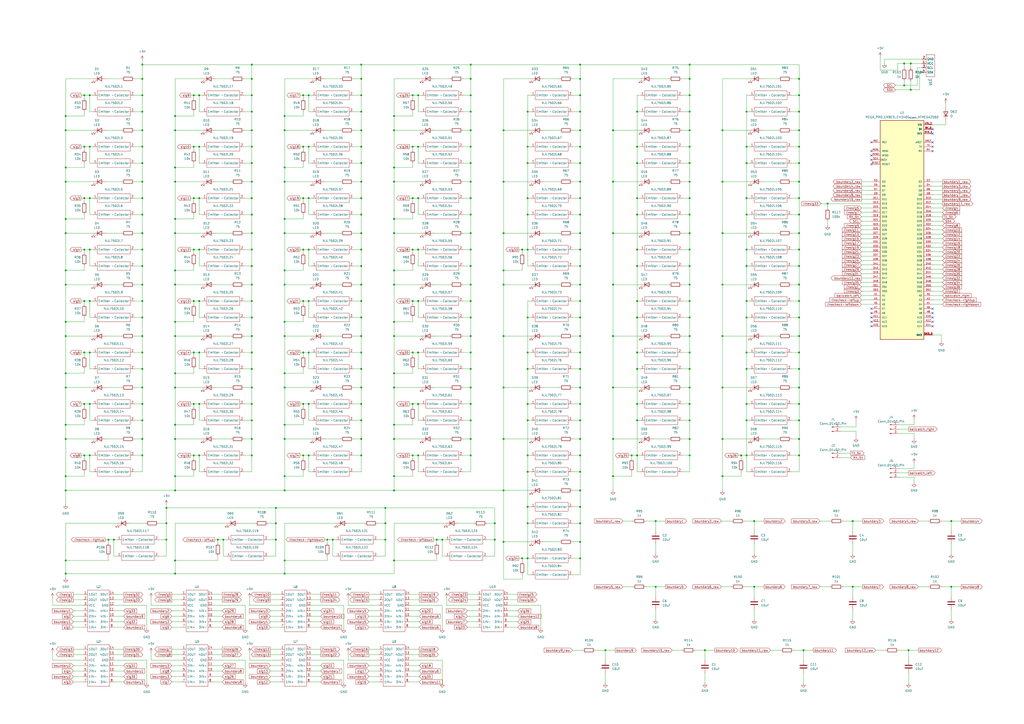
<source format=kicad_sch>
(kicad_sch (version 20231120) (generator "eeschema") (generator_version "8.0")
  (paper "A2")
  (lib_symbols
    (symbol "Connector:Conn_01x02_Pin" (pin_names (offset 1.016) hide)
      (property "Reference" "J" (at 0 2.54 0))
      (property "Value" "Conn_01x02_Pin" (at 0 -5.08 0))
      (symbol "Conn_01x02_Pin_1_1"
        (pin passive line (at 5.08 0 180) (length 3.81) (name "Pin_1") (number "1"))
        (pin passive line (at 5.08 -2.54 180) (length 3.81) (name "Pin_2") (number "2"))
      )
    )
    (symbol "Connector:Conn_01x03_Pin" (pin_names (offset 1.016) hide)
      (property "Reference" "J" (at 0 5.08 0))
      (property "Value" "Conn_01x03_Pin" (at 0 -5.08 0))
      (symbol "Conn_01x03_Pin_1_1"
        (pin passive line (at 5.08 2.54 180) (length 3.81) (name "Pin_1") (number "1"))
        (pin passive line (at 5.08 0 180) (length 3.81) (name "Pin_2") (number "2"))
        (pin passive line (at 5.08 -2.54 180) (length 3.81) (name "Pin_3") (number "3"))
      )
    )
    (symbol "Device:C" (pin_numbers hide) (pin_names (offset 0.254))
      (property "Reference" "C" (at 0.635 2.54 0))
      (property "Value" "C" (at 0.635 -2.54 0))
      (symbol "C_1_1"
        (pin passive line (at 0 3.81 270) (length 2.794) (name "~") (number "1"))
        (pin passive line (at 0 -3.81 90) (length 2.794) (name "~") (number "2"))
      )
    )
    (symbol "Device:D" (pin_numbers hide) (pin_names (offset 1.016) hide)
      (property "Reference" "D" (at 0 2.54 0))
      (property "Value" "D" (at 0 -2.54 0))
      (symbol "D_1_1"
        (pin passive line (at -3.81 0 0) (length 2.54) (name "K") (number "1"))
        (pin passive line (at 3.81 0 180) (length 2.54) (name "A") (number "2"))
      )
    )
    (symbol "Device:LED" (pin_numbers hide) (pin_names (offset 1.016) hide)
      (property "Reference" "D" (at 0 2.54 0))
      (property "Value" "LED" (at 0 -2.54 0))
      (symbol "LED_1_1"
        (pin passive line (at -3.81 0 0) (length 2.54) (name "K") (number "1"))
        (pin passive line (at 3.81 0 180) (length 2.54) (name "A") (number "2"))
      )
    )
    (symbol "Device:R" (pin_numbers hide) (pin_names (offset 0))
      (property "Reference" "R" (at 2.032 0 90))
      (property "Value" "R" (at 0 0 90))
      (symbol "R_1_1"
        (pin passive line (at 0 3.81 270) (length 1.27) (name "~") (number "1"))
        (pin passive line (at 0 -3.81 90) (length 1.27) (name "~") (number "2"))
      )
    )
    (symbol "GND_1" (power) (pin_numbers hide) (pin_names (offset 0) hide)
      (property "Value" "GND" (at 0 -3.81 0))
      (symbol "GND_1_1_1"
        (pin power_in line (at 0 0 270) (length 0) (name "~") (number "1"))
      )
    )
    (symbol "GND_2" (power) (pin_numbers hide) (pin_names (offset 0) hide)
      (property "Value" "GND" (at 0 -3.81 0))
      (symbol "GND_2_1_1"
        (pin power_in line (at 0 0 270) (length 0) (name "~") (number "1"))
      )
    )
    (symbol "GND_3" (power) (pin_numbers hide) (pin_names (offset 0) hide)
      (property "Value" "GND" (at 0 -3.81 0))
      (symbol "GND_3_1_1"
        (pin power_in line (at 0 0 270) (length 0) (name "~") (number "1"))
      )
    )
    (symbol "MEGA_PRO_EMBED_CH340G___ATMEGA2560:MEGA_PRO_EMBED_CH340G_/_ATMEGA2560" (pin_names (offset 1.016))
      (property "Reference" "U" (at -12.7 63.5 0))
      (property "Value" "MEGA_PRO_EMBED_CH340G_{slash}_ATMEGA2560" (at -12.7 -66.04 0))
      (symbol "MEGA_PRO_EMBED_CH340G_/_ATMEGA2560_0_0"
        (pin power_in line (at 17.78 55.88 180) (length 5.08) (name "3V3") (number "3V3_1"))
        (pin power_in line (at 17.78 55.88 180) (length 5.08) (name "3V3") (number "3V3_2"))
        (pin power_in line (at 17.78 58.42 180) (length 5.08) (name "5V") (number "5V_1"))
        (pin power_in line (at 17.78 58.42 180) (length 5.08) (name "5V") (number "5V_2"))
        (pin power_in line (at 17.78 58.42 180) (length 5.08) (name "5V") (number "5V_3"))
        (pin bidirectional line (at 17.78 -38.1 180) (length 5.08) (name "A0") (number "A0"))
        (pin bidirectional line (at -17.78 -38.1 0) (length 5.08) (name "A1") (number "A1"))
        (pin bidirectional line (at 17.78 -50.8 180) (length 5.08) (name "A10") (number "A10"))
        (pin bidirectional line (at -17.78 -50.8 0) (length 5.08) (name "A11") (number "A11"))
        (pin bidirectional line (at 17.78 -53.34 180) (length 5.08) (name "A12") (number "A12"))
        (pin bidirectional line (at -17.78 -53.34 0) (length 5.08) (name "A13") (number "A13"))
        (pin bidirectional line (at 17.78 -55.88 180) (length 5.08) (name "A14") (number "A14"))
        (pin bidirectional line (at -17.78 -55.88 0) (length 5.08) (name "A15") (number "A15"))
        (pin bidirectional line (at 17.78 -40.64 180) (length 5.08) (name "A2") (number "A2"))
        (pin bidirectional line (at -17.78 -40.64 0) (length 5.08) (name "A3") (number "A3"))
        (pin bidirectional line (at 17.78 -43.18 180) (length 5.08) (name "A4") (number "A4"))
        (pin bidirectional line (at -17.78 -43.18 0) (length 5.08) (name "A5") (number "A5"))
        (pin bidirectional line (at 17.78 -45.72 180) (length 5.08) (name "A6") (number "A6"))
        (pin bidirectional line (at -17.78 -45.72 0) (length 5.08) (name "A7") (number "A7"))
        (pin bidirectional line (at 17.78 -48.26 180) (length 5.08) (name "A8") (number "A8"))
        (pin bidirectional line (at -17.78 -48.26 0) (length 5.08) (name "A9") (number "A9"))
        (pin bidirectional line (at 17.78 50.8 180) (length 5.08) (name "AREF") (number "AREF"))
        (pin bidirectional line (at 17.78 17.78 180) (length 5.08) (name "D10") (number "D10"))
        (pin bidirectional line (at -17.78 17.78 0) (length 5.08) (name "D11") (number "D11"))
        (pin bidirectional line (at 17.78 15.24 180) (length 5.08) (name "D12") (number "D12"))
        (pin bidirectional line (at -17.78 15.24 0) (length 5.08) (name "D13") (number "D13"))
        (pin bidirectional line (at 17.78 12.7 180) (length 5.08) (name "D14") (number "D14"))
        (pin bidirectional line (at -17.78 12.7 0) (length 5.08) (name "D15") (number "D15"))
        (pin bidirectional line (at 17.78 10.16 180) (length 5.08) (name "D16") (number "D16"))
        (pin bidirectional line (at -17.78 10.16 0) (length 5.08) (name "D17") (number "D17"))
        (pin bidirectional line (at 17.78 7.62 180) (length 5.08) (name "D18") (number "D18"))
        (pin bidirectional line (at -17.78 7.62 0) (length 5.08) (name "D19") (number "D19"))
        (pin bidirectional line (at 17.78 27.94 180) (length 5.08) (name "D2") (number "D2"))
        (pin bidirectional line (at 17.78 5.08 180) (length 5.08) (name "D20") (number "D20"))
        (pin bidirectional line (at -17.78 5.08 0) (length 5.08) (name "D21") (number "D21"))
        (pin bidirectional line (at 17.78 2.54 180) (length 5.08) (name "D22") (number "D22"))
        (pin bidirectional line (at -17.78 2.54 0) (length 5.08) (name "D23") (number "D23"))
        (pin bidirectional line (at 17.78 0 180) (length 5.08) (name "D24") (number "D24"))
        (pin bidirectional line (at -17.78 0 0) (length 5.08) (name "D25") (number "D25"))
        (pin bidirectional line (at 17.78 -2.54 180) (length 5.08) (name "D26") (number "D26"))
        (pin bidirectional line (at -17.78 -2.54 0) (length 5.08) (name "D27") (number "D27"))
        (pin bidirectional line (at 17.78 -5.08 180) (length 5.08) (name "D28") (number "D28"))
        (pin bidirectional line (at -17.78 -5.08 0) (length 5.08) (name "D29") (number "D29"))
        (pin bidirectional line (at -17.78 27.94 0) (length 5.08) (name "D3") (number "D3"))
        (pin bidirectional line (at 17.78 -7.62 180) (length 5.08) (name "D30") (number "D30"))
        (pin bidirectional line (at -17.78 -7.62 0) (length 5.08) (name "D31") (number "D31"))
        (pin bidirectional line (at 17.78 -10.16 180) (length 5.08) (name "D32") (number "D32"))
        (pin bidirectional line (at -17.78 -10.16 0) (length 5.08) (name "D33") (number "D33"))
        (pin bidirectional line (at 17.78 -12.7 180) (length 5.08) (name "D34") (number "D34"))
        (pin bidirectional line (at -17.78 -12.7 0) (length 5.08) (name "D35") (number "D35"))
        (pin bidirectional line (at 17.78 -15.24 180) (length 5.08) (name "D36") (number "D36"))
        (pin bidirectional line (at -17.78 -15.24 0) (length 5.08) (name "D37") (number "D37"))
        (pin bidirectional line (at 17.78 -17.78 180) (length 5.08) (name "D38") (number "D38"))
        (pin bidirectional line (at -17.78 -17.78 0) (length 5.08) (name "D39") (number "D39"))
        (pin bidirectional line (at 17.78 25.4 180) (length 5.08) (name "D4") (number "D4"))
        (pin bidirectional line (at 17.78 -20.32 180) (length 5.08) (name "D40") (number "D40"))
        (pin bidirectional line (at -17.78 -20.32 0) (length 5.08) (name "D41") (number "D41"))
        (pin bidirectional line (at 17.78 -22.86 180) (length 5.08) (name "D42") (number "D42"))
        (pin bidirectional line (at -17.78 -22.86 0) (length 5.08) (name "D43") (number "D43"))
        (pin bidirectional line (at 17.78 -25.4 180) (length 5.08) (name "D44") (number "D44"))
        (pin bidirectional line (at -17.78 -25.4 0) (length 5.08) (name "D45") (number "D45"))
        (pin bidirectional line (at 17.78 -27.94 180) (length 5.08) (name "D46") (number "D46"))
        (pin bidirectional line (at -17.78 -27.94 0) (length 5.08) (name "D47") (number "D47"))
        (pin bidirectional line (at 17.78 -30.48 180) (length 5.08) (name "D48") (number "D48"))
        (pin bidirectional line (at -17.78 -30.48 0) (length 5.08) (name "D49") (number "D49"))
        (pin bidirectional line (at -17.78 25.4 0) (length 5.08) (name "D5") (number "D5"))
        (pin bidirectional line (at 17.78 -33.02 180) (length 5.08) (name "D50") (number "D50"))
        (pin bidirectional line (at -17.78 -33.02 0) (length 5.08) (name "D51") (number "D51"))
        (pin bidirectional line (at 17.78 -35.56 180) (length 5.08) (name "D52") (number "D52"))
        (pin bidirectional line (at -17.78 -35.56 0) (length 5.08) (name "D53") (number "D53"))
        (pin bidirectional line (at 17.78 22.86 180) (length 5.08) (name "D6") (number "D6"))
        (pin bidirectional line (at -17.78 22.86 0) (length 5.08) (name "D7") (number "D7"))
        (pin bidirectional line (at 17.78 20.32 180) (length 5.08) (name "D8") (number "D8"))
        (pin bidirectional line (at -17.78 20.32 0) (length 5.08) (name "D9") (number "D9"))
        (pin power_in line (at 17.78 -60.96 180) (length 5.08) (name "GND") (number "GND_1"))
        (pin power_in line (at 17.78 -60.96 180) (length 5.08) (name "GND") (number "GND_2"))
        (pin power_in line (at 17.78 -60.96 180) (length 5.08) (name "GND") (number "GND_3"))
        (pin bidirectional line (at -17.78 43.18 0) (length 5.08) (name "MISO") (number "MISO"))
        (pin bidirectional line (at -17.78 45.72 0) (length 5.08) (name "MOSI") (number "MOSI"))
        (pin input line (at -17.78 38.1 0) (length 5.08) (name "RESET") (number "RESET"))
        (pin input line (at -17.78 50.8 0) (length 5.08) (name "RST") (number "RST"))
        (pin input line (at 17.78 45.72 180) (length 5.08) (name "RX") (number "RX"))
        (pin bidirectional clock (at -17.78 40.64 0) (length 5.08) (name "SCK") (number "SCK"))
        (pin output line (at 17.78 48.26 180) (length 5.08) (name "TX") (number "TX"))
        (pin power_in line (at 17.78 60.96 180) (length 5.08) (name "VIN") (number "VIN_1"))
        (pin power_in line (at 17.78 60.96 180) (length 5.08) (name "VIN") (number "VIN_2"))
      )
    )
    (symbol "power:+5V" (power) (pin_names (offset 0))
      (property "Value" "+5V" (at 0 3.556 0))
      (symbol "+5V_1_1"
        (pin power_in line (at 0 0 90) (length 0) hide (name "+5V") (number "1"))
      )
    )
    (symbol "power:GND" (power) (pin_names (offset 0))
      (property "Value" "GND" (at 0 -3.81 0))
      (symbol "GND_1_1"
        (pin power_in line (at 0 0 270) (length 0) hide (name "GND") (number "1"))
      )
    )
    (symbol "sunpare2023:LM339"
      (property "Reference" "U" (at 0 0 0))
      (symbol "LM339_1_1"
        (pin passive line (at -8.89 -3.81 0) (length 2.54) (name "1OUT") (number "1"))
        (pin passive line (at 8.89 -16.51 180) (length 2.54) (name "4IN-") (number "10"))
        (pin passive line (at 8.89 -13.335 180) (length 2.54) (name "4IN+") (number "11"))
        (pin passive line (at 8.89 -10.16 180) (length 2.54) (name "GND") (number "12"))
        (pin passive line (at 8.89 -6.985 180) (length 2.54) (name "4OUT") (number "13"))
        (pin passive line (at 8.89 -3.81 180) (length 2.54) (name "3OUT") (number "14"))
        (pin passive line (at -8.89 -6.985 0) (length 2.54) (name "2OUT") (number "2"))
        (pin passive line (at -8.89 -10.16 0) (length 2.54) (name "VCC") (number "3"))
        (pin passive line (at -8.89 -13.335 0) (length 2.54) (name "2IN-") (number "4"))
        (pin passive line (at -8.89 -16.51 0) (length 2.54) (name "2IN+") (number "5"))
        (pin passive line (at -8.89 -19.685 0) (length 2.54) (name "1IN-") (number "6"))
        (pin passive line (at -8.89 -22.86 0) (length 2.54) (name "1IN+") (number "7"))
        (pin passive line (at 8.89 -22.86 180) (length 2.54) (name "3IN-") (number "8"))
        (pin passive line (at 8.89 -19.685 180) (length 2.54) (name "3IN+") (number "9"))
      )
    )
    (symbol "sunpare2023:NJL7502L"
      (property "Reference" "NJL7502L" (at 0 3.81 0))
      (symbol "NJL7502L_1_1"
        (pin passive line (at -11.43 0 0) (length 2.54) (name "Emitter") (number "1"))
        (pin passive line (at 12.7 0 180) (length 2.54) (name "Collector") (number "2"))
      )
    )
    (symbol "sunpare2023:SSD1306"
      (property "Reference" "U" (at 0 9.652 0))
      (symbol "SSD1306_1_1"
        (pin passive line (at -1.27 0 90) (length 2.54) (name "VCC") (number "1"))
        (pin passive line (at -3.81 0 90) (length 2.54) (name "GND") (number "2"))
        (pin passive line (at 1.27 0 90) (length 2.54) (name "SCL") (number "3"))
        (pin passive line (at 3.81 0 90) (length 2.54) (name "SDA") (number "4"))
      )
    )
  )
  (junction (at 146.05 105.41))
  (junction (at 306.07 64.77))
  (junction (at 48.895 174.625))
  (junction (at 101.6 246.38))
  (junction (at 306.07 303.53))
  (junction (at 101.6 75.565))
  (junction (at 209.55 165.1))
  (junction (at 165.1 224.79))
  (junction (at 242.57 55.245))
  (junction (at 38.1 97.155))
  (junction (at 292.1 284.48))
  (junction (at 433.07 154.305))
  (junction (at 82.55 194.945))
  (junction (at 101.6 332.74))
  (junction (at 239.395 204.47))
  (junction (at 209.55 75.565))
  (junction (at 400.05 264.16))
  (junction (at 292.1 105.41))
  (junction (at 463.55 224.79))
  (junction (at 48.895 234.315))
  (junction (at 369.57 174.625))
  (junction (at 400.05 45.72))
  (junction (at 273.05 135.255))
  (junction (at 302.895 144.78))
  (junction (at 528.32 52.07))
  (junction (at 62.865 313.055))
  (junction (at 306.07 273.685))
  (junction (at 273.05 45.72))
  (junction (at 256.54 313.055))
  (junction (at 400.05 165.1))
  (junction (at 101.6 325.12))
  (junction (at 82.55 105.41))
  (junction (at 146.05 154.305))
  (junction (at 336.55 213.995))
  (junction (at 223.52 294.64))
  (junction (at 433.07 94.615))
  (junction (at 52.07 174.625))
  (junction (at 146.05 174.625))
  (junction (at 38.1 216.535))
  (junction (at 146.05 254.635))
  (junction (at 419.1 224.79))
  (junction (at 82.55 224.79))
  (junction (at 96.52 294.64))
  (junction (at 209.55 184.15))
  (junction (at 400.05 55.245))
  (junction (at 369.57 213.995))
  (junction (at 146.05 135.255))
  (junction (at 400.05 243.84))
  (junction (at 165.1 156.845))
  (junction (at 419.1 105.41))
  (junction (at 165.1 127))
  (junction (at 175.895 204.47))
  (junction (at 96.52 303.53))
  (junction (at 38.1 127))
  (junction (at 175.895 55.245))
  (junction (at 48.895 264.16))
  (junction (at 369.57 124.46))
  (junction (at 463.55 114.935))
  (junction (at 336.55 144.78))
  (junction (at 115.57 114.935))
  (junction (at 336.55 224.79))
  (junction (at 228.6 284.48))
  (junction (at 82.55 174.625))
  (junction (at 336.55 234.315))
  (junction (at 463.55 85.09))
  (junction (at 380.365 340.36))
  (junction (at 336.55 184.15))
  (junction (at 355.6 105.41))
  (junction (at 228.6 127))
  (junction (at 336.55 135.255))
  (junction (at 96.52 313.055))
  (junction (at 228.6 254.635))
  (junction (at 369.57 204.47))
  (junction (at 433.07 174.625))
  (junction (at 52.07 264.16))
  (junction (at 38.1 75.565))
  (junction (at 419.1 135.255))
  (junction (at 366.395 264.16))
  (junction (at 112.395 144.78))
  (junction (at 336.55 294.005))
  (junction (at 306.07 264.16))
  (junction (at 38.1 186.69))
  (junction (at 165.1 186.69))
  (junction (at 179.07 264.16))
  (junction (at 38.1 284.48))
  (junction (at 101.6 194.945))
  (junction (at 175.895 144.78))
  (junction (at 306.07 204.47))
  (junction (at 273.05 264.16))
  (junction (at 209.55 37.465))
  (junction (at 38.1 105.41))
  (junction (at 292.1 135.255))
  (junction (at 400.05 124.46))
  (junction (at 273.05 213.995))
  (junction (at 146.05 45.72))
  (junction (at 101.6 216.535))
  (junction (at 336.55 154.305))
  (junction (at 126.365 313.055))
  (junction (at 146.05 64.77))
  (junction (at 400.05 194.945))
  (junction (at 369.57 144.78))
  (junction (at 273.05 75.565))
  (junction (at 369.57 234.315))
  (junction (at 292.1 314.325))
  (junction (at 82.55 55.245))
  (junction (at 419.1 75.565))
  (junction (at 433.07 184.15))
  (junction (at 209.55 45.72))
  (junction (at 115.57 174.625))
  (junction (at 101.6 254.635))
  (junction (at 273.05 105.41))
  (junction (at 82.55 165.1))
  (junction (at 112.395 85.09))
  (junction (at 306.07 234.315))
  (junction (at 400.05 204.47))
  (junction (at 165.1 135.255))
  (junction (at 52.07 144.78))
  (junction (at 463.55 94.615))
  (junction (at 369.57 184.15))
  (junction (at 336.55 314.325))
  (junction (at 242.57 264.16))
  (junction (at 369.57 94.615))
  (junction (at 209.55 64.77))
  (junction (at 273.05 194.945))
  (junction (at 336.55 284.48))
  (junction (at 48.895 55.245))
  (junction (at 146.05 184.15))
  (junction (at 112.395 234.315))
  (junction (at 355.6 75.565))
  (junction (at 463.55 254.635))
  (junction (at 242.57 114.935))
  (junction (at 179.07 204.47))
  (junction (at 228.6 194.945))
  (junction (at 336.55 64.77))
  (junction (at 336.55 114.935))
  (junction (at 160.02 294.64))
  (junction (at 433.07 114.935))
  (junction (at 179.07 234.315))
  (junction (at 306.07 294.005))
  (junction (at 146.05 114.935))
  (junction (at 433.07 234.315))
  (junction (at 129.54 313.055))
  (junction (at 355.6 194.945))
  (junction (at 336.55 75.565))
  (junction (at 175.895 114.935))
  (junction (at 38.1 135.255))
  (junction (at 179.07 144.78))
  (junction (at 115.57 234.315))
  (junction (at 175.895 174.625))
  (junction (at 38.1 165.1))
  (junction (at 165.1 332.74))
  (junction (at 48.895 85.09))
  (junction (at 273.05 165.1))
  (junction (at 306.07 85.09))
  (junction (at 336.55 323.85))
  (junction (at 38.1 276.225))
  (junction (at 242.57 234.315))
  (junction (at 494.665 302.26))
  (junction (at 209.55 124.46))
  (junction (at 463.55 194.945))
  (junction (at 242.57 144.78))
  (junction (at 165.1 75.565))
  (junction (at 306.07 243.84))
  (junction (at 228.6 276.225))
  (junction (at 273.05 94.615))
  (junction (at 242.57 85.09))
  (junction (at 463.55 154.305))
  (junction (at 400.05 224.79))
  (junction (at 273.05 85.09))
  (junction (at 209.55 174.625))
  (junction (at 239.395 55.245))
  (junction (at 52.07 85.09))
  (junction (at 463.55 174.625))
  (junction (at 437.515 302.26))
  (junction (at 306.07 144.78))
  (junction (at 66.04 313.055))
  (junction (at 306.07 124.46))
  (junction (at 209.55 194.945))
  (junction (at 433.07 264.16))
  (junction (at 302.895 323.85))
  (junction (at 369.57 154.305))
  (junction (at 336.55 243.84))
  (junction (at 165.1 276.225))
  (junction (at 193.04 313.055))
  (junction (at 463.55 124.46))
  (junction (at 209.55 85.09))
  (junction (at 179.07 114.935))
  (junction (at 369.57 243.84))
  (junction (at 209.55 254.635))
  (junction (at 52.07 55.245))
  (junction (at 463.55 144.78))
  (junction (at 112.395 114.935))
  (junction (at 112.395 55.245))
  (junction (at 228.6 75.565))
  (junction (at 400.05 234.315))
  (junction (at 351.155 377.19))
  (junction (at 273.05 64.77))
  (junction (at 112.395 174.625))
  (junction (at 209.55 224.79))
  (junction (at 179.07 85.09))
  (junction (at 433.07 144.78))
  (junction (at 228.6 186.69))
  (junction (at 160.02 313.055))
  (junction (at 527.05 377.19))
  (junction (at 336.55 105.41))
  (junction (at 82.55 75.565))
  (junction (at 82.55 37.465))
  (junction (at 146.05 224.79))
  (junction (at 463.55 165.1))
  (junction (at 273.05 184.15))
  (junction (at 52.07 204.47))
  (junction (at 82.55 144.78))
  (junction (at 242.57 174.625))
  (junction (at 273.05 204.47))
  (junction (at 146.05 165.1))
  (junction (at 209.55 264.16))
  (junction (at 433.07 243.84))
  (junction (at 146.05 243.84))
  (junction (at 228.6 67.31))
  (junction (at 38.1 67.31))
  (junction (at 463.55 243.84))
  (junction (at 400.05 144.78))
  (junction (at 292.1 156.845))
  (junction (at 273.05 55.245))
  (junction (at 463.55 55.245))
  (junction (at 433.07 64.77))
  (junction (at 253.365 313.055))
  (junction (at 82.55 114.935))
  (junction (at 437.515 340.36))
  (junction (at 115.57 144.78))
  (junction (at 239.395 264.16))
  (junction (at 336.55 45.72))
  (junction (at 336.55 165.1))
  (junction (at 38.1 332.74))
  (junction (at 38.1 254.635))
  (junction (at 355.6 254.635))
  (junction (at 228.6 165.1))
  (junction (at 82.55 135.255))
  (junction (at 209.55 135.255))
  (junction (at 38.1 194.945))
  (junction (at 146.05 94.615))
  (junction (at 336.55 85.09))
  (junction (at 146.05 234.315))
  (junction (at 223.52 313.055))
  (junction (at 209.55 213.995))
  (junction (at 336.55 264.16))
  (junction (at 165.1 325.12))
  (junction (at 101.6 156.845))
  (junction (at 228.6 105.41))
  (junction (at 355.6 165.1))
  (junction (at 239.395 234.315))
  (junction (at 82.55 234.315))
  (junction (at 336.55 204.47))
  (junction (at 380.365 302.26))
  (junction (at 228.6 216.535))
  (junction (at 433.07 124.46))
  (junction (at 101.6 276.225))
  (junction (at 463.55 105.41))
  (junction (at 433.07 204.47))
  (junction (at 400.05 184.15))
  (junction (at 273.05 144.78))
  (junction (at 494.665 340.36))
  (junction (at 146.05 75.565))
  (junction (at 273.05 234.315))
  (junction (at 209.55 94.615))
  (junction (at 101.6 165.1))
  (junction (at 82.55 213.995))
  (junction (at 400.05 105.41))
  (junction (at 336.55 94.615))
  (junction (at 101.6 67.31))
  (junction (at 228.6 97.155))
  (junction (at 209.55 105.41))
  (junction (at 209.55 234.315))
  (junction (at 228.6 246.38))
  (junction (at 239.395 144.78))
  (junction (at 306.07 213.995))
  (junction (at 306.07 184.15))
  (junction (at 115.57 85.09))
  (junction (at 292.1 194.945))
  (junction (at 400.05 94.615))
  (junction (at 287.02 313.055))
  (junction (at 82.55 124.46))
  (junction (at 400.05 114.935))
  (junction (at 175.895 264.16))
  (junction (at 463.55 213.995))
  (junction (at 101.6 97.155))
  (junction (at 463.55 64.77))
  (junction (at 292.1 75.565))
  (junction (at 400.05 154.305))
  (junction (at 419.1 254.635))
  (junction (at 429.895 264.16))
  (junction (at 209.55 154.305))
  (junction (at 38.1 325.12))
  (junction (at 242.57 204.47))
  (junction (at 52.07 234.315))
  (junction (at 209.55 204.47))
  (junction (at 146.05 194.945))
  (junction (at 101.6 224.79))
  (junction (at 52.07 114.935))
  (junction (at 369.57 64.77))
  (junction (at 463.55 234.315))
  (junction (at 82.55 204.47))
  (junction (at 273.05 114.935))
  (junction (at 355.6 276.225))
  (junction (at 400.05 85.09))
  (junction (at 463.55 75.565))
  (junction (at 82.55 94.615))
  (junction (at 551.815 340.36))
  (junction (at 112.395 204.47))
  (junction (at 306.07 323.85))
  (junction (at 400.05 75.565))
  (junction (at 82.55 254.635))
  (junction (at 480.06 118.11))
  (junction (at 463.55 45.72))
  (junction (at 165.1 216.535))
  (junction (at 400.05 174.625))
  (junction (at 369.57 114.935))
  (junction (at 400.05 37.465))
  (junction (at 101.6 186.69))
  (junction (at 336.55 55.245))
  (junction (at 239.395 85.09))
  (junction (at 115.57 264.16))
  (junction (at 273.05 154.305))
  (junction (at 165.1 105.41))
  (junction (at 209.55 243.84))
  (junction (at 115.57 204.47))
  (junction (at 101.6 284.48))
  (junction (at 112.395 264.16))
  (junction (at 287.02 303.53))
  (junction (at 273.05 224.79))
  (junction (at 463.55 204.47))
  (junction (at 273.05 254.635))
  (junction (at 369.57 85.09))
  (junction (at 38.1 156.845))
  (junction (at 228.6 325.12))
  (junction (at 38.1 224.79))
  (junction (at 165.1 165.1))
  (junction (at 209.55 144.78))
  (junction (at 524.51 49.53))
  (junction (at 146.05 55.245))
  (junction (at 292.1 254.635))
  (junction (at 228.6 135.255))
  (junction (at 101.6 127))
  (junction (at 209.55 55.245))
  (junction (at 355.6 135.255))
  (junction (at 400.05 135.255))
  (junction (at 466.09 377.19))
  (junction (at 228.6 224.79))
  (junction (at 273.05 37.465))
  (junction (at 146.05 124.46))
  (junction (at 101.6 105.41))
  (junction (at 82.55 184.15))
  (junction (at 292.1 165.1))
  (junction (at 48.895 114.935))
  (junction (at 369.57 264.16))
  (junction (at 82.55 85.09))
  (junction (at 165.1 246.38))
  (junction (at 146.05 204.47))
  (junction (at 179.07 55.245))
  (junction (at 209.55 114.935))
  (junction (at 433.07 85.09))
  (junction (at 165.1 67.31))
  (junction (at 228.6 156.845))
  (junction (at 336.55 254.635))
  (junction (at 146.05 213.995))
  (junction (at 336.55 124.46))
  (junction (at 82.55 154.305))
  (junction (at 146.05 264.16))
  (junction (at 175.895 234.315))
  (junction (at 551.815 302.26))
  (junction (at 528.32 36.83))
  (junction (at 419.1 194.945))
  (junction (at 336.55 303.53))
  (junction (at 239.395 114.935))
  (junction (at 400.05 254.635))
  (junction (at 306.07 114.935))
  (junction (at 179.07 174.625))
  (junction (at 146.05 144.78))
  (junction (at 419.1 276.225))
  (junction (at 408.94 377.19))
  (junction (at 223.52 303.53))
  (junction (at 165.1 284.48))
  (junction (at 400.05 64.77))
  (junction (at 239.395 174.625))
  (junction (at 433.07 213.995))
  (junction (at 336.55 37.465))
  (junction (at 115.57 55.245))
  (junction (at 82.55 45.72))
  (junction (at 38.1 246.38))
  (junction (at 82.55 243.84))
  (junction (at 273.05 124.46))
  (junction (at 48.895 204.47))
  (junction (at 336.55 174.625))
  (junction (at 82.55 64.77))
  (junction (at 273.05 174.625))
  (junction (at 160.02 303.53))
  (junction (at 146.05 37.465))
  (junction (at 463.55 264.16))
  (junction (at 165.1 194.945))
  (junction (at 273.05 243.84))
  (junction (at 165.1 254.635))
  (junction (at 463.55 135.255))
  (junction (at 101.6 135.255))
  (junction (at 189.865 313.055))
  (junction (at 48.895 144.78))
  (junction (at 400.05 213.995))
  (junction (at 336.55 273.685))
  (junction (at 463.55 184.15))
  (junction (at 165.1 97.155))
  (junction (at 146.05 85.09))
  (junction (at 524.51 36.83))
  (junction (at 306.07 94.615))
  (junction (at 175.895 85.09))
  (junction (at 355.6 224.79))
  (junction (at 292.1 224.79))
  (junction (at 419.1 165.1))
  (junction (at 336.55 194.945))
  (junction (at 82.55 264.16))
  (no_connect (at 541.02 77.47))
  (no_connect (at 505.46 95.25))
  (no_connect (at 541.02 85.09))
  (no_connect (at 541.02 82.55))
  (no_connect (at 505.46 179.07))
  (no_connect (at 505.46 186.69))
  (no_connect (at 505.46 87.63))
  (no_connect (at 541.02 189.23))
  (no_connect (at 541.02 186.69))
  (no_connect (at 541.02 181.61))
  (no_connect (at 541.02 184.15))
  (no_connect (at 505.46 181.61))
  (no_connect (at 505.46 189.23))
  (no_connect (at 541.02 74.93))
  (no_connect (at 505.46 90.17))
  (no_connect (at 505.46 92.71))
  (no_connect (at 505.46 82.55))
  (no_connect (at 541.02 87.63))
  (no_connect (at 505.46 184.15))
  (no_connect (at 541.02 179.07))
  (wire (pts (xy 487.68 247.65) (xy 496.57 247.65)))
  (wire (pts (xy 129.54 322.58) (xy 131.445 322.58)))
  (wire (pts (xy 78.105 124.46) (xy 82.55 124.46)))
  (wire (pts (xy 242.57 264.16) (xy 242.57 273.685)))
  (wire (pts (xy 180.34 357.505) (xy 186.055 357.505)))
  (wire (pts (xy 52.07 55.245) (xy 52.07 64.77)))
  (wire (pts (xy 165.1 325.12) (xy 165.1 332.74)))
  (wire (pts (xy 242.57 55.245) (xy 242.57 64.77)))
  (wire (pts (xy 228.6 165.1) (xy 244.475 165.1)))
  (wire (pts (xy 117.475 114.935) (xy 115.57 114.935)))
  (wire (pts (xy 209.55 264.16) (xy 209.55 273.685)))
  (wire (pts (xy 242.57 273.685) (xy 244.475 273.685)))
  (wire (pts (xy 78.105 273.685) (xy 82.55 273.685)))
  (wire (pts (xy 101.6 127) (xy 101.6 135.255)))
  (wire (pts (xy 524.51 49.53) (xy 519.43 49.53)))
  (wire (pts (xy 115.57 273.685) (xy 117.475 273.685)))
  (wire (pts (xy 101.6 246.38) (xy 101.6 254.635)))
  (wire (pts (xy 541.02 133.35) (xy 546.735 133.35)))
  (wire (pts (xy 400.05 213.995) (xy 400.05 224.79)))
  (wire (pts (xy 336.55 243.84) (xy 336.55 254.635)))
  (wire (pts (xy 146.05 75.565) (xy 146.05 85.09)))
  (wire (pts (xy 209.55 37.465) (xy 273.05 37.465)))
  (wire (pts (xy 268.605 243.84) (xy 273.05 243.84)))
  (wire (pts (xy 302.895 323.85) (xy 302.895 325.755)))
  (wire (pts (xy 459.105 184.15) (xy 463.55 184.15)))
  (wire (pts (xy 452.755 377.19) (xy 447.04 377.19)))
  (wire (pts (xy 38.1 325.12) (xy 62.865 325.12)))
  (wire (pts (xy 209.55 55.245) (xy 209.55 64.77)))
  (wire (pts (xy 463.55 264.16) (xy 463.55 273.685)))
  (wire (pts (xy 256.54 351.155) (xy 256.54 364.49)))
  (wire (pts (xy 101.6 45.72) (xy 117.475 45.72)))
  (wire (pts (xy 66.04 395.605) (xy 71.755 395.605)))
  (wire (pts (xy 209.55 135.255) (xy 209.55 144.78)))
  (wire (pts (xy 117.475 144.78) (xy 115.57 144.78)))
  (wire (pts (xy 253.365 313.055) (xy 256.54 313.055)))
  (wire (pts (xy 38.1 127) (xy 38.1 135.255)))
  (wire (pts (xy 307.975 174.625) (xy 306.07 174.625)))
  (wire (pts (xy 369.57 204.47) (xy 369.57 213.995)))
  (wire (pts (xy 244.475 264.16) (xy 242.57 264.16)))
  (wire (pts (xy 408.94 377.19) (xy 408.94 382.905)))
  (wire (pts (xy 101.6 165.1) (xy 101.6 186.69)))
  (wire (pts (xy 239.395 264.16) (xy 242.57 264.16)))
  (wire (pts (xy 117.475 204.47) (xy 115.57 204.47)))
  (wire (pts (xy 205.105 75.565) (xy 209.55 75.565)))
  (wire (pts (xy 307.975 114.935) (xy 306.07 114.935)))
  (wire (pts (xy 466.09 390.525) (xy 466.09 396.24)))
  (wire (pts (xy 433.07 184.15) (xy 433.07 204.47)))
  (wire (pts (xy 85.09 382.905) (xy 85.09 396.24)))
  (wire (pts (xy 521.335 271.78) (xy 530.225 271.78)))
  (wire (pts (xy 530.225 251.46) (xy 530.225 254.635)))
  (wire (pts (xy 219.71 363.855) (xy 213.995 363.855)))
  (wire (pts (xy 228.6 75.565) (xy 228.6 97.155)))
  (wire (pts (xy 380.365 315.595) (xy 380.365 321.31)))
  (wire (pts (xy 242.57 213.995) (xy 244.475 213.995)))
  (wire (pts (xy 78.105 165.1) (xy 82.55 165.1)))
  (wire (pts (xy 239.395 144.78) (xy 239.395 146.685)))
  (wire (pts (xy 400.05 37.465) (xy 463.55 37.465)))
  (wire (pts (xy 395.605 243.84) (xy 400.05 243.84)))
  (wire (pts (xy 268.605 135.255) (xy 273.05 135.255)))
  (wire (pts (xy 306.07 303.53) (xy 307.975 303.53)))
  (wire (pts (xy 292.1 224.79) (xy 292.1 254.635)))
  (wire (pts (xy 38.1 276.225) (xy 48.895 276.225)))
  (wire (pts (xy 541.02 176.53) (xy 546.735 176.53)))
  (wire (pts (xy 146.05 174.625) (xy 146.05 184.15)))
  (wire (pts (xy 175.895 85.09) (xy 175.895 86.995)))
  (wire (pts (xy 180.34 354.33) (xy 186.055 354.33)))
  (wire (pts (xy 282.575 322.58) (xy 287.02 322.58)))
  (wire (pts (xy 459.105 114.935) (xy 463.55 114.935)))
  (wire (pts (xy 306.07 264.16) (xy 306.07 273.685)))
  (wire (pts (xy 38.1 127) (xy 48.895 127)))
  (wire (pts (xy 442.595 45.72) (xy 451.485 45.72)))
  (wire (pts (xy 513.715 377.19) (xy 508 377.19)))
  (wire (pts (xy 219.075 322.58) (xy 223.52 322.58)))
  (wire (pts (xy 252.095 45.72) (xy 260.985 45.72)))
  (wire (pts (xy 510.54 40.64) (xy 510.54 33.02)))
  (wire (pts (xy 115.57 154.305) (xy 117.475 154.305)))
  (wire (pts (xy 209.55 194.945) (xy 209.55 204.47)))
  (wire (pts (xy 505.46 138.43) (xy 499.745 138.43)))
  (wire (pts (xy 61.595 105.41) (xy 70.485 105.41)))
  (wire (pts (xy 38.1 67.31) (xy 38.1 75.565)))
  (wire (pts (xy 302.895 144.78) (xy 302.895 146.685)))
  (wire (pts (xy 219.71 392.43) (xy 213.995 392.43)))
  (wire (pts (xy 175.895 114.935) (xy 179.07 114.935)))
  (wire (pts (xy 395.605 124.46) (xy 400.05 124.46)))
  (wire (pts (xy 369.57 64.77) (xy 371.475 64.77)))
  (wire (pts (xy 219.71 386.08) (xy 213.995 386.08)))
  (wire (pts (xy 165.1 224.79) (xy 165.1 246.38)))
  (wire (pts (xy 395.605 184.15) (xy 400.05 184.15)))
  (wire (pts (xy 400.05 243.84) (xy 400.05 254.635)))
  (wire (pts (xy 355.6 105.41) (xy 371.475 105.41)))
  (wire (pts (xy 332.105 323.85) (xy 336.55 323.85)))
  (wire (pts (xy 336.55 105.41) (xy 336.55 114.935)))
  (wire (pts (xy 66.04 357.505) (xy 71.755 357.505)))
  (wire (pts (xy 433.07 273.685) (xy 434.975 273.685)))
  (wire (pts (xy 38.1 105.41) (xy 53.975 105.41)))
  (wire (pts (xy 355.6 45.72) (xy 371.475 45.72)))
  (wire (pts (xy 541.02 120.65) (xy 546.735 120.65)))
  (wire (pts (xy 268.605 224.79) (xy 273.05 224.79)))
  (wire (pts (xy 141.605 144.78) (xy 146.05 144.78)))
  (wire (pts (xy 239.395 174.625) (xy 239.395 176.53)))
  (wire (pts (xy 189.865 313.055) (xy 193.04 313.055)))
  (wire (pts (xy 155.575 322.58) (xy 160.02 322.58)))
  (wire (pts (xy 379.095 45.72) (xy 387.985 45.72)))
  (wire (pts (xy 268.605 64.77) (xy 273.05 64.77)))
  (wire (pts (xy 433.07 184.15) (xy 434.975 184.15)))
  (wire (pts (xy 78.105 45.72) (xy 82.55 45.72)))
  (wire (pts (xy 125.095 105.41) (xy 133.985 105.41)))
  (wire (pts (xy 66.04 363.855) (xy 71.755 363.855)))
  (wire (pts (xy 471.805 377.19) (xy 466.09 377.19)))
  (wire (pts (xy 48.26 395.605) (xy 42.545 395.605)))
  (wire (pts (xy 78.105 154.305) (xy 82.55 154.305)))
  (wire (pts (xy 336.55 224.79) (xy 336.55 234.315)))
  (wire (pts (xy 48.26 347.98) (xy 42.545 347.98)))
  (wire (pts (xy 480.06 128.27) (xy 480.06 130.81)))
  (wire (pts (xy 105.41 363.855) (xy 99.695 363.855)))
  (wire (pts (xy 53.975 55.245) (xy 52.07 55.245)))
  (wire (pts (xy 395.605 273.685) (xy 400.05 273.685)))
  (wire (pts (xy 355.6 165.1) (xy 355.6 194.945)))
  (wire (pts (xy 292.1 335.915) (xy 302.895 335.915)))
  (wire (pts (xy 306.07 85.09) (xy 306.07 94.615)))
  (wire (pts (xy 463.55 213.995) (xy 463.55 224.79)))
  (wire (pts (xy 209.55 204.47) (xy 209.55 213.995)))
  (wire (pts (xy 38.1 194.945) (xy 53.975 194.945)))
  (wire (pts (xy 527.05 377.19) (xy 521.335 377.19)))
  (wire (pts (xy 287.02 313.055) (xy 287.02 322.58)))
  (wire (pts (xy 292.1 194.945) (xy 307.975 194.945)))
  (wire (pts (xy 62.865 313.055) (xy 62.865 314.96)))
  (wire (pts (xy 112.395 273.685) (xy 112.395 276.225)))
  (wire (pts (xy 165.1 303.53) (xy 165.1 325.12)))
  (wire (pts (xy 496.57 243.84) (xy 496.57 247.65)))
  (wire (pts (xy 205.105 254.635) (xy 209.55 254.635)))
  (wire (pts (xy 336.55 213.995) (xy 336.55 224.79)))
  (wire (pts (xy 282.575 313.055) (xy 287.02 313.055)))
  (wire (pts (xy 463.55 194.945) (xy 463.55 204.47)))
  (wire (pts (xy 101.6 194.945) (xy 117.475 194.945)))
  (wire (pts (xy 165.1 127) (xy 165.1 135.255)))
  (wire (pts (xy 112.395 114.935) (xy 115.57 114.935)))
  (wire (pts (xy 175.895 154.305) (xy 175.895 156.845)))
  (wire (pts (xy 205.105 234.315) (xy 209.55 234.315)))
  (wire (pts (xy 38.1 105.41) (xy 38.1 127)))
  (wire (pts (xy 115.57 174.625) (xy 115.57 184.15)))
  (wire (pts (xy 273.05 254.635) (xy 273.05 264.16)))
  (wire (pts (xy 179.07 154.305) (xy 180.975 154.305)))
  (wire (pts (xy 228.6 254.635) (xy 228.6 276.225)))
  (wire (pts (xy 273.05 184.15) (xy 273.05 194.945)))
  (wire (pts (xy 173.99 55.245) (xy 175.895 55.245)))
  (wire (pts (xy 276.86 360.68) (xy 271.145 360.68)))
  (wire (pts (xy 162.56 395.605) (xy 156.845 395.605)))
  (wire (pts (xy 355.6 254.635) (xy 371.475 254.635)))
  (wire (pts (xy 115.57 94.615) (xy 117.475 94.615)))
  (wire (pts (xy 179.07 114.935) (xy 179.07 124.46)))
  (wire (pts (xy 369.57 154.305) (xy 369.57 174.625)))
  (wire (pts (xy 179.07 213.995) (xy 180.975 213.995)))
  (wire (pts (xy 463.55 85.09) (xy 463.55 94.615)))
  (wire (pts (xy 112.395 213.995) (xy 112.395 216.535)))
  (wire (pts (xy 273.05 64.77) (xy 273.05 75.565)))
  (wire (pts (xy 209.55 75.565) (xy 209.55 85.09)))
  (wire (pts (xy 112.395 64.77) (xy 112.395 67.31)))
  (wire (pts (xy 112.395 204.47) (xy 115.57 204.47)))
  (wire (pts (xy 82.55 184.15) (xy 82.55 194.945)))
  (wire (pts (xy 112.395 85.09) (xy 112.395 86.995)))
  (wire (pts (xy 162.56 382.905) (xy 144.78 382.905)))
  (wire (pts (xy 175.895 273.685) (xy 175.895 276.225)))
  (wire (pts (xy 165.1 156.845) (xy 175.895 156.845)))
  (wire (pts (xy 38.1 254.635) (xy 53.975 254.635)))
  (wire (pts (xy 38.1 97.155) (xy 48.895 97.155)))
  (wire (pts (xy 48.895 234.315) (xy 48.895 236.22)))
  (wire (pts (xy 162.56 376.555) (xy 156.845 376.555)))
  (wire (pts (xy 239.395 114.935) (xy 239.395 116.84)))
  (wire (pts (xy 505.46 158.75) (xy 499.745 158.75)))
  (wire (pts (xy 541.02 166.37) (xy 546.735 166.37)))
  (wire (pts (xy 521.335 251.46) (xy 530.225 251.46)))
  (wire (pts (xy 112.395 144.78) (xy 115.57 144.78)))
  (wire (pts (xy 165.1 254.635) (xy 180.975 254.635)))
  (wire (pts (xy 228.6 276.225) (xy 239.395 276.225)))
  (wire (pts (xy 237.49 144.78) (xy 239.395 144.78)))
  (wire (pts (xy 442.595 194.945) (xy 451.485 194.945)))
  (wire (pts (xy 268.605 194.945) (xy 273.05 194.945)))
  (wire (pts (xy 242.57 154.305) (xy 244.475 154.305)))
  (wire (pts (xy 105.41 392.43) (xy 99.695 392.43)))
  (wire (pts (xy 165.1 75.565) (xy 180.975 75.565)))
  (wire (pts (xy 165.1 75.565) (xy 165.1 97.155)))
  (wire (pts (xy 146.05 114.935) (xy 146.05 124.46)))
  (wire (pts (xy 433.07 55.245) (xy 433.07 64.77)))
  (wire (pts (xy 395.605 224.79) (xy 400.05 224.79)))
  (wire (pts (xy 110.49 204.47) (xy 112.395 204.47)))
  (wire (pts (xy 306.07 154.305) (xy 307.975 154.305)))
  (wire (pts (xy 505.46 148.59) (xy 499.745 148.59)))
  (wire (pts (xy 179.07 273.685) (xy 180.975 273.685)))
  (wire (pts (xy 306.07 144.78) (xy 306.07 154.305)))
  (wire (pts (xy 48.895 55.245) (xy 48.895 57.15)))
  (wire (pts (xy 223.52 303.53) (xy 223.52 313.055)))
  (wire (pts (xy 228.6 254.635) (xy 244.475 254.635)))
  (wire (pts (xy 52.07 273.685) (xy 53.975 273.685)))
  (wire (pts (xy 408.94 390.525) (xy 408.94 396.24)))
  (wire (pts (xy 463.55 45.72) (xy 463.55 55.245)))
  (wire (pts (xy 294.64 360.68) (xy 300.355 360.68)))
  (wire (pts (xy 239.395 204.47) (xy 239.395 206.375)))
  (wire (pts (xy 78.105 204.47) (xy 82.55 204.47)))
  (wire (pts (xy 355.6 75.565) (xy 355.6 105.41)))
  (wire (pts (xy 199.39 382.905) (xy 199.39 396.24)))
  (wire (pts (xy 463.55 75.565) (xy 463.55 85.09)))
  (wire (pts (xy 273.05 75.565) (xy 273.05 85.09)))
  (wire (pts (xy 209.55 45.72) (xy 209.55 55.245)))
  (wire (pts (xy 380.365 340.36) (xy 380.365 346.075)))
  (wire (pts (xy 268.605 154.305) (xy 273.05 154.305)))
  (wire (pts (xy 188.595 224.79) (xy 197.485 224.79)))
  (wire (pts (xy 228.6 194.945) (xy 228.6 216.535)))
  (wire (pts (xy 538.48 302.26) (xy 532.765 302.26)))
  (wire (pts (xy 175.895 94.615) (xy 175.895 97.155)))
  (wire (pts (xy 434.975 114.935) (xy 433.07 114.935)))
  (wire (pts (xy 355.6 75.565) (xy 371.475 75.565)))
  (wire (pts (xy 165.1 156.845) (xy 165.1 165.1)))
  (wire (pts (xy 123.19 360.68) (xy 128.905 360.68)))
  (wire (pts (xy 505.46 140.97) (xy 499.745 140.97)))
  (wire (pts (xy 307.975 323.85) (xy 306.07 323.85)))
  (wire (pts (xy 400.05 154.305) (xy 400.05 165.1)))
  (wire (pts (xy 239.395 184.15) (xy 239.395 186.69)))
  (wire (pts (xy 162.56 351.155) (xy 144.78 351.155)))
  (wire (pts (xy 48.895 154.305) (xy 48.895 156.845)))
  (wire (pts (xy 292.1 314.325) (xy 292.1 335.915)))
  (wire (pts (xy 306.07 114.935) (xy 306.07 124.46)))
  (wire (pts (xy 336.55 94.615) (xy 336.55 105.41)))
  (wire (pts (xy 551.815 302.26) (xy 551.815 307.975)))
  (wire (pts (xy 228.6 194.945) (xy 244.475 194.945)))
  (wire (pts (xy 459.105 213.995) (xy 463.55 213.995)))
  (wire (pts (xy 162.56 363.855) (xy 156.845 363.855)))
  (wire (pts (xy 219.71 376.555) (xy 213.995 376.555)))
  (wire (pts (xy 395.605 85.09) (xy 400.05 85.09)))
  (wire (pts (xy 180.975 264.16) (xy 179.07 264.16)))
  (wire (pts (xy 123.19 363.855) (xy 128.905 363.855)))
  (wire (pts (xy 332.105 64.77) (xy 336.55 64.77)))
  (wire (pts (xy 101.6 303.53) (xy 131.445 303.53)))
  (wire (pts (xy 307.975 234.315) (xy 306.07 234.315)))
  (wire (pts (xy 242.57 124.46) (xy 244.475 124.46)))
  (wire (pts (xy 524.51 36.83) (xy 528.32 36.83)))
  (wire (pts (xy 433.07 243.84) (xy 433.07 264.16)))
  (wire (pts (xy 82.55 135.255) (xy 82.55 144.78)))
  (wire (pts (xy 332.105 333.375) (xy 336.55 333.375)))
  (wire (pts (xy 101.6 105.41) (xy 117.475 105.41)))
  (wire (pts (xy 146.05 85.09) (xy 146.05 94.615)))
  (wire (pts (xy 369.57 213.995) (xy 369.57 234.315)))
  (wire (pts (xy 180.975 144.78) (xy 179.07 144.78)))
  (wire (pts (xy 78.105 64.77) (xy 82.55 64.77)))
  (wire (pts (xy 459.105 204.47) (xy 463.55 204.47)))
  (wire (pts (xy 541.02 173.99) (xy 546.735 173.99)))
  (wire (pts (xy 110.49 234.315) (xy 112.395 234.315)))
  (wire (pts (xy 46.99 234.315) (xy 48.895 234.315)))
  (wire (pts (xy 112.395 55.245) (xy 112.395 57.15)))
  (wire (pts (xy 268.605 75.565) (xy 273.05 75.565)))
  (wire (pts (xy 253.365 322.58) (xy 253.365 325.12)))
  (wire (pts (xy 105.41 357.505) (xy 99.695 357.505)))
  (wire (pts (xy 459.105 85.09) (xy 463.55 85.09)))
  (wire (pts (xy 332.105 204.47) (xy 336.55 204.47)))
  (wire (pts (xy 239.395 144.78) (xy 242.57 144.78)))
  (wire (pts (xy 273.05 174.625) (xy 273.05 184.15)))
  (wire (pts (xy 239.395 55.245) (xy 239.395 57.15)))
  (wire (pts (xy 144.78 378.46) (xy 144.78 382.905)))
  (wire (pts (xy 96.52 294.64) (xy 96.52 303.53)))
  (wire (pts (xy 532.765 377.19) (xy 527.05 377.19)))
  (wire (pts (xy 442.595 135.255) (xy 451.485 135.255)))
  (wire (pts (xy 336.55 323.85) (xy 336.55 333.375)))
  (wire (pts (xy 252.095 105.41) (xy 260.985 105.41)))
  (wire (pts (xy 209.55 254.635) (xy 209.55 264.16)))
  (wire (pts (xy 294.64 344.805) (xy 300.355 344.805)))
  (wire (pts (xy 228.6 67.31) (xy 239.395 67.31)))
  (wire (pts (xy 459.105 75.565) (xy 463.55 75.565)))
  (wire (pts (xy 369.57 94.615) (xy 371.475 94.615)))
  (wire (pts (xy 30.48 346.71) (xy 30.48 351.155)))
  (wire (pts (xy 38.1 303.53) (xy 38.1 325.12)))
  (wire (pts (xy 112.395 264.16) (xy 115.57 264.16)))
  (wire (pts (xy 355.6 194.945) (xy 355.6 224.79)))
  (wire (pts (xy 276.86 347.98) (xy 271.145 347.98)))
  (wire (pts (xy 165.1 276.225) (xy 165.1 284.48)))
  (wire (pts (xy 292.1 156.845) (xy 302.895 156.845)))
  (wire (pts (xy 66.04 351.155) (xy 85.09 351.155)))
  (wire (pts (xy 336.55 165.1) (xy 336.55 174.625)))
  (wire (pts (xy 371.475 85.09) (xy 369.57 85.09)))
  (wire (pts (xy 505.46 146.05) (xy 499.745 146.05)))
  (wire (pts (xy 500.38 340.36) (xy 494.665 340.36)))
  (wire (pts (xy 463.55 135.255) (xy 463.55 144.78)))
  (wire (pts (xy 239.395 264.16) (xy 239.395 266.065)))
  (wire (pts (xy 48.26 389.255) (xy 42.545 389.255)))
  (wire (pts (xy 228.6 135.255) (xy 244.475 135.255)))
  (wire (pts (xy 459.105 135.255) (xy 463.55 135.255)))
  (wire (pts (xy 524.51 36.83) (xy 524.51 39.37)))
  (wire (pts (xy 459.105 64.77) (xy 463.55 64.77)))
  (wire (pts (xy 379.095 75.565) (xy 387.985 75.565)))
  (wire (pts (xy 205.105 224.79) (xy 209.55 224.79)))
  (wire (pts (xy 228.6 186.69) (xy 228.6 194.945)))
  (wire (pts (xy 306.07 243.84) (xy 306.07 264.16)))
  (wire (pts (xy 395.605 254.635) (xy 400.05 254.635)))
  (wire (pts (xy 538.48 340.36) (xy 532.765 340.36)))
  (wire (pts (xy 433.07 213.995) (xy 434.975 213.995)))
  (wire (pts (xy 219.71 347.98) (xy 213.995 347.98)))
  (wire (pts (xy 429.895 264.16) (xy 433.07 264.16)))
  (wire (pts (xy 92.075 303.53) (xy 96.52 303.53)))
  (wire (pts (xy 400.05 174.625) (xy 400.05 184.15)))
  (wire (pts (xy 124.46 313.055) (xy 126.365 313.055)))
  (wire (pts (xy 141.605 174.625) (xy 146.05 174.625)))
  (wire (pts (xy 237.49 376.555) (xy 243.205 376.555)))
  (wire (pts (xy 209.55 154.305) (xy 209.55 165.1)))
  (wire (pts (xy 78.105 75.565) (xy 82.55 75.565)))
  (wire (pts (xy 165.1 105.41) (xy 165.1 127)))
  (wire (pts (xy 38.1 325.12) (xy 38.1 332.74)))
  (wire (pts (xy 315.595 224.79) (xy 324.485 224.79)))
  (wire (pts (xy 551.815 315.595) (xy 551.815 321.31)))
  (wire (pts (xy 101.6 332.74) (xy 165.1 332.74)))
  (wire (pts (xy 244.475 174.625) (xy 242.57 174.625)))
  (wire (pts (xy 48.26 379.73) (xy 42.545 379.73)))
  (wire (pts (xy 521.335 274.32) (xy 527.05 274.32)))
  (wire (pts (xy 355.6 224.79) (xy 371.475 224.79)))
  (wire (pts (xy 48.26 351.155) (xy 30.48 351.155)))
  (wire (pts (xy 315.595 135.255) (xy 324.485 135.255)))
  (wire (pts (xy 252.095 254.635) (xy 260.985 254.635)))
  (wire (pts (xy 419.1 254.635) (xy 434.975 254.635)))
  (wire (pts (xy 66.04 360.68) (xy 71.755 360.68)))
  (wire (pts (xy 112.395 184.15) (xy 112.395 186.69)))
  (wire (pts (xy 52.07 124.46) (xy 53.975 124.46)))
  (wire (pts (xy 356.87 377.19) (xy 351.155 377.19)))
  (wire (pts (xy 395.605 264.16) (xy 400.05 264.16)))
  (wire (pts (xy 433.07 204.47) (xy 433.07 213.995)))
  (wire (pts (xy 141.605 135.255) (xy 146.05 135.255)))
  (wire (pts (xy 123.19 395.605) (xy 128.905 395.605)))
  (wire (pts (xy 268.605 114.935) (xy 273.05 114.935)))
  (wire (pts (xy 66.04 389.255) (xy 71.755 389.255)))
  (wire (pts (xy 125.095 75.565) (xy 133.985 75.565)))
  (wire (pts (xy 371.475 55.245) (xy 369.57 55.245)))
  (wire (pts (xy 96.52 303.53) (xy 96.52 313.055)))
  (wire (pts (xy 123.19 392.43) (xy 128.905 392.43)))
  (wire (pts (xy 256.54 313.055) (xy 256.54 322.58)))
  (wire (pts (xy 306.07 174.625) (xy 306.07 184.15)))
  (wire (pts (xy 205.105 273.685) (xy 209.55 273.685)))
  (wire (pts (xy 379.095 135.255) (xy 387.985 135.255)))
  (wire (pts (xy 251.46 313.055) (xy 253.365 313.055)))
  (wire (pts (xy 110.49 264.16) (xy 112.395 264.16)))
  (wire (pts (xy 82.55 213.995) (xy 82.55 224.79)))
  (wire (pts (xy 273.05 234.315) (xy 273.05 243.84)))
  (wire (pts (xy 175.895 234.315) (xy 179.07 234.315)))
  (wire (pts (xy 101.6 325.12) (xy 126.365 325.12)))
  (wire (pts (xy 180.34 386.08) (xy 186.055 386.08)))
  (wire (pts (xy 46.99 114.935) (xy 48.895 114.935)))
  (wire (pts (xy 520.7 40.64) (xy 520.7 36.83)))
  (wire (pts (xy 228.6 216.535) (xy 239.395 216.535)))
  (wire (pts (xy 209.55 165.1) (xy 209.55 174.625)))
  (wire (pts (xy 38.1 276.225) (xy 38.1 284.48)))
  (wire (pts (xy 123.19 351.155) (xy 142.24 351.155)))
  (wire (pts (xy 101.6 224.79) (xy 101.6 246.38)))
  (wire (pts (xy 112.395 204.47) (xy 112.395 206.375)))
  (wire (pts (xy 459.105 243.84) (xy 463.55 243.84)))
  (wire (pts (xy 336.55 37.465) (xy 400.05 37.465)))
  (wire (pts (xy 123.19 382.905) (xy 142.24 382.905)))
  (wire (pts (xy 520.7 36.83) (xy 524.51 36.83)))
  (wire (pts (xy 442.595 224.79) (xy 451.485 224.79)))
  (wire (pts (xy 205.105 165.1) (xy 209.55 165.1)))
  (wire (pts (xy 292.1 284.48) (xy 292.1 314.325)))
  (wire (pts (xy 395.605 135.255) (xy 400.05 135.255)))
  (wire (pts (xy 146.05 194.945) (xy 146.05 204.47)))
  (wire (pts (xy 459.105 273.685) (xy 463.55 273.685)))
  (wire (pts (xy 38.1 75.565) (xy 38.1 97.155)))
  (wire (pts (xy 223.52 294.64) (xy 287.02 294.64)))
  (wire (pts (xy 66.04 382.905) (xy 85.09 382.905)))
  (wire (pts (xy 273.05 45.72) (xy 273.05 55.245)))
  (wire (pts (xy 237.49 264.16) (xy 239.395 264.16)))
  (wire (pts (xy 252.095 135.255) (xy 260.985 135.255)))
  (wire (pts (xy 205.105 114.935) (xy 209.55 114.935)))
  (wire (pts (xy 541.02 163.83) (xy 546.735 163.83)))
  (wire (pts (xy 101.6 303.53) (xy 101.6 325.12)))
  (wire (pts (xy 351.155 377.19) (xy 351.155 382.905)))
  (wire (pts (xy 292.1 45.72) (xy 292.1 75.565)))
  (wire (pts (xy 48.895 144.78) (xy 52.07 144.78)))
  (wire (pts (xy 46.99 174.625) (xy 48.895 174.625)))
  (wire (pts (xy 400.05 234.315) (xy 400.05 243.84)))
  (wire (pts (xy 366.395 264.16) (xy 366.395 266.065)))
  (wire (pts (xy 336.55 114.935) (xy 336.55 124.46)))
  (wire (pts (xy 466.09 377.19) (xy 466.09 382.905)))
  (wire (pts (xy 165.1 194.945) (xy 165.1 216.535)))
  (wire (pts (xy 162.56 386.08) (xy 156.845 386.08)))
  (wire (pts (xy 180.34 351.155) (xy 199.39 351.155)))
  (wire (pts (xy 541.02 125.73) (xy 546.735 125.73)))
  (wire (pts (xy 494.665 340.36) (xy 488.95 340.36)))
  (wire (pts (xy 332.105 213.995) (xy 336.55 213.995)))
  (wire (pts (xy 306.07 204.47) (xy 306.07 213.995)))
  (wire (pts (xy 141.605 224.79) (xy 146.05 224.79)))
  (wire (pts (xy 239.395 204.47) (xy 242.57 204.47)))
  (wire (pts (xy 165.1 276.225) (xy 175.895 276.225)))
  (wire (pts (xy 494.665 302.26) (xy 494.665 307.975)))
  (wire (pts (xy 307.975 55.245) (xy 306.07 55.245)))
  (wire (pts (xy 244.475 144.78) (xy 242.57 144.78)))
  (wire (pts (xy 101.6 45.72) (xy 101.6 67.31)))
  (wire (pts (xy 228.6 165.1) (xy 228.6 186.69)))
  (wire (pts (xy 268.605 273.685) (xy 273.05 273.685)))
  (wire (pts (xy 307.975 144.78) (xy 306.07 144.78)))
  (wire (pts (xy 442.595 75.565) (xy 451.485 75.565)))
  (wire (pts (xy 367.03 340.36) (xy 361.315 340.36)))
  (wire (pts (xy 228.6 97.155) (xy 239.395 97.155)))
  (wire (pts (xy 179.07 85.09) (xy 179.07 94.615)))
  (wire (pts (xy 146.05 254.635) (xy 146.05 264.16)))
  (wire (pts (xy 239.395 55.245) (xy 242.57 55.245)))
  (wire (pts (xy 223.52 294.64) (xy 223.52 303.53)))
  (wire (pts (xy 82.55 124.46) (xy 82.55 135.255)))
  (wire (pts (xy 268.605 45.72) (xy 273.05 45.72)))
  (wire (pts (xy 273.05 213.995) (xy 273.05 224.79)))
  (wire (pts (xy 505.46 128.27) (xy 499.745 128.27)))
  (wire (pts (xy 38.1 67.31) (xy 48.895 67.31)))
  (wire (pts (xy 395.605 377.19) (xy 389.89 377.19)))
  (wire (pts (xy 180.975 174.625) (xy 179.07 174.625)))
  (wire (pts (xy 48.895 213.995) (xy 48.895 216.535)))
  (wire (pts (xy 82.55 154.305) (xy 82.55 165.1)))
  (wire (pts (xy 505.46 135.89) (xy 499.745 135.89)))
  (wire (pts (xy 101.6 276.225) (xy 112.395 276.225)))
  (wire (pts (xy 46.99 264.16) (xy 48.895 264.16)))
  (wire (pts (xy 332.105 114.935) (xy 336.55 114.935)))
  (wire (pts (xy 273.05 243.84) (xy 273.05 254.635)))
  (wire (pts (xy 85.09 351.155) (xy 85.09 364.49)))
  (wire (pts (xy 548.64 69.85) (xy 548.64 72.39)))
  (wire (pts (xy 205.105 144.78) (xy 209.55 144.78)))
  (wire (pts (xy 117.475 85.09) (xy 115.57 85.09)))
  (wire (pts (xy 369.57 243.84) (xy 371.475 243.84)))
  (wire (pts (xy 219.71 360.68) (xy 213.995 360.68)))
  (wire (pts (xy 355.6 194.945) (xy 371.475 194.945)))
  (wire (pts (xy 336.55 254.635) (xy 336.55 264.16)))
  (wire (pts (xy 242.57 114.935) (xy 242.57 124.46)))
  (wire (pts (xy 433.07 154.305) (xy 434.975 154.305)))
  (wire (pts (xy 541.02 135.89) (xy 546.735 135.89)))
  (wire (pts (xy 541.02 140.97) (xy 546.735 140.97)))
  (wire (pts (xy 101.6 186.69) (xy 112.395 186.69)))
  (wire (pts (xy 395.605 174.625) (xy 400.05 174.625)))
  (wire (pts (xy 239.395 174.625) (xy 242.57 174.625)))
  (wire (pts (xy 52.07 184.15) (xy 53.975 184.15)))
  (wire (pts (xy 123.19 376.555) (xy 128.905 376.555)))
  (wire (pts (xy 424.18 302.26) (xy 418.465 302.26)))
  (wire (pts (xy 48.26 357.505) (xy 42.545 357.505)))
  (wire (pts (xy 96.52 313.055) (xy 96.52 322.58)))
  (wire (pts (xy 38.1 284.48) (xy 101.6 284.48)))
  (wire (pts (xy 268.605 144.78) (xy 273.05 144.78)))
  (wire (pts (xy 292.1 156.845) (xy 292.1 165.1)))
  (wire (pts (xy 101.6 97.155) (xy 112.395 97.155)))
  (wire (pts (xy 541.02 130.81) (xy 546.735 130.81)))
  (wire (pts (xy 419.1 75.565) (xy 419.1 105.41)))
  (wire (pts (xy 165.1 45.72) (xy 165.1 67.31)))
  (wire (pts (xy 237.49 382.905) (xy 256.54 382.905)))
  (wire (pts (xy 336.55 194.945) (xy 336.55 204.47)))
  (wire (pts (xy 355.6 276.225) (xy 355.6 284.48)))
  (wire (pts (xy 78.105 254.635) (xy 82.55 254.635)))
  (wire (pts (xy 188.595 254.635) (xy 197.485 254.635)))
  (wire (pts (xy 242.57 64.77) (xy 244.475 64.77)))
  (wire (pts (xy 400.05 135.255) (xy 400.05 144.78)))
  (wire (pts (xy 53.975 144.78) (xy 52.07 144.78)))
  (wire (pts (xy 336.55 37.465) (xy 336.55 45.72)))
  (wire (pts (xy 294.64 347.98) (xy 300.355 347.98)))
  (wire (pts (xy 268.605 85.09) (xy 273.05 85.09)))
  (wire (pts (xy 219.71 395.605) (xy 213.995 395.605)))
  (wire (pts (xy 480.06 118.11) (xy 480.06 120.65)))
  (wire (pts (xy 459.105 124.46) (xy 463.55 124.46)))
  (wire (pts (xy 105.41 386.08) (xy 99.695 386.08)))
  (wire (pts (xy 505.46 125.73) (xy 499.745 125.73)))
  (wire (pts (xy 82.55 165.1) (xy 82.55 174.625)))
  (wire (pts (xy 112.395 264.16) (xy 112.395 266.065)))
  (wire (pts (xy 146.05 204.47) (xy 146.05 213.995)))
  (wire (pts (xy 78.105 135.255) (xy 82.55 135.255)))
  (wire (pts (xy 52.07 64.77) (xy 53.975 64.77)))
  (wire (pts (xy 175.895 204.47) (xy 179.07 204.47)))
  (wire (pts (xy 146.05 234.315) (xy 146.05 243.84)))
  (wire (pts (xy 481.33 340.36) (xy 475.615 340.36)))
  (wire (pts (xy 188.595 135.255) (xy 197.485 135.255)))
  (wire (pts (xy 141.605 64.77) (xy 146.05 64.77)))
  (wire (pts (xy 61.595 45.72) (xy 70.485 45.72)))
  (wire (pts (xy 46.99 55.245) (xy 48.895 55.245)))
  (wire (pts (xy 38.1 284.48) (xy 38.1 292.735)))
  (wire (pts (xy 367.03 302.26) (xy 361.315 302.26)))
  (wire (pts (xy 499.745 123.19) (xy 505.46 123.19)))
  (wire (pts (xy 379.095 254.635) (xy 387.985 254.635)))
  (wire (pts (xy 528.32 36.83) (xy 534.67 36.83)))
  (wire (pts (xy 228.6 246.38) (xy 228.6 254.635)))
  (wire (pts (xy 48.26 386.08) (xy 42.545 386.08)))
  (wire (pts (xy 78.105 114.935) (xy 82.55 114.935)))
  (wire (pts (xy 209.55 37.465) (xy 209.55 45.72)))
  (wire (pts (xy 244.475 234.315) (xy 242.57 234.315)))
  (wire (pts (xy 162.56 379.73) (xy 156.845 379.73)))
  (wire (pts (xy 205.105 64.77) (xy 209.55 64.77)))
  (wire (pts (xy 276.86 354.33) (xy 271.145 354.33)))
  (wire (pts (xy 244.475 55.245) (xy 242.57 55.245)))
  (wire (pts (xy 66.04 354.33) (xy 71.755 354.33)))
  (wire (pts (xy 332.105 75.565) (xy 336.55 75.565)))
  (wire (pts (xy 38.1 254.635) (xy 38.1 276.225)))
  (wire (pts (xy 173.99 85.09) (xy 175.895 85.09)))
  (wire (pts (xy 110.49 174.625) (xy 112.395 174.625)))
  (wire (pts (xy 146.05 213.995) (xy 146.05 224.79)))
  (wire (pts (xy 419.1 45.72) (xy 419.1 75.565)))
  (wire (pts (xy 117.475 264.16) (xy 115.57 264.16)))
  (wire (pts (xy 112.395 85.09) (xy 115.57 85.09)))
  (wire (pts (xy 228.6 224.79) (xy 244.475 224.79)))
  (wire (pts (xy 92.075 322.58) (xy 96.52 322.58)))
  (wire (pts (xy 237.49 55.245) (xy 239.395 55.245)))
  (wire (pts (xy 434.975 55.245) (xy 433.07 55.245)))
  (wire (pts (xy 557.53 340.36) (xy 551.815 340.36)))
  (wire (pts (xy 541.02 138.43) (xy 546.735 138.43)))
  (wire (pts (xy 546.1 194.31) (xy 546.1 198.12)))
  (wire (pts (xy 82.55 224.79) (xy 82.55 234.315)))
  (wire (pts (xy 336.55 273.685) (xy 336.55 284.48)))
  (wire (pts (xy 209.55 64.77) (xy 209.55 75.565)))
  (wire (pts (xy 67.945 313.055) (xy 66.04 313.055)))
  (wire (pts (xy 162.56 389.255) (xy 156.845 389.255)))
  (wire (pts (xy 82.55 55.245) (xy 82.55 64.77)))
  (wire (pts (xy 541.02 161.29) (xy 546.735 161.29)))
  (wire (pts (xy 306.07 124.46) (xy 307.975 124.46)))
  (wire (pts (xy 101.6 186.69) (xy 101.6 194.945)))
  (wire (pts (xy 193.04 322.58) (xy 194.945 322.58)))
  (wire (pts (xy 201.93 378.46) (xy 201.93 382.905)))
  (wire (pts (xy 38.1 216.535) (xy 38.1 224.79)))
  (wire (pts (xy 160.02 313.055) (xy 160.02 322.58)))
  (wire (pts (xy 292.1 105.41) (xy 292.1 135.255)))
  (wire (pts (xy 253.365 313.055) (xy 253.365 314.96)))
  (wire (pts (xy 369.57 124.46) (xy 369.57 144.78)))
  (wire (pts (xy 306.07 243.84) (xy 307.975 243.84)))
  (wire (pts (xy 112.395 114.935) (xy 112.395 116.84)))
  (wire (pts (xy 351.155 390.525) (xy 351.155 396.24)))
  (wire (pts (xy 179.07 124.46) (xy 180.975 124.46)))
  (wire (pts (xy 355.6 45.72) (xy 355.6 75.565)))
  (wire (pts (xy 369.57 124.46) (xy 371.475 124.46)))
  (wire (pts (xy 400.05 194.945) (xy 400.05 204.47)))
  (wire (pts (xy 193.04 313.055) (xy 193.04 322.58)))
  (wire (pts (xy 500.38 302.26) (xy 494.665 302.26)))
  (wire (pts (xy 146.05 135.255) (xy 146.05 144.78)))
  (wire (pts (xy 112.395 124.46) (xy 112.395 127)))
  (wire (pts (xy 386.08 302.26) (xy 380.365 302.26)))
  (wire (pts (xy 369.57 144.78) (xy 369.57 154.305)))
  (wire (pts (xy 38.1 165.1) (xy 38.1 186.69)))
  (wire (pts (xy 541.02 105.41) (xy 546.735 105.41)))
  (wire (pts (xy 541.02 72.39) (xy 548.64 72.39)))
  (wire (pts (xy 463.55 154.305) (xy 463.55 165.1)))
  (wire (pts (xy 180.34 392.43) (xy 186.055 392.43)))
  (wire (pts (xy 141.605 45.72) (xy 146.05 45.72)))
  (wire (pts (xy 463.55 105.41) (xy 463.55 114.935)))
  (wire (pts (xy 82.55 234.315) (xy 82.55 243.84)))
  (wire (pts (xy 530.225 276.86) (xy 530.225 280.035)))
  (wire (pts (xy 306.07 64.77) (xy 306.07 85.09)))
  (wire (pts (xy 141.605 75.565) (xy 146.05 75.565)))
  (wire (pts (xy 541.02 146.05) (xy 546.735 146.05)))
  (wire (pts (xy 48.26 360.68) (xy 42.545 360.68)))
  (wire (pts (xy 505.46 113.03) (xy 499.745 113.03)))
  (wire (pts (xy 332.105 85.09) (xy 336.55 85.09)))
  (wire (pts (xy 96.52 294.64) (xy 160.02 294.64)))
  (wire (pts (xy 524.51 46.99) (xy 524.51 49.53)))
  (wire (pts (xy 38.1 75.565) (xy 53.975 75.565)))
  (wire (pts (xy 395.605 114.935) (xy 400.05 114.935)))
  (wire (pts (xy 228.6 284.48) (xy 292.1 284.48)))
  (wire (pts (xy 273.05 94.615) (xy 273.05 105.41)))
  (wire (pts (xy 123.19 389.255) (xy 128.905 389.255)))
  (wire (pts (xy 162.56 357.505) (xy 156.845 357.505)))
  (wire (pts (xy 306.07 213.995) (xy 307.975 213.995)))
  (wire (pts (xy 115.57 85.09) (xy 115.57 94.615)))
  (wire (pts (xy 541.02 118.11) (xy 546.735 118.11)))
  (wire (pts (xy 487.68 262.89) (xy 493.395 262.89)))
  (wire (pts (xy 52.07 174.625) (xy 52.07 184.15)))
  (wire (pts (xy 336.55 303.53) (xy 336.55 314.325)))
  (wire (pts (xy 38.1 45.72) (xy 38.1 67.31)))
  (wire (pts (xy 433.07 154.305) (xy 433.07 174.625)))
  (wire (pts (xy 165.1 194.945) (xy 180.975 194.945)))
  (wire (pts (xy 400.05 94.615) (xy 400.05 105.41)))
  (wire (pts (xy 228.6 224.79) (xy 228.6 246.38)))
  (wire (pts (xy 400.05 254.635) (xy 400.05 264.16)))
  (wire (pts (xy 332.105 264.16) (xy 336.55 264.16)))
  (wire (pts (xy 541.02 168.91) (xy 546.735 168.91)))
  (wire (pts (xy 459.105 165.1) (xy 463.55 165.1)))
  (wire (pts (xy 228.6 325.12) (xy 253.365 325.12)))
  (wire (pts (xy 306.07 184.15) (xy 307.975 184.15)))
  (wire (pts (xy 463.55 124.46) (xy 463.55 135.255)))
  (wire (pts (xy 123.19 357.505) (xy 128.905 357.505)))
  (wire (pts (xy 487.68 265.43) (xy 493.395 265.43)))
  (wire (pts (xy 505.46 143.51) (xy 499.745 143.51)))
  (wire (pts (xy 101.6 105.41) (xy 101.6 127)))
  (wire (pts (xy 336.55 204.47) (xy 336.55 213.995)))
  (wire (pts (xy 219.71 389.255) (xy 213.995 389.255)))
  (wire (pts (xy 237.49 347.98) (xy 243.205 347.98)))
  (wire (pts (xy 463.55 165.1) (xy 463.55 174.625)))
  (wire (pts (xy 336.55 234.315) (xy 336.55 243.84)))
  (wire (pts (xy 400.05 124.46) (xy 400.05 135.255)))
  (wire (pts (xy 292.1 135.255) (xy 292.1 156.845)))
  (wire (pts (xy 82.55 204.47) (xy 82.55 213.995)))
  (wire (pts (xy 366.395 264.16) (xy 369.57 264.16)))
  (wire (pts (xy 520.7 40.64) (xy 510.54 40.64)))
  (wire (pts (xy 494.665 340.36) (xy 494.665 346.075)))
  (wire (pts (xy 332.105 94.615) (xy 336.55 94.615)))
  (wire (pts (xy 315.595 105.41) (xy 324.485 105.41)))
  (wire (pts (xy 369.57 94.615) (xy 369.57 114.935)))
  (wire (pts (xy 110.49 85.09) (xy 112.395 85.09)))
  (wire (pts (xy 82.55 174.625) (xy 82.55 184.15)))
  (wire (pts (xy 180.34 363.855) (xy 186.055 363.855)))
  (wire (pts (xy 306.07 294.005) (xy 306.07 303.53)))
  (wire (pts (xy 242.57 204.47) (xy 242.57 213.995)))
  (wire (pts (xy 379.095 194.945) (xy 387.985 194.945)))
  (wire (pts (xy 336.55 174.625) (xy 336.55 184.15)))
  (wire (pts (xy 369.57 234.315) (xy 369.57 243.84)))
  (wire (pts (xy 141.605 264.16) (xy 146.05 264.16)))
  (wire (pts (xy 302.895 144.78) (xy 306.07 144.78)))
  (wire (pts (xy 433.07 94.615) (xy 433.07 114.935)))
  (wire (pts (xy 273.05 37.465) (xy 273.05 45.72)))
  (wire (pts (xy 61.595 254.635) (xy 70.485 254.635)))
  (wire (pts (xy 165.1 97.155) (xy 175.895 97.155)))
  (wire (pts (xy 302.895 333.375) (xy 302.895 335.915)))
  (wire (pts (xy 52.07 85.09) (xy 52.07 94.615)))
  (wire (pts (xy 459.105 234.315) (xy 463.55 234.315)))
  (wire (pts (xy 505.46 151.13) (xy 499.745 151.13)))
  (wire (pts (xy 369.57 264.16) (xy 369.57 273.685)))
  (wire (pts (xy 551.815 302.26) (xy 546.1 302.26)))
  (wire (pts (xy 237.49 114.935) (xy 239.395 114.935)))
  (wire (pts (xy 162.56 392.43) (xy 156.845 392.43)))
  (wire (pts (xy 437.515 302.26) (xy 431.8 302.26)))
  (wire (pts (xy 541.02 153.67) (xy 546.735 153.67)))
  (wire (pts (xy 487.68 250.19) (xy 496.57 250.19)))
  (wire (pts (xy 336.55 55.245) (xy 336.55 64.77)))
  (wire (pts (xy 433.07 94.615) (xy 434.975 94.615)))
  (wire (pts (xy 101.6 276.225) (xy 101.6 284.48)))
  (wire (pts (xy 162.56 360.68) (xy 156.845 360.68)))
  (wire (pts (xy 306.07 333.375) (xy 307.975 333.375)))
  (wire (pts (xy 369.57 114.935) (xy 369.57 124.46)))
  (wire (pts (xy 38.1 194.945) (xy 38.1 216.535)))
  (wire (pts (xy 52.07 154.305) (xy 53.975 154.305)))
  (wire (pts (xy 239.395 243.84) (xy 239.395 246.38)))
  (wire (pts (xy 433.07 85.09) (xy 433.07 94.615)))
  (wire (pts (xy 239.395 85.09) (xy 239.395 86.995)))
  (wire (pts (xy 205.105 213.995) (xy 209.55 213.995)))
  (wire (pts (xy 165.1 67.31) (xy 165.1 75.565)))
  (wire (pts (xy 530.225 243.205) (xy 530.225 246.38)))
  (wire (pts (xy 187.96 313.055) (xy 189.865 313.055)))
  (wire (pts (xy 541.02 113.03) (xy 546.735 113.03)))
  (wire (pts (xy 179.07 144.78) (xy 179.07 154.305)))
  (wire (pts (xy 366.395 273.685) (xy 366.395 276.225)))
  (wire (pts (xy 101.6 97.155) (xy 101.6 105.41)))
  (wire (pts (xy 123.19 347.98) (xy 128.905 347.98)))
  (wire (pts (xy 141.605 204.47) (xy 146.05 204.47)))
  (wire (pts (xy 395.605 45.72) (xy 400.05 45.72)))
  (wire (pts (xy 101.6 246.38) (xy 112.395 246.38)))
  (wire (pts (xy 179.07 184.15) (xy 180.975 184.15)))
  (wire (pts (xy 112.395 144.78) (xy 112.395 146.685)))
  (wire (pts (xy 173.99 204.47) (xy 175.895 204.47)))
  (wire (pts (xy 205.105 124.46) (xy 209.55 124.46)))
  (wire (pts (xy 268.605 174.625) (xy 273.05 174.625)))
  (wire (pts (xy 82.55 105.41) (xy 82.55 114.935)))
  (wire (pts (xy 505.46 105.41) (xy 499.745 105.41)))
  (wire (pts (xy 332.105 124.46) (xy 336.55 124.46)))
  (wire (pts (xy 78.105 213.995) (xy 82.55 213.995)))
  (wire (pts (xy 429.895 273.685) (xy 429.895 276.225)))
  (wire (pts (xy 336.55 294.005) (xy 336.55 303.53)))
  (wire (pts (xy 419.1 254.635) (xy 419.1 276.225)))
  (wire (pts (xy 463.55 204.47) (xy 463.55 213.995)))
  (wire (pts (xy 548.64 59.69) (xy 548.64 62.23)))
  (wire (pts (xy 414.655 377.19) (xy 408.94 377.19)))
  (wire (pts (xy 268.605 55.245) (xy 273.05 55.245)))
  (wire (pts (xy 292.1 165.1) (xy 307.975 165.1)))
  (wire (pts (xy 433.07 114.935) (xy 433.07 124.46)))
  (wire (pts (xy 256.54 382.905) (xy 256.54 396.24)))
  (wire (pts (xy 239.395 234.315) (xy 242.57 234.315)))
  (wire (pts (xy 379.095 224.79) (xy 387.985 224.79)))
  (wire (pts (xy 105.41 351.155) (xy 87.63 351.155)))
  (wire (pts (xy 306.07 124.46) (xy 306.07 144.78)))
  (wire (pts (xy 175.895 55.245) (xy 175.895 57.15)))
  (wire (pts (xy 115.57 243.84) (xy 117.475 243.84)))
  (wire (pts (xy 48.895 94.615) (xy 48.895 97.155)))
  (wire (pts (xy 258.445 313.055) (xy 256.54 313.055)))
  (wire (pts (xy 38.1 156.845) (xy 38.1 165.1)))
  (wire (pts (xy 332.105 165.1) (xy 336.55 165.1)))
  (wire (pts (xy 48.895 55.245) (xy 52.07 55.245)))
  (wire (pts (xy 521.335 248.92) (xy 527.05 248.92)))
  (wire (pts (xy 105.41 389.255) (xy 99.695 389.255)))
  (wire (pts (xy 125.095 224.79) (xy 133.985 224.79)))
  (wire (pts (xy 400.05 144.78) (xy 400.05 154.305)))
  (wire (pts (xy 52.07 94.615) (xy 53.975 94.615)))
  (wire (pts (xy 459.105 254.635) (xy 463.55 254.635)))
  (wire (pts (xy 66.04 376.555) (xy 71.755 376.555)))
  (wire (pts (xy 237.49 363.855) (xy 243.205 363.855)))
  (wire (pts (xy 61.595 135.255) (xy 70.485 135.255)))
  (wire (pts (xy 125.095 135.255) (xy 133.985 135.255)))
  (wire (pts (xy 273.05 264.16) (xy 273.05 273.685)))
  (wire (pts (xy 165.1 246.38) (xy 165.1 254.635)))
  (wire (pts (xy 355.6 224.79) (xy 355.6 254.635)))
  (wire (pts (xy 313.69 351.155) (xy 313.69 364.49)))
  (wire (pts (xy 400.05 75.565) (xy 400.05 85.09)))
  (wire (pts (xy 180.34 389.255) (xy 186.055 389.255)))
  (wire (pts (xy 268.605 264.16) (xy 273.05 264.16)))
  (wire (pts (xy 307.975 204.47) (xy 306.07 204.47)))
  (wire (pts (xy 96.52 292.735) (xy 96.52 294.64)))
  (wire (pts (xy 101.6 67.31) (xy 112.395 67.31)))
  (wire (pts (xy 395.605 213.995) (xy 400.05 213.995)))
  (wire (pts (xy 38.1 246.38) (xy 38.1 254.635)))
  (wire (pts (xy 165.1 246.38) (xy 175.895 246.38)))
  (wire (pts (xy 82.55 64.77) (xy 82.55 75.565)))
  (wire (pts (xy 459.105 174.625) (xy 463.55 174.625)))
  (wire (pts (xy 175.895 184.15) (xy 175.895 186.69)))
  (wire (pts (xy 292.1 194.945) (xy 292.1 224.79)))
  (wire (pts (xy 463.55 64.77) (xy 463.55 75.565)))
  (wire (pts (xy 101.6 135.255) (xy 101.6 156.845)))
  (wire (pts (xy 38.1 224.79) (xy 38.1 246.38)))
  (wire (pts (xy 219.71 379.73) (xy 213.995 379.73)))
  (wire (pts (xy 101.6 216.535) (xy 101.6 224.79)))
  (wire (pts (xy 505.46 118.11) (xy 480.06 118.11)))
  (wire (pts (xy 38.1 246.38) (xy 48.895 246.38)))
  (wire (pts (xy 268.605 254.635) (xy 273.05 254.635)))
  (wire (pts (xy 237.49 85.09) (xy 239.395 85.09)))
  (wire (pts (xy 38.1 216.535) (xy 48.895 216.535)))
  (wire (pts (xy 463.55 94.615) (xy 463.55 105.41)))
  (wire (pts (xy 112.395 234.315) (xy 112.395 236.22)))
  (wire (pts (xy 273.05 224.79) (xy 273.05 234.315)))
  (wire (pts (xy 369.57 213.995) (xy 371.475 213.995)))
  (wire (pts (xy 78.105 184.15) (xy 82.55 184.15)))
  (wire (pts (xy 48.26 363.855) (xy 42.545 363.855)))
  (wire (pts (xy 395.605 75.565) (xy 400.05 75.565)))
  (wire (pts (xy 160.02 303.53) (xy 160.02 313.055)))
  (wire (pts (xy 541.02 128.27) (xy 546.735 128.27)))
  (wire (pts (xy 336.55 124.46) (xy 336.55 135.255)))
  (wire (pts (xy 306.07 64.77) (xy 307.975 64.77)))
  (wire (pts (xy 188.595 105.41) (xy 197.485 105.41)))
  (wire (pts (xy 528.32 46.99) (xy 528.32 52.07)))
  (wire (pts (xy 48.895 124.46) (xy 48.895 127)))
  (wire (pts (xy 273.05 144.78) (xy 273.05 154.305)))
  (wire (pts (xy 105.41 376.555) (xy 99.695 376.555)))
  (wire (pts (xy 46.99 85.09) (xy 48.895 85.09)))
  (wire (pts (xy 494.665 353.695) (xy 494.665 359.41)))
  (wire (pts (xy 92.075 313.055) (xy 96.52 313.055)))
  (wire (pts (xy 300.99 323.85) (xy 302.895 323.85)))
  (wire (pts (xy 315.595 254.635) (xy 324.485 254.635)))
  (wire (pts (xy 112.395 55.245) (xy 115.57 55.245)))
  (wire (pts (xy 61.595 75.565) (xy 70.485 75.565)))
  (wire (pts (xy 78.105 194.945) (xy 82.55 194.945)))
  (wire (pts (xy 78.105 105.41) (xy 82.55 105.41)))
  (wire (pts (xy 433.07 64.77) (xy 434.975 64.77)))
  (wire (pts (xy 125.095 45.72) (xy 133.985 45.72)))
  (wire (pts (xy 302.895 323.85) (xy 306.07 323.85)))
  (wire (pts (xy 505.46 156.21) (xy 499.745 156.21)))
  (wire (pts (xy 237.49 386.08) (xy 243.205 386.08)))
  (wire (pts (xy 395.605 204.47) (xy 400.05 204.47)))
  (wire (pts (xy 209.55 224.79) (xy 209.55 234.315)))
  (wire (pts (xy 371.475 204.47) (xy 369.57 204.47)))
  (wire (pts (xy 52.07 204.47) (xy 52.07 213.995)))
  (wire (pts (xy 82.55 243.84) (xy 82.55 254.635)))
  (wire (pts (xy 141.605 154.305) (xy 146.05 154.305)))
  (wire (pts (xy 228.6 325.12) (xy 228.6 332.74)))
  (wire (pts (xy 332.105 224.79) (xy 336.55 224.79)))
  (wire (pts (xy 332.105 234.315) (xy 336.55 234.315)))
  (wire (pts (xy 369.57 64.77) (xy 369.57 85.09)))
  (wire (pts (xy 173.99 174.625) (xy 175.895 174.625)))
  (wire (pts (xy 165.1 165.1) (xy 180.975 165.1)))
  (wire (pts (xy 146.05 154.305) (xy 146.05 165.1)))
  (wire (pts (xy 369.57 154.305) (xy 371.475 154.305)))
  (wire (pts (xy 61.595 224.79) (xy 70.485 224.79)))
  (wire (pts (xy 141.605 234.315) (xy 146.05 234.315)))
  (wire (pts (xy 209.55 213.995) (xy 209.55 224.79)))
  (wire (pts (xy 400.05 85.09) (xy 400.05 94.615)))
  (wire (pts (xy 112.395 154.305) (xy 112.395 156.845)))
  (wire (pts (xy 101.6 75.565) (xy 117.475 75.565)))
  (wire (pts (xy 38.1 135.255) (xy 38.1 156.845)))
  (wire (pts (xy 252.095 165.1) (xy 260.985 165.1)))
  (wire (pts (xy 101.6 156.845) (xy 112.395 156.845)))
  (wire (pts (xy 38.1 165.1) (xy 53.975 165.1)))
  (wire (pts (xy 112.395 94.615) (xy 112.395 97.155)))
  (wire (pts (xy 505.46 161.29) (xy 499.745 161.29)))
  (wire (pts (xy 276.86 351.155) (xy 259.08 351.155)))
  (wire (pts (xy 433.07 144.78) (xy 433.07 154.305)))
  (wire (pts (xy 173.99 234.315) (xy 175.895 234.315)))
  (wire (pts (xy 332.105 194.945) (xy 336.55 194.945)))
  (wire (pts (xy 141.605 184.15) (xy 146.05 184.15)))
  (wire (pts (xy 48.895 144.78) (xy 48.895 146.685)))
  (wire (pts (xy 165.1 97.155) (xy 165.1 105.41)))
  (wire (pts (xy 165.1 67.31) (xy 175.895 67.31)))
  (wire (pts (xy 419.1 224.79) (xy 434.975 224.79)))
  (wire (pts (xy 442.595 105.41) (xy 451.485 105.41)))
  (wire (pts (xy 268.605 124.46) (xy 273.05 124.46)))
  (wire (pts (xy 336.55 184.15) (xy 336.55 194.945)))
  (wire (pts (xy 82.55 264.16) (xy 82.55 273.685)))
  (wire (pts (xy 239.395 85.09) (xy 242.57 85.09)))
  (wire (pts (xy 146.05 105.41) (xy 146.05 114.935)))
  (wire (pts (xy 101.6 224.79) (xy 117.475 224.79)))
  (wire (pts (xy 228.6 45.72) (xy 244.475 45.72)))
  (wire (pts (xy 38.1 224.79) (xy 53.975 224.79)))
  (wire (pts (xy 105.41 379.73) (xy 99.695 379.73)))
  (wire (pts (xy 419.1 75.565) (xy 434.975 75.565)))
  (wire (pts (xy 315.595 314.325) (xy 324.485 314.325)))
  (wire (pts (xy 527.05 377.19) (xy 527.05 382.905)))
  (wire (pts (xy 459.105 224.79) (xy 463.55 224.79)))
  (wire (pts (xy 141.605 124.46) (xy 146.05 124.46)))
  (wire (pts (xy 141.605 85.09) (xy 146.05 85.09)))
  (wire (pts (xy 332.105 154.305) (xy 336.55 154.305)))
  (wire (pts (xy 101.6 254.635) (xy 101.6 276.225)))
  (wire (pts (xy 369.57 85.09) (xy 369.57 94.615)))
  (wire (pts (xy 541.02 151.13) (xy 546.735 151.13)))
  (wire (pts (xy 101.6 254.635) (xy 117.475 254.635)))
  (wire (pts (xy 78.105 55.245) (xy 82.55 55.245)))
  (wire (pts (xy 48.895 264.16) (xy 52.07 264.16)))
  (wire (pts (xy 82.55 37.465) (xy 146.05 37.465)))
  (wire (pts (xy 219.71 354.33) (xy 213.995 354.33)))
  (wire (pts (xy 175.895 174.625) (xy 179.07 174.625)))
  (wire (pts (xy 52.07 264.16) (xy 52.07 273.685)))
  (wire (pts (xy 179.07 174.625) (xy 179.07 184.15)))
  (wire (pts (xy 541.02 194.31) (xy 546.1 194.31)))
  (wire (pts (xy 48.26 354.33) (xy 42.545 354.33)))
  (wire (pts (xy 541.02 123.19) (xy 546.735 123.19)))
  (wire (pts (xy 48.895 85.09) (xy 48.895 86.995)))
  (wire (pts (xy 292.1 314.325) (xy 307.975 314.325)))
  (wire (pts (xy 292.1 105.41) (xy 307.975 105.41)))
  (wire (pts (xy 205.105 194.945) (xy 209.55 194.945)))
  (wire (pts (xy 239.395 213.995) (xy 239.395 216.535)))
  (wire (pts (xy 273.05 55.245) (xy 273.05 64.77)))
  (wire (pts (xy 78.105 234.315) (xy 82.55 234.315)))
  (wire (pts (xy 306.07 94.615) (xy 306.07 114.935)))
  (wire (pts (xy 371.475 264.16) (xy 369.57 264.16)))
  (wire (pts (xy 48.895 264.16) (xy 48.895 266.065)))
  (wire (pts (xy 419.1 105.41) (xy 419.1 135.255)))
  (wire (pts (xy 146.05 165.1) (xy 146.05 174.625)))
  (wire (pts (xy 66.04 379.73) (xy 71.755 379.73)))
  (wire (pts (xy 175.895 64.77) (xy 175.895 67.31)))
  (wire (pts (xy 155.575 303.53) (xy 160.02 303.53)))
  (wire (pts (xy 48.895 234.315) (xy 52.07 234.315)))
  (wire (pts (xy 209.55 124.46) (xy 209.55 135.255)))
  (wire (pts (xy 48.26 392.43) (xy 42.545 392.43)))
  (wire (pts (xy 117.475 234.315) (xy 115.57 234.315)))
  (wire (pts (xy 101.6 156.845) (xy 101.6 165.1)))
  (wire (pts (xy 443.23 340.36) (xy 437.515 340.36)))
  (wire (pts (xy 180.34 382.905) (xy 199.39 382.905)))
  (wire (pts (xy 276.86 357.505) (xy 271.145 357.505)))
  (wire (pts (xy 463.55 174.625) (xy 463.55 184.15)))
  (wire (pts (xy 105.41 382.905) (xy 87.63 382.905)))
  (wire (pts (xy 199.39 351.155) (xy 199.39 364.49)))
  (wire (pts (xy 141.605 194.945) (xy 146.05 194.945)))
  (wire (pts (xy 268.605 105.41) (xy 273.05 105.41)))
  (wire (pts (xy 273.05 135.255) (xy 273.05 144.78)))
  (wire (pts (xy 165.1 325.12) (xy 189.865 325.12)))
  (wire (pts (xy 252.095 224.79) (xy 260.985 224.79)))
  (wire (pts (xy 160.02 294.64) (xy 223.52 294.64)))
  (wire (pts (xy 244.475 85.09) (xy 242.57 85.09)))
  (wire (pts (xy 371.475 114.935) (xy 369.57 114.935)))
  (wire (pts (xy 82.55 45.72) (xy 82.55 55.245)))
  (wire (pts (xy 48.26 382.905) (xy 30.48 382.905)))
  (wire (pts (xy 400.05 105.41) (xy 400.05 114.935)))
  (wire (pts (xy 292.1 45.72) (xy 307.975 45.72)))
  (wire (pts (xy 194.945 313.055) (xy 193.04 313.055)))
  (wire (pts (xy 115.57 124.46) (xy 117.475 124.46)))
  (wire (pts (xy 228.6 246.38) (xy 239.395 246.38)))
  (wire (pts (xy 395.605 55.245) (xy 400.05 55.245)))
  (wire (pts (xy 179.07 55.245) (xy 179.07 64.77)))
  (wire (pts (xy 205.105 154.305) (xy 209.55 154.305)))
  (wire (pts (xy 48.895 64.77) (xy 48.895 67.31)))
  (wire (pts (xy 228.6 156.845) (xy 239.395 156.845)))
  (wire (pts (xy 175.895 55.245) (xy 179.07 55.245)))
  (wire (pts (xy 205.105 55.245) (xy 209.55 55.245)))
  (wire (pts (xy 175.895 144.78) (xy 175.895 146.685)))
  (wire (pts (xy 101.6 216.535) (xy 112.395 216.535)))
  (wire (pts (xy 239.395 273.685) (xy 239.395 276.225)))
  (wire (pts (xy 179.07 94.615) (xy 180.975 94.615)))
  (wire (pts (xy 48.895 114.935) (xy 52.07 114.935)))
  (wire (pts (xy 268.605 213.995) (xy 273.05 213.995)))
  (wire (pts (xy 463.55 184.15) (xy 463.55 194.945)))
  (wire (pts (xy 48.895 174.625) (xy 48.895 176.53)))
  (wire (pts (xy 142.24 351.155) (xy 142.24 364.49)))
  (wire (pts (xy 371.475 144.78) (xy 369.57 144.78)))
  (wire (pts (xy 332.105 284.48) (xy 336.55 284.48)))
  (wire (pts (xy 551.815 353.695) (xy 551.815 359.41)))
  (wire (pts (xy 117.475 55.245) (xy 115.57 55.245)))
  (wire (pts (xy 123.19 344.805) (xy 128.905 344.805)))
  (wire (pts (xy 205.105 204.47) (xy 209.55 204.47)))
  (wire (pts (xy 459.105 264.16) (xy 463.55 264.16)))
  (wire (pts (xy 530.225 268.605) (xy 530.225 271.78)))
  (wire (pts (xy 87.63 378.46) (xy 87.63 382.905)))
  (wire (pts (xy 205.105 184.15) (xy 209.55 184.15)))
  (wire (pts (xy 437.515 302.26) (xy 437.515 307.975)))
  (wire (pts (xy 505.46 173.99) (xy 499.745 173.99)))
  (wire (pts (xy 505.46 110.49) (xy 499.745 110.49)))
  (wire (pts (xy 459.105 105.41) (xy 463.55 105.41)))
  (wire (pts (xy 307.975 264.16) (xy 306.07 264.16)))
  (wire (pts (xy 228.6 216.535) (xy 228.6 224.79)))
  (wire (pts (xy 48.895 243.84) (xy 48.895 246.38)))
  (wire (pts (xy 112.395 243.84) (xy 112.395 246.38)))
  (wire (pts (xy 294.64 354.33) (xy 300.355 354.33)))
  (wire (pts (xy 480.06 118.11) (xy 476.25 118.11)))
  (wire (pts (xy 180.975 204.47) (xy 179.07 204.47)))
  (wire (pts (xy 242.57 243.84) (xy 244.475 243.84)))
  (wire (pts (xy 53.975 204.47) (xy 52.07 204.47)))
  (wire (pts (xy 38.1 303.53) (xy 67.945 303.53)))
  (wire (pts (xy 115.57 114.935) (xy 115.57 124.46)))
  (wire (pts (xy 105.41 344.805) (xy 99.695 344.805)))
  (wire (pts (xy 82.55 37.465) (xy 82.55 45.72)))
  (wire (pts (xy 228.6 105.41) (xy 228.6 127)))
  (wire (pts (xy 165.1 332.74) (xy 228.6 332.74)))
  (wire (pts (xy 541.02 107.95) (xy 546.735 107.95)))
  (wire (pts (xy 228.6 105.41) (xy 244.475 105.41)))
  (wire (pts (xy 513.08 34.29) (xy 534.67 34.29)))
  (wire (pts (xy 336.55 45.72) (xy 336.55 55.245)))
  (wire (pts (xy 228.6 97.155) (xy 228.6 105.41)))
  (wire (pts (xy 239.395 114.935) (xy 242.57 114.935)))
  (wire (pts (xy 306.07 273.685) (xy 307.975 273.685)))
  (wire (pts (xy 499.745 168.91) (xy 505.46 168.91)))
  (wire (pts (xy 434.975 174.625) (xy 433.07 174.625)))
  (wire (pts (xy 125.095 254.635) (xy 133.985 254.635)))
  (wire (pts (xy 434.975 144.78) (xy 433.07 144.78)))
  (wire (pts (xy 336.55 64.77) (xy 336.55 75.565)))
  (wire (pts (xy 180.975 234.315) (xy 179.07 234.315)))
  (wire (pts (xy 315.595 75.565) (xy 324.485 75.565)))
  (wire (pts (xy 146.05 264.16) (xy 146.05 273.685)))
  (wire (pts (xy 369.57 55.245) (xy 369.57 64.77)))
  (wire (pts (xy 419.1 165.1) (xy 419.1 194.945)))
  (wire (pts (xy 237.49 357.505) (xy 243.205 357.505)))
  (wire (pts (xy 268.605 234.315) (xy 273.05 234.315)))
  (wire (pts (xy 371.475 234.315) (xy 369.57 234.315)))
  (wire (pts (xy 273.05 124.46) (xy 273.05 135.255)))
  (wire (pts (xy 160.02 294.64) (xy 160.02 303.53)))
  (wire (pts (xy 61.595 165.1) (xy 70.485 165.1)))
  (wire (pts (xy 78.105 144.78) (xy 82.55 144.78)))
  (wire (pts (xy 165.1 216.535) (xy 165.1 224.79)))
  (wire (pts (xy 105.41 360.68) (xy 99.695 360.68)))
  (wire (pts (xy 395.605 64.77) (xy 400.05 64.77)))
  (wire (pts (xy 228.6 67.31) (xy 228.6 75.565)))
  (wire (pts (xy 242.57 234.315) (xy 242.57 243.84)))
  (wire (pts (xy 400.05 45.72) (xy 400.05 55.245)))
  (wire (pts (xy 419.1 135.255) (xy 419.1 165.1)))
  (wire (pts (xy 165.1 45.72) (xy 180.975 45.72)))
  (wire (pts (xy 48.895 184.15) (xy 48.895 186.69)))
  (wire (pts (xy 112.395 234.315) (xy 115.57 234.315)))
  (wire (pts (xy 179.07 64.77) (xy 180.975 64.77)))
  (wire (pts (xy 336.55 135.255) (xy 336.55 144.78)))
  (wire (pts (xy 202.565 303.53) (xy 211.455 303.53)))
  (wire (pts (xy 252.095 75.565) (xy 260.985 75.565)))
  (wire (pts (xy 294.64 363.855) (xy 300.355 363.855)))
  (wire (pts (xy 336.55 75.565) (xy 336.55 85.09)))
  (wire (pts (xy 205.105 105.41) (xy 209.55 105.41)))
  (wire (pts (xy 175.895 243.84) (xy 175.895 246.38)))
  (wire (pts (xy 228.6 276.225) (xy 228.6 284.48)))
  (wire (pts (xy 400.05 55.245) (xy 400.05 64.77)))
  (wire (pts (xy 146.05 45.72) (xy 146.05 55.245)))
  (wire (pts (xy 419.1 45.72) (xy 434.975 45.72)))
  (wire (pts (xy 66.04 322.58) (xy 67.945 322.58)))
  (wire (pts (xy 219.71 344.805) (xy 213.995 344.805)))
  (wire (pts (xy 463.55 114.935) (xy 463.55 124.46)))
  (wire (pts (xy 180.34 395.605) (xy 186.055 395.605)))
  (wire (pts (xy 380.365 302.26) (xy 380.365 307.975)))
  (wire (pts (xy 266.065 303.53) (xy 274.955 303.53)))
  (wire (pts (xy 315.595 284.48) (xy 324.485 284.48)))
  (wire (pts (xy 336.55 85.09) (xy 336.55 94.615)))
  (wire (pts (xy 551.815 340.36) (xy 551.815 346.075)))
  (wire (pts (xy 209.55 105.41) (xy 209.55 114.935)))
  (wire (pts (xy 62.865 322.58) (xy 62.865 325.12)))
  (wire (pts (xy 307.975 85.09) (xy 306.07 85.09)))
  (wire (pts (xy 442.595 165.1) (xy 451.485 165.1)))
  (wire (pts (xy 237.49 395.605) (xy 243.205 395.605)))
  (wire (pts (xy 46.99 204.47) (xy 48.895 204.47)))
  (wire (pts (xy 239.395 124.46) (xy 239.395 127)))
  (wire (pts (xy 419.1 276.225) (xy 419.1 284.48)))
  (wire (pts (xy 541.02 143.51) (xy 546.735 143.51)))
  (wire (pts (xy 188.595 165.1) (xy 197.485 165.1)))
  (wire (pts (xy 175.895 114.935) (xy 175.895 116.84)))
  (wire (pts (xy 179.07 243.84) (xy 180.975 243.84)))
  (wire (pts (xy 355.6 135.255) (xy 355.6 165.1)))
  (wire (pts (xy 165.1 254.635) (xy 165.1 276.225)))
  (wire (pts (xy 189.865 322.58) (xy 189.865 325.12)))
  (wire (pts (xy 400.05 37.465) (xy 400.05 45.72)))
  (wire (pts (xy 180.975 55.245) (xy 179.07 55.245)))
  (wire (pts (xy 306.07 213.995) (xy 306.07 234.315)))
  (wire (pts (xy 48.895 85.09) (xy 52.07 85.09)))
  (wire (pts (xy 273.05 105.41) (xy 273.05 114.935)))
  (wire (pts (xy 237.49 351.155) (xy 256.54 351.155)))
  (wire (pts (xy 400.05 114.935) (xy 400.05 124.46)))
  (wire (pts (xy 306.07 273.685) (xy 306.07 294.005)))
  (wire (pts (xy 466.09 377.19) (xy 460.375 377.19)))
  (wire (pts (xy 110.49 55.245) (xy 112.395 55.245)))
  (wire (pts (xy 175.895 264.16) (xy 175.895 266.065)))
  (wire (pts (xy 209.55 234.315) (xy 209.55 243.84)))
  (wire (pts (xy 66.04 386.08) (xy 71.755 386.08)))
  (wire (pts (xy 332.105 45.72) (xy 336.55 45.72)))
  (wire (pts (xy 521.335 276.86) (xy 530.225 276.86)))
  (wire (pts (xy 105.41 395.605) (xy 99.695 395.605)))
  (wire (pts (xy 82.55 94.615) (xy 82.55 105.41)))
  (wire (pts (xy 129.54 313.055) (xy 129.54 322.58)))
  (wire (pts (xy 459.105 144.78) (xy 463.55 144.78)))
  (wire (pts (xy 400.05 264.16) (xy 400.05 273.685)))
  (wire (pts (xy 82.55 114.935) (xy 82.55 124.46)))
  (wire (pts (xy 419.1 194.945) (xy 419.1 224.79)))
  (wire (pts (xy 223.52 313.055) (xy 223.52 322.58)))
  (wire (pts (xy 175.895 85.09) (xy 179.07 85.09)))
  (wire (pts (xy 355.6 254.635) (xy 355.6 276.225)))
  (wire (pts (xy 256.54 322.58) (xy 258.445 322.58)))
  (wire (pts (xy 188.595 75.565) (xy 197.485 75.565)))
  (wire (pts (xy 332.105 254.635) (xy 336.55 254.635)))
  (wire (pts (xy 75.565 303.53) (xy 84.455 303.53)))
  (wire (pts (xy 287.02 294.64) (xy 287.02 303.53)))
  (wire (pts (xy 228.6 75.565) (xy 244.475 75.565)))
  (wire (pts (xy 144.78 346.71) (xy 144.78 351.155)))
  (wire (pts (xy 228.6 45.72) (xy 228.6 67.31)))
  (wire (pts (xy 78.105 243.84) (xy 82.55 243.84)))
  (wire (pts (xy 294.64 351.155) (xy 313.69 351.155)))
  (wire (pts (xy 463.55 37.465) (xy 463.55 45.72)))
  (wire (pts (xy 369.57 174.625) (xy 369.57 184.15)))
  (wire (pts (xy 499.745 166.37) (xy 505.46 166.37)))
  (wire (pts (xy 146.05 224.79) (xy 146.05 234.315)))
  (wire (pts (xy 141.605 243.84) (xy 146.05 243.84)))
  (wire (pts (xy 165.1 135.255) (xy 180.975 135.255)))
  (wire (pts (xy 205.105 264.16) (xy 209.55 264.16)))
  (wire (pts (xy 78.105 174.625) (xy 82.55 174.625)))
  (wire (pts (xy 419.1 165.1) (xy 434.975 165.1)))
  (wire (pts (xy 175.895 144.78) (xy 179.07 144.78)))
  (wire (pts (xy 146.05 37.465) (xy 146.05 45.72)))
  (wire (pts (xy 557.53 302.26) (xy 551.815 302.26)))
  (wire (pts (xy 463.55 243.84) (xy 463.55 254.635)))
  (wire (pts (xy 292.1 165.1) (xy 292.1 194.945)))
  (wire (pts (xy 165.1 303.53) (xy 194.945 303.53)))
  (wire (pts (xy 332.105 243.84) (xy 336.55 243.84)))
  (wire (pts (xy 433.07 124.46) (xy 434.975 124.46)))
  (wire (pts (xy 175.895 174.625) (xy 175.895 176.53)))
  (wire (pts (xy 379.095 165.1) (xy 387.985 165.1)))
  (wire (pts (xy 252.095 194.945) (xy 260.985 194.945)))
  (wire (pts (xy 371.475 174.625) (xy 369.57 174.625)))
  (wire (pts (xy 429.895 264.16) (xy 429.895 266.065)))
  (wire (pts (xy 219.075 313.055) (xy 223.52 313.055)))
  (wire (pts (xy 355.6 165.1) (xy 371.475 165.1)))
  (wire (pts (xy 306.07 303.53) (xy 306.07 323.85)))
  (wire (pts (xy 355.6 135.255) (xy 371.475 135.255)))
  (wire (pts (xy 180.34 360.68) (xy 186.055 360.68)))
  (wire (pts (xy 48.895 204.47) (xy 48.895 206.375)))
  (wire (pts (xy 244.475 114.935) (xy 242.57 114.935)))
  (wire (pts (xy 219.71 351.155) (xy 201.93 351.155)))
  (wire (pts (xy 38.1 97.155) (xy 38.1 105.41)))
  (wire (pts (xy 437.515 353.695) (xy 437.515 359.41)))
  (wire (pts (xy 126.365 313.055) (xy 129.54 313.055)))
  (wire (pts (xy 237.49 392.43) (xy 243.205 392.43)))
  (wire (pts (xy 332.105 144.78) (xy 336.55 144.78)))
  (wire (pts (xy 499.745 120.65) (xy 505.46 120.65)))
  (wire (pts (xy 52.07 213.995) (xy 53.975 213.995)))
  (wire (pts (xy 505.46 130.81) (xy 499.745 130.81)))
  (wire (pts (xy 459.105 94.615) (xy 463.55 94.615)))
  (wire (pts (xy 521.335 246.38) (xy 530.225 246.38)))
  (wire (pts (xy 459.105 154.305) (xy 463.55 154.305)))
  (wire (pts (xy 292.1 254.635) (xy 292.1 284.48)))
  (wire (pts (xy 53.975 114.935) (xy 52.07 114.935)))
  (wire (pts (xy 300.99 144.78) (xy 302.895 144.78)))
  (wire (pts (xy 463.55 144.78) (xy 463.55 154.305)))
  (wire (pts (xy 179.07 234.315) (xy 179.07 243.84)))
  (wire (pts (xy 189.865 313.055) (xy 189.865 314.96)))
  (wire (pts (xy 400.05 64.77) (xy 400.05 75.565)))
  (wire (pts (xy 126.365 322.58) (xy 126.365 325.12)))
  (wire (pts (xy 78.105 85.09) (xy 82.55 85.09)))
  (wire (pts (xy 162.56 354.33) (xy 156.845 354.33)))
  (wire (pts (xy 268.605 204.47) (xy 273.05 204.47)))
  (wire (pts (xy 82.55 194.945) (xy 82.55 204.47)))
  (wire (pts (xy 287.02 303.53) (xy 287.02 313.055)))
  (wire (pts (xy 551.815 340.36) (xy 546.1 340.36)))
  (wire (pts (xy 294.64 357.505) (xy 300.355 357.505)))
  (wire (pts (xy 175.895 234.315) (xy 175.895 236.22)))
  (wire (pts (xy 175.895 213.995) (xy 175.895 216.535)))
  (wire (pts (xy 302.895 154.305) (xy 302.895 156.845)))
  (wire (pts (xy 276.86 344.805) (xy 271.145 344.805)))
  (wire (pts (xy 424.18 340.36) (xy 418.465 340.36)))
  (wire (pts (xy 306.07 94.615) (xy 307.975 94.615)))
  (wire (pts (xy 82.55 34.925) (xy 82.55 37.465)))
  (wire (pts (xy 125.095 194.945) (xy 133.985 194.945)))
  (wire (pts (xy 513.08 36.83) (xy 513.08 34.29)))
  (wire (pts (xy 141.605 165.1) (xy 146.05 165.1)))
  (wire (pts (xy 131.445 313.055) (xy 129.54 313.055)))
  (wire (pts (xy 228.6 135.255) (xy 228.6 156.845)))
  (wire (pts (xy 395.605 94.615) (xy 400.05 94.615)))
  (wire (pts (xy 101.6 194.945) (xy 101.6 216.535)))
  (wire (pts (xy 142.24 382.905) (xy 142.24 396.24)))
  (wire (pts (xy 242.57 174.625) (xy 242.57 184.15)))
  (wire (pts (xy 244.475 204.47) (xy 242.57 204.47)))
  (wire (pts (xy 46.99 144.78) (xy 48.895 144.78)))
  (wire (pts (xy 400.05 204.47) (xy 400.05 213.995)))
  (wire (pts (xy 146.05 37.465) (xy 209.55 37.465)))
  (wire (pts (xy 433.07 234.315) (xy 433.07 243.84)))
  (wire (pts (xy 433.07 64.77) (xy 433.07 85.09)))
  (wire (pts (xy 141.605 114.935) (xy 146.05 114.935)))
  (wire (pts (xy 205.105 94.615) (xy 209.55 94.615)))
  (wire (pts (xy 306.07 184.15) (xy 306.07 204.47)))
  (wire (pts (xy 205.105 243.84) (xy 209.55 243.84)))
  (wire (pts (xy 437.515 340.36) (xy 437.515 346.075)))
  (wire (pts (xy 459.105 194.945) (xy 463.55 194.945)))
  (wire (pts (xy 146.05 124.46) (xy 146.05 135.255)))
  (wire (pts (xy 82.55 75.565) (xy 82.55 85.09)))
  (wire (pts (xy 101.6 165.1) (xy 117.475 165.1)))
  (wire (pts (xy 82.55 254.635) (xy 82.55 264.16)))
  (wire (pts (xy 112.395 174.625) (xy 112.395 176.53)))
  (wire (pts (xy 336.55 154.305) (xy 336.55 165.1)))
  (wire (pts (xy 369.57 243.84) (xy 369.57 264.16)))
  (wire (pts (xy 53.975 174.625) (xy 52.07 174.625)))
  (wire (pts (xy 242.57 94.615) (xy 244.475 94.615)))
  (wire (pts (xy 433.07 174.625) (xy 433.07 184.15)))
  (wire (pts (xy 355.6 276.225) (xy 366.395 276.225)))
  (wire (pts (xy 48.895 204.47) (xy 52.07 204.47)))
  (wire (pts (xy 117.475 174.625) (xy 115.57 174.625)))
  (wire (pts (xy 459.105 45.72) (xy 463.55 45.72)))
  (wire (pts (xy 115.57 264.16) (xy 115.57 273.685)))
  (wire (pts (xy 433.07 243.84) (xy 434.975 243.84)))
  (wire (pts (xy 505.46 133.35) (xy 499.745 133.35)))
  (wire (pts (xy 292.1 254.635) (xy 307.975 254.635)))
  (wire (pts (xy 434.975 85.09) (xy 433.07 85.09)))
  (wire (pts (xy 336.55 264.16) (xy 336.55 273.685)))
  (wire (pts (xy 494.665 315.595) (xy 494.665 321.31)))
  (wire (pts (xy 38.1 186.69) (xy 48.895 186.69)))
  (wire (pts (xy 53.975 234.315) (xy 52.07 234.315)))
  (wire (pts (xy 332.105 303.53) (xy 336.55 303.53)))
  (wire (pts (xy 38.1 332.74) (xy 38.1 335.28)))
  (wire (pts (xy 332.105 135.255) (xy 336.55 135.255)))
  (wire (pts (xy 66.04 344.805) (xy 71.755 344.805)))
  (wire (pts (xy 541.02 156.21) (xy 546.735 156.21)))
  (wire (pts (xy 115.57 184.15) (xy 117.475 184.15)))
  (wire (pts (xy 125.095 165.1) (xy 133.985 165.1)))
  (wire (pts (xy 419.1 105.41) (xy 434.975 105.41)))
  (wire (pts (xy 419.1 135.255) (xy 434.975 135.255)))
  (wire (pts (xy 141.605 105.41) (xy 146.05 105.41)))
  (wire (pts (xy 463.55 254.635) (xy 463.55 264.16)))
  (wire (pts (xy 205.105 135.255) (xy 209.55 135.255)))
  (wire (pts (xy 205.105 174.625) (xy 209.55 174.625)))
  (wire (pts (xy 188.595 45.72) (xy 197.485 45.72)))
  (wire (pts (xy 126.365 313.055) (xy 126.365 314.96)))
  (wire (pts (xy 173.99 144.78) (xy 175.895 144.78)))
  (wire (pts (xy 433.07 213.995) (xy 433.07 234.315)))
  (wire (pts (xy 505.46 107.95) (xy 499.745 107.95)))
  (wire (pts (xy 110.49 114.935) (xy 112.395 114.935)))
  (wire (pts (xy 336.55 284.48) (xy 336.55 294.005)))
  (wire (pts (xy 369.57 184.15) (xy 371.475 184.15)))
  (wire (pts (xy 155.575 313.055) (xy 160.02 313.055)))
  (wire (pts (xy 292.1 284.48) (xy 307.975 284.48)))
  (wire (pts (xy 141.605 55.245) (xy 146.05 55.245)))
  (wire (pts (xy 434.975 264.16) (xy 433.07 264.16)))
  (wire (pts (xy 179.07 204.47) (xy 179.07 213.995)))
  (wire (pts (xy 541.02 171.45) (xy 546.735 171.45)))
  (wire (pts (xy 528.32 36.83) (xy 528.32 39.37)))
  (wire (pts (xy 369.57 273.685) (xy 371.475 273.685)))
  (wire (pts (xy 101.6 284.48) (xy 165.1 284.48)))
  (wire (pts (xy 30.48 378.46) (xy 30.48 382.905)))
  (wire (pts (xy 228.6 127) (xy 228.6 135.255)))
  (wire (pts (xy 38.1 156.845) (xy 48.895 156.845)))
  (wire (pts (xy 112.395 174.625) (xy 115.57 174.625)))
  (wire (pts (xy 62.865 313.055) (xy 66.04 313.055)))
  (wire (pts (xy 165.1 135.255) (xy 165.1 156.845)))
  (wire (pts (xy 332.105 174.625) (xy 336.55 174.625)))
  (wire (pts (xy 237.49 344.805) (xy 243.205 344.805)))
  (wire (pts (xy 463.55 224.79) (xy 463.55 234.315)))
  (wire (pts (xy 395.605 144.78) (xy 400.05 144.78)))
  (wire (pts (xy 53.975 85.09) (xy 52.07 85.09)))
  (wire (pts (xy 364.49 264.16) (xy 366.395 264.16)))
  (wire (pts (xy 332.105 184.15) (xy 336.55 184.15)))
  (wire (pts (xy 101.6 325.12) (xy 101.6 332.74)))
  (wire (pts (xy 180.34 344.805) (xy 186.055 344.805)))
  (wire (pts (xy 259.08 346.71) (xy 259.08 351.155)))
  (wire (pts (xy 541.02 158.75) (xy 546.735 158.75)))
  (wire (pts (xy 205.105 45.72) (xy 209.55 45.72)))
  (wire (pts (xy 105.41 354.33) (xy 99.695 354.33)))
  (wire (pts (xy 188.595 194.945) (xy 197.485 194.945)))
  (wire (pts (xy 239.395 234.315) (xy 239.395 236.22)))
  (wire (pts (xy 82.55 144.78) (xy 82.55 154.305)))
  (wire (pts (xy 395.605 194.945) (xy 400.05 194.945)))
  (wire (pts (xy 66.04 347.98) (xy 71.755 347.98)))
  (wire (pts (xy 82.55 85.09) (xy 82.55 94.615)))
  (wire (pts (xy 201.93 346.71) (xy 201.93 351.155)))
  (wire (pts (xy 219.075 303.53) (xy 223.52 303.53)))
  (wire (pts (xy 400.05 184.15) (xy 400.05 194.945)))
  (wire (pts (xy 496.57 250.19) (xy 496.57 254)))
  (wire (pts (xy 292.1 224.79) (xy 307.975 224.79)))
  (wire (pts (xy 379.095 105.41) (xy 387.985 105.41)))
  (wire (pts (xy 219.71 357.505) (xy 213.995 357.505)))
  (wire (pts (xy 380.365 340.36) (xy 374.65 340.36)))
  (wire (pts (xy 146.05 55.245) (xy 146.05 64.77)))
  (wire (pts (xy 433.07 124.46) (xy 433.07 144.78)))
  (wire (pts (xy 123.19 386.08) (xy 128.905 386.08)))
  (wire (pts (xy 541.02 110.49) (xy 546.735 110.49)))
  (wire (pts (xy 336.55 144.78) (xy 336.55 154.305)))
  (wire (pts (xy 533.4 41.91) (xy 534.67 41.91)))
  (wire (pts (xy 209.55 114.935) (xy 209.55 124.46)))
  (wire (pts (xy 48.895 174.625) (xy 52.07 174.625)))
  (wire (pts (xy 165.1 127) (xy 175.895 127)))
  (wire (pts (xy 459.105 55.245) (xy 463.55 55.245)))
  (wire (pts (xy 332.105 273.685) (xy 336.55 273.685)))
  (wire (pts (xy 146.05 184.15) (xy 146.05 194.945)))
  (wire (pts (xy 369.57 184.15) (xy 369.57 204.47)))
  (wire (pts (xy 268.605 94.615) (xy 273.05 94.615)))
  (wire (pts (xy 532.13 39.37) (xy 534.67 39.37)))
  (wire (pts (xy 205.105 85.09) (xy 209.55 85.09)))
  (wire (pts (xy 408.94 377.19) (xy 403.225 377.19)))
  (wire (pts (xy 110.49 144.78) (xy 112.395 144.78)))
  (wire (pts (xy 115.57 213.995) (xy 117.475 213.995)))
  (wire (pts (xy 180.975 85.09) (xy 179.07 85.09)))
  (wire (pts (xy 228.6 127) (xy 239.395 127)))
  (wire (pts (xy 52.07 114.935) (xy 52.07 124.46)))
  (wire (pts (xy 209.55 174.625) (xy 209.55 184.15)))
  (wire (pts (xy 541.02 115.57) (xy 546.735 115.57)))
  (wire (pts (xy 48.26 376.555) (xy 42.545 376.555)))
  (wire (pts (xy 165.1 186.69) (xy 165.1 194.945)))
  (wire (pts (xy 351.155 377.19) (xy 345.44 377.19)))
  (wire (pts (xy 60.96 313.055) (xy 62.865 313.055)))
  (wire (pts (xy 175.895 124.46) (xy 175.895 127)))
  (wire (pts (xy 141.605 94.615) (xy 146.05 94.615)))
  (wire (pts (xy 336.55 314.325) (xy 336.55 323.85)))
  (wire (pts (xy 386.08 340.36) (xy 380.365 340.36)))
  (wire (pts (xy 433.07 264.16) (xy 433.07 273.685)))
  (wire (pts (xy 380.365 302.26) (xy 374.65 302.26)))
  (wire (pts (xy 115.57 234.315) (xy 115.57 243.84)))
  (wire (pts (xy 239.395 154.305) (xy 239.395 156.845)))
  (wire (pts (xy 141.605 213.995) (xy 146.05 213.995)))
  (wire (pts (xy 332.105 55.245) (xy 336.55 55.245)))
  (wire (pts (xy 101.6 67.31) (xy 101.6 75.565)))
  (wire (pts (xy 427.99 264.16) (xy 429.895 264.16)))
  (wire (pts (xy 395.605 105.41) (xy 400.05 105.41)))
  (wire (pts (xy 228.6 186.69) (xy 239.395 186.69)))
  (wire (pts (xy 228.6 303.53) (xy 258.445 303.53)))
  (wire (pts (xy 53.975 264.16) (xy 52.07 264.16)))
  (wire (pts (xy 141.605 254.635) (xy 146.05 254.635)))
  (wire (pts (xy 268.605 165.1) (xy 273.05 165.1)))
  (wire (pts (xy 101.6 75.565) (xy 101.6 97.155)))
  (wire (pts (xy 38.1 186.69) (xy 38.1 194.945)))
  (wire (pts (xy 173.99 264.16) (xy 175.895 264.16)))
  (wire (pts (xy 237.49 174.625) (xy 239.395 174.625)))
  (wire (pts (xy 61.595 194.945) (xy 70.485 194.945)))
  (wire (pts (xy 527.05 390.525) (xy 527.05 396.24)))
  (wire (pts (xy 165.1 224.79) (xy 180.975 224.79)))
  (wire (pts (xy 38.1 135.255) (xy 53.975 135.255)))
  (wire (pts (xy 115.57 204.47) (xy 115.57 213.995)))
  (wire (pts (xy 237.49 234.315) (xy 239.395 234.315)))
  (wire (pts (xy 237.49 389.255) (xy 243.205 389.255)))
  (wire (pts (xy 494.665 302.26) (xy 488.95 302.26)))
  (wire (pts (xy 273.05 154.305) (xy 273.05 165.1)))
  (wire (pts (xy 209.55 184.15) (xy 209.55 194.945)))
  (wire (pts (xy 209.55 85.09) (xy 209.55 94.615)))
  (wire (pts (xy 337.82 377.19) (xy 332.105 377.19)))
  (wire (pts (xy 419.1 194.945) (xy 434.975 194.945)))
  (wire (pts (xy 66.04 313.055) (xy 66.04 322.58)))
  (wire (pts (xy 209.55 243.84) (xy 209.55 254.635)))
  (wire (pts (xy 123.19 354.33) (xy 128.905 354.33)))
  (wire (pts (xy 443.23 302.26) (xy 437.515 302.26)))
  (wire (pts (xy 395.605 165.1) (xy 400.05 165.1)))
  (wire (pts (xy 115.57 144.78) (xy 115.57 154.305)))
  (wire (pts (xy 463.55 55.245) (xy 463.55 64.77)))
  (wire (pts (xy 242.57 184.15) (xy 244.475 184.15)))
  (wire (pts (xy 242.57 144.78) (xy 242.57 154.305)))
  (wire (pts (xy 101.6 135.255) (xy 117.475 135.255)))
  (wire (pts (xy 380.365 353.695) (xy 380.365 359.41)))
  (wire (pts (xy 400.05 224.79) (xy 400.05 234.315)))
  (wire (pts (xy 239.395 64.77) (xy 239.395 67.31)))
  (wire (pts (xy 273.05 204.47) (xy 273.05 213.995)))
  (wire (pts (xy 209.55 144.78) (xy 209.55 154.305)))
  (wire (pts (xy 292.1 75.565) (xy 307.975 75.565)))
  (wire (pts (xy 48.26 344.805) (xy 42.545 344.805)))
  (wire (pts (xy 237.49 204.47) (xy 239.395 204.47)))
  (wire (pts (xy 115.57 55.245) (xy 115.57 64.77)))
  (wire (pts (xy 481.33 302.26) (xy 475.615 302.26)))
  (wire (pts (xy 180.34 379.73) (xy 186.055 379.73)))
  (wire (pts (xy 105.41 347.98) (xy 99.695 347.98)))
  (wire (pts (xy 306.07 55.245) (xy 306.07 64.77)))
  (wire (pts (xy 78.105 264.16) (xy 82.55 264.16)))
  (wire (pts (xy 273.05 194.945) (xy 273.05 204.47)))
  (wire (pts (xy 52.07 144.78) (xy 52.07 154.305)))
  (wire (pts (xy 533.4 41.91) (xy 533.4 52.07)))
  (wire (pts (xy 179.07 264.16) (xy 179.07 273.685)))
  (wire (pts (xy 237.49 379.73) (xy 243.205 379.73)))
  (wire (pts (xy 180.34 347.98) (xy 186.055 347.98)))
  (wire (pts (xy 306.07 234.315) (xy 306.07 243.84)))
  (wire (pts (xy 219.71 382.905) (xy 201.93 382.905)))
  (wire (pts (xy 165.1 105.41) (xy 180.975 105.41)))
  (wire (pts (xy 228.6 303.53) (xy 228.6 325.12)))
  (wire (pts (xy 332.105 294.005) (xy 336.55 294.005)))
  (wire (pts (xy 48.895 273.685) (xy 48.895 276.225)))
  (wire (pts (xy 268.605 184.15) (xy 273.05 184.15)))
  (wire (pts (xy 165.1 216.535) (xy 175.895 216.535)))
  (wire (pts (xy 87.63 346.71) (xy 87.63 351.155)))
  (wire (pts (xy 400.05 165.1) (xy 400.05 174.625)))
  (wire (pts (xy 273.05 114.935) (xy 273.05 124.46)))
  (wire (pts (xy 282.575 303.53) (xy 287.02 303.53)))
  (wire (pts (xy 419.1 224.79) (xy 419.1 254.635)))
  (wire (pts (xy 273.05 165.1) (xy 273.05 174.625)))
  (wire (pts (xy 273.05 85.09) (xy 273.05 94.615)))
  (wire (pts (xy 228.6 156.845) (xy 228.6 165.1)))
  (wire (pts (xy 541.02 148.59) (xy 546.735 148.59)))
  (wire (pts (xy 533.4 52.07) (xy 528.32 52.07)))
  (wire (pts (xy 52.07 243.84) (xy 53.975 243.84)))
  (wire (pts (xy 276.86 363.855) (xy 271.145 363.855)))
  (wire (pts (xy 332.105 314.325) (xy 336.55 314.325)))
  (wire (pts (xy 180.34 376.555) (xy 186.055 376.555)))
  (wire (pts (xy 175.895 204.47) (xy 175.895 206.375)))
  (wire (pts (xy 48.895 114.935) (xy 48.895 116.84)))
  (wire (pts (xy 532.13 49.53) (xy 532.13 39.37)))
  (wire (pts (xy 78.105 94.615) (xy 82.55 94.615)))
  (wire (pts (xy 165.1 284.48) (xy 228.6 284.48)))
  (wire (pts (xy 395.605 234.315) (xy 400.05 234.315)))
  (wire (pts (xy 419.1 276.225) (xy 429.895 276.225)))
  (wire (pts (xy 239.395 94.615) (xy 239.395 97.155)))
  (wire (pts (xy 315.595 165.1) (xy 324.485 165.1)))
  (wire (pts (xy 139.065 303.53) (xy 147.955 303.53)))
  (wire (pts (xy 162.56 344.805) (xy 156.845 344.805)))
  (wire (pts (xy 505.46 176.53) (xy 499.745 176.53)))
  (wire (pts (xy 332.105 105.41) (xy 336.55 105.41)))
  (wire (pts (xy 66.04 392.43) (xy 71.755 392.43)))
  (wire (pts (xy 505.46 115.57) (xy 499.745 115.57)))
  (wire (pts (xy 532.13 49.53) (xy 524.51 49.53)))
  (wire (pts (xy 307.975 294.005) (xy 306.07 294.005)))
  (wire (pts (xy 146.05 243.84) (xy 146.05 254.635)))
  (wire (pts (xy 395.605 154.305) (xy 400.05 154.305)))
  (wire (pts (xy 434.975 234.315) (xy 433.07 234.315)))
  (wire (pts (xy 115.57 64.77) (xy 117.475 64.77)))
  (wire (pts (xy 165.1 186.69) (xy 175.895 186.69)))
  (wire (pts (xy 273.05 37.465) (xy 336.55 37.465)))
  (wire (pts (xy 437.515 315.595) (xy 437.515 321.31)))
  (wire (pts (xy 141.605 273.685) (xy 146.05 273.685)))
  (wire (pts (xy 442.595 254.635) (xy 451.485 254.635)))
  (wire (pts (xy 123.19 379.73) (xy 128.905 379.73)))
  (wire (pts (xy 146.05 64.77) (xy 146.05 75.565)))
  (wire (pts (xy 355.6 105.41) (xy 355.6 135.255)))
  (wire (pts (xy 165.1 165.1) (xy 165.1 186.69)))
  (wire (pts (xy 315.595 194.945) (xy 324.485 194.945)))
  (wire (pts (xy 306.07 323.85) (xy 306.07 333.375)))
  (wire (pts (xy 101.6 127) (xy 112.395 127)))
  (wire (pts (xy 434.975 204.47) (xy 433.07 204.47)))
  (wire (pts (xy 528.32 52.07) (xy 519.43 52.07)))
  (wire (pts (xy 175.895 264.16) (xy 179.07 264.16)))
  (wire (pts (xy 505.46 171.45) (xy 499.745 171.45)))
  (wire (pts (xy 292.1 75.565) (xy 292.1 105.41)))
  (wire (pts (xy 437.515 340.36) (xy 431.8 340.36)))
  (wire (pts (xy 463.55 234.315) (xy 463.55 243.84)))
  (wire (pts (xy 38.1 45.72) (xy 53.975 45.72)))
  (wire (pts (xy 146.05 144.78) (xy 146.05 154.305)))
  (wire (pts (xy 52.07 234.315) (xy 52.07 243.84)))
  (wire (pts (xy 505.46 163.83) (xy 499.745 163.83)))
  (wire (pts (xy 162.56 347.98) (xy 156.845 347.98)))
  (wire (pts (xy 209.55 94.615) (xy 209.55 105.41)))
  (wire (pts (xy 237.49 360.68) (xy 243.205 360.68)))
  (wire (pts (xy 38.1 332.74) (xy 101.6 332.74)))
  (wire (pts (xy 505.46 153.67) (xy 499.745 153.67)))
  (wire (pts (xy 315.595 45.72) (xy 324.485 45.72)))
  (wire (pts (xy 146.05 94.615) (xy 146.05 105.41)))
  (wire (pts (xy 173.99 114.935) (xy 175.895 114.935)))
  (wire (pts (xy 292.1 135.255) (xy 307.975 135.255)))
  (wire (pts (xy 180.975 114.935) (xy 179.07 114.935)))
  (wire (pts (xy 237.49 354.33) (xy 243.205 354.33)))
  (wire (pts (xy 242.57 85.09) (xy 242.57 94.615)))
  (wire (pts (xy 78.105 224.79) (xy 82.55 224.79)))
  (global_label "boundary3" (shape input) (at 99.695 392.43 180) (property "Intersheetrefs" "${INTERSHEET_REFS}" (effects (hide yes))))
  (global_label "linesig10" (shape input) (at 546.735 133.35 0) (property "Intersheetrefs" "${INTERSHEET_REFS}" (effects (hide yes))))
  (global_label "linesig25" (shape input) (at 499.745 151.13 180) (property "Intersheetrefs" "${INTERSHEET_REFS}" (effects (hide yes))))
  (global_label "linesig35" (shape output) (at 243.205 379.73 0) (property "Intersheetrefs" "${INTERSHEET_REFS}" (effects (hide yes))))
  (global_label "sig28" (shape input) (at 128.905 360.68 0) (property "Intersheetrefs" "${INTERSHEET_REFS}" (effects (hide yes))))
  (global_label "linesig10" (shape output) (at 156.845 344.805 180) (property "Intersheetrefs" "${INTERSHEET_REFS}" (effects (hide yes))))
  (global_label "boundary4_raw" (shape output) (at 499.745 107.95 180) (property "Intersheetrefs" "${INTERSHEET_REFS}" (effects (hide yes))))
  (global_label "boundary12_raw" (shape output) (at 499.745 161.29 180) (property "Intersheetrefs" "${INTERSHEET_REFS}" (effects (hide yes))))
  (global_label "sig32" (shape input) (at 71.755 360.68 0) (property "Intersheetrefs" "${INTERSHEET_REFS}" (effects (hide yes))))
  (global_label "sig22" (shape output) (at 173.99 204.47 180) (property "Intersheetrefs" "${INTERSHEET_REFS}" (effects (hide yes))))
  (global_label "boundary12_raw" (shape input) (at 508 377.19 180) (property "Intersheetrefs" "${INTERSHEET_REFS}" (effects (hide yes))))
  (global_label "linesig23" (shape input) (at 499.745 148.59 180) (property "Intersheetrefs" "${INTERSHEET_REFS}" (effects (hide yes))))
  (global_label "ballcatch_right" (shape input) (at 546.735 171.45 0) (property "Intersheetrefs" "${INTERSHEET_REFS}" (effects (hide yes))))
  (global_label "boundary2" (shape input) (at 99.695 354.33 180) (property "Intersheetrefs" "${INTERSHEET_REFS}" (effects (hide yes))))
  (global_label "linesig1" (shape input) (at 499.745 166.37 180) (property "Intersheetrefs" "${INTERSHEET_REFS}" (effects (hide yes))))
  (global_label "linecheck-rightdown" (shape output) (at 187.96 313.055 180) (property "Intersheetrefs" "${INTERSHEET_REFS}" (effects (hide yes))))
  (global_label "linesig11" (shape input) (at 499.745 133.35 180) (property "Intersheetrefs" "${INTERSHEET_REFS}" (effects (hide yes))))
  (global_label "sig36" (shape output) (at 427.99 264.16 180) (property "Intersheetrefs" "${INTERSHEET_REFS}" (effects (hide yes))))
  (global_label "sig14" (shape output) (at 110.49 204.47 180) (property "Intersheetrefs" "${INTERSHEET_REFS}" (effects (hide yes))))
  (global_label "sig1" (shape output) (at 46.99 55.245 180) (property "Intersheetrefs" "${INTERSHEET_REFS}" (effects (hide yes))))
  (global_label "linesig13" (shape input) (at 499.745 135.89 180) (property "Intersheetrefs" "${INTERSHEET_REFS}" (effects (hide yes))))
  (global_label "sig7" (shape input) (at 99.695 395.605 180) (property "Intersheetrefs" "${INTERSHEET_REFS}" (effects (hide yes))))
  (global_label "sig9" (shape output) (at 110.49 55.245 180) (property "Intersheetrefs" "${INTERSHEET_REFS}" (effects (hide yes))))
  (global_label "sig6" (shape output) (at 46.99 204.47 180) (property "Intersheetrefs" "${INTERSHEET_REFS}" (effects (hide yes))))
  (global_label "boundary10" (shape input) (at 186.055 357.505 0) (property "Intersheetrefs" "${INTERSHEET_REFS}" (effects (hide yes))))
  (global_label "boundary6" (shape input) (at 243.205 357.505 0) (property "Intersheetrefs" "${INTERSHEET_REFS}" (effects (hide yes))))
  (global_label "sig17" (shape output) (at 173.99 55.245 180) (property "Intersheetrefs" "${INTERSHEET_REFS}" (effects (hide yes))))
  (global_label "sig34" (shape input) (at 186.055 354.33 0) (property "Intersheetrefs" "${INTERSHEET_REFS}" (effects (hide yes))))
  (global_label "boundary2" (shape input) (at 99.695 360.68 180) (property "Intersheetrefs" "${INTERSHEET_REFS}" (effects (hide yes))))
  (global_label "sig29" (shape output) (at 237.49 174.625 180) (property "Intersheetrefs" "${INTERSHEET_REFS}" (effects (hide yes))))
  (global_label "sig29" (shape input) (at 128.905 354.33 0) (property "Intersheetrefs" "${INTERSHEET_REFS}" (effects (hide yes))))
  (global_label "sig31" (shape input) (at 71.755 386.08 0) (property "Intersheetrefs" "${INTERSHEET_REFS}" (effects (hide yes))))
  (global_label "linesig5" (shape output) (at 99.695 344.805 180) (property "Intersheetrefs" "${INTERSHEET_REFS}" (effects (hide yes))))
  (global_label "boundary3" (shape input) (at 156.845 354.33 180) (property "Intersheetrefs" "${INTERSHEET_REFS}" (effects (hide yes))))
  (global_label "sig33" (shape input) (at 71.755 354.33 0) (property "Intersheetrefs" "${INTERSHEET_REFS}" (effects (hide yes))))
  (global_label "sig27" (shape input) (at 128.905 386.08 0) (property "Intersheetrefs" "${INTERSHEET_REFS}" (effects (hide yes))))
  (global_label "sig8" (shape output) (at 46.99 264.16 180) (property "Intersheetrefs" "${INTERSHEET_REFS}" (effects (hide yes))))
  (global_label "linesig8" (shape output) (at 99.695 379.73 180) (property "Intersheetrefs" "${INTERSHEET_REFS}" (effects (hide yes))))
  (global_label "SCL" (shape bidirectional) (at 499.745 128.27 180) (property "Intersheetrefs" "${INTERSHEET_REFS}" (effects (hide yes))))
  (global_label "boundary11" (shape output) (at 471.805 377.19 0) (property "Intersheetrefs" "${INTERSHEET_REFS}" (effects (hide yes))))
  (global_label "linesig28" (shape input) (at 546.735 156.21 0) (property "Intersheetrefs" "${INTERSHEET_REFS}" (effects (hide yes))))
  (global_label "sig23" (shape input) (at 271.145 363.855 180) (property "Intersheetrefs" "${INTERSHEET_REFS}" (effects (hide yes))))
  (global_label "boundary2" (shape input) (at 42.545 386.08 180) (property "Intersheetrefs" "${INTERSHEET_REFS}" (effects (hide yes))))
  (global_label "boundary4_raw" (shape input) (at 532.765 302.26 180) (property "Intersheetrefs" "${INTERSHEET_REFS}" (effects (hide yes))))
  (global_label "boundary4" (shape input) (at 156.845 392.43 180) (property "Intersheetrefs" "${INTERSHEET_REFS}" (effects (hide yes))))
  (global_label "boundary12" (shape input) (at 300.355 357.505 0) (property "Intersheetrefs" "${INTERSHEET_REFS}" (effects (hide yes))))
  (global_label "linesig1" (shape output) (at 42.545 344.805 180) (property "Intersheetrefs" "${INTERSHEET_REFS}" (effects (hide yes))))
  (global_label "boundary3_raw" (shape input) (at 475.615 302.26 180) (property "Intersheetrefs" "${INTERSHEET_REFS}" (effects (hide yes))))
  (global_label "linecheck-rightup" (shape input) (at 546.735 173.99 0) (property "Intersheetrefs" "${INTERSHEET_REFS}" (effects (hide yes))))
  (global_label "boundary1_raw" (shape output) (at 546.735 105.41 0) (property "Intersheetrefs" "${INTERSHEET_REFS}" (effects (hide yes))))
  (global_label "linesig9" (shape input) (at 499.745 130.81 180) (property "Intersheetrefs" "${INTERSHEET_REFS}" (effects (hide yes))))
  (global_label "sig7" (shape output) (at 46.99 234.315 180) (property "Intersheetrefs" "${INTERSHEET_REFS}" (effects (hide yes))))
  (global_label "sig19" (shape output) (at 173.99 114.935 180) (property "Intersheetrefs" "${INTERSHEET_REFS}" (effects (hide yes))))
  (global_label "boundary6_raw" (shape output) (at 499.745 110.49 180) (property "Intersheetrefs" "${INTERSHEET_REFS}" (effects (hide yes))))
  (global_label "sig25" (shape output) (at 237.49 55.245 180) (property "Intersheetrefs" "${INTERSHEET_REFS}" (effects (hide yes))))
  (global_label "ballcatch_right" (shape output) (at 527.05 248.92 0) (property "Intersheetrefs" "${INTERSHEET_REFS}" (effects (hide yes))))
  (global_label "sig32" (shape output) (at 237.49 264.16 180) (property "Intersheetrefs" "${INTERSHEET_REFS}" (effects (hide yes))))
  (global_label "sig27" (shape output) (at 237.49 114.935 180) (property "Intersheetrefs" "${INTERSHEET_REFS}" (effects (hide yes))))
  (global_label "sig3" (shape input) (at 42.545 395.605 180) (property "Intersheetrefs" "${INTERSHEET_REFS}" (effects (hide yes))))
  (global_label "boundary1" (shape output) (at 386.08 302.26 0) (property "Intersheetrefs" "${INTERSHEET_REFS}" (effects (hide yes))))
  (global_label "linesig22" (shape output) (at 186.055 379.73 0) (property "Intersheetrefs" "${INTERSHEET_REFS}" (effects (hide yes))))
  (global_label "boundary3" (shape input) (at 71.755 395.605 0) (property "Intersheetrefs" "${INTERSHEET_REFS}" (effects (hide yes))))
  (global_label "boundary6" (shape output) (at 443.23 340.36 0) (property "Intersheetrefs" "${INTERSHEET_REFS}" (effects (hide yes))))
  (global_label "boundary8" (shape input) (at 128.905 389.255 0) (property "Intersheetrefs" "${INTERSHEET_REFS}" (effects (hide yes))))
  (global_label "sig23" (shape output) (at 173.99 234.315 180) (property "Intersheetrefs" "${INTERSHEET_REFS}" (effects (hide yes))))
  (global_label "boundary12" (shape output) (at 532.765 377.19 0) (property "Intersheetrefs" "${INTERSHEET_REFS}" (effects (hide yes))))
  (global_label "boundary11" (shape input) (at 243.205 395.605 0) (property "Intersheetrefs" "${INTERSHEET_REFS}" (effects (hide yes))))
  (global_label "sig15" (shape input) (at 213.995 357.505 180) (property "Intersheetrefs" "${INTERSHEET_REFS}" (effects (hide yes))))
  (global_label "linesig14" (shape output) (at 213.995 344.805 180) (property "Intersheetrefs" "${INTERSHEET_REFS}" (effects (hide yes))))
  (global_label "linecheck-leftup" (shape input) (at 499.745 173.99 180) (property "Intersheetrefs" "${INTERSHEET_REFS}" (effects (hide yes))))
  (global_label "linesig2" (shape input) (at 546.735 168.91 0) (property "Intersheetrefs" "${INTERSHEET_REFS}" (effects (hide yes))))
  (global_label "boundary6" (shape input) (at 243.205 389.255 0) (property "Intersheetrefs" "${INTERSHEET_REFS}" (effects (hide yes))))
  (global_label "boundary1" (shape input) (at 71.755 389.255 0) (property "Intersheetrefs" "${INTERSHEET_REFS}" (effects (hide yes))))
  (global_label "linesig6" (shape output) (at 99.695 347.98 180) (property "Intersheetrefs" "${INTERSHEET_REFS}" (effects (hide yes))))
  (global_label "sig18" (shape input) (at 243.205 386.08 0) (property "Intersheetrefs" "${INTERSHEET_REFS}" (effects (hide yes))))
  (global_label "sig11" (shape output) (at 110.49 114.935 180) (property "Intersheetrefs" "${INTERSHEET_REFS}" (effects (hide yes))))
  (global_label "boundary5_raw" (shape output) (at 546.735 110.49 0) (property "Intersheetrefs" "${INTERSHEET_REFS}" (effects (hide yes))))
  (global_label "sig12" (shape input) (at 156.845 395.605 180) (property "Intersheetrefs" "${INTERSHEET_REFS}" (effects (hide yes))))
  (global_label "linesig25" (shape output) (at 300.355 344.805 0) (property "Intersheetrefs" "${INTERSHEET_REFS}" (effects (hide yes))))
  (global_label "sig26" (shape output) (at 237.49 85.09 180) (property "Intersheetrefs" "${INTERSHEET_REFS}" (effects (hide yes))))
  (global_label "linesig32" (shape output) (at 71.755 344.805 0) (property "Intersheetrefs" "${INTERSHEET_REFS}" (effects (hide yes))))
  (global_label "sig20" (shape output) (at 173.99 144.78 180) (property "Intersheetrefs" "${INTERSHEET_REFS}" (effects (hide yes))))
  (global_label "linesig32" (shape input) (at 546.735 161.29 0) (property "Intersheetrefs" "${INTERSHEET_REFS}" (effects (hide yes))))
  (global_label "linesig4" (shape input) (at 546.735 120.65 0) (property "Intersheetrefs" "${INTERSHEET_REFS}" (effects (hide yes))))
  (global_label "boundary2_raw" (shape input) (at 418.465 302.26 180) (property "Intersheetrefs" "${INTERSHEET_REFS}" (effects (hide yes))))
  (global_label "boundary8" (shape input) (at 128.905 395.605 0) (property "Intersheetrefs" "${INTERSHEET_REFS}" (effects (hide yes))))
  (global_label "linesig7" (shape input) (at 499.745 123.19 180) (property "Intersheetrefs" "${INTERSHEET_REFS}" (effects (hide yes))))
  (global_label "sig25" (shape input) (at 300.355 360.68 0) (property "Intersheetrefs" "${INTERSHEET_REFS}" (effects (hide yes))))
  (global_label "sig35" (shape output) (at 364.49 264.16 180) (property "Intersheetrefs" "${INTERSHEET_REFS}" (effects (hide yes))))
  (global_label "sig4" (shape output) (at 46.99 144.78 180) (property "Intersheetrefs" "${INTERSHEET_REFS}" (effects (hide yes))))
  (global_label "linesig34" (shape output) (at 186.055 347.98 0) (property "Intersheetrefs" "${INTERSHEET_REFS}" (effects (hide yes))))
  (global_label "sig5" (shape output) (at 46.99 174.625 180) (property "Intersheetrefs" "${INTERSHEET_REFS}" (effects (hide yes))))
  (global_label "linesig24" (shape input) (at 546.735 151.13 0) (property "Intersheetrefs" "${INTERSHEET_REFS}" (effects (hide yes))))
  (global_label "linecheck-rightdown" (shape input) (at 546.735 176.53 0) (property "Intersheetrefs" "${INTERSHEET_REFS}" (effects (hide yes))))
  (global_label "sig16" (shape output) (at 110.49 264.16 180) (property "Intersheetrefs" "${INTERSHEET_REFS}" (effects (hide yes))))
  (global_label "linesig11" (shape output) (at 186.055 344.805 0) (property "Intersheetrefs" "${INTERSHEET_REFS}" (effects (hide yes))))
  (global_label "boundary8" (shape input) (at 300.355 363.855 0) (property "Intersheetrefs" "${INTERSHEET_REFS}" (effects (hide yes))))
  (global_label "boundary5_raw" (shape input) (at 361.315 340.36 180) (property "Intersheetrefs" "${INTERSHEET_REFS}" (effects (hide yes))))
  (global_label "boundary3_raw" (shape output) (at 546.735 107.95 0) (property "Intersheetrefs" "${INTERSHEET_REFS}" (effects (hide yes))))
  (global_label "boundary7_raw" (shape input) (at 475.615 340.36 180) (property "Intersheetrefs" "${INTERSHEET_REFS}" (effects (hide yes))))
  (global_label "linecheck-leftup" (shape output) (at 124.46 313.055 180) (property "Intersheetrefs" "${INTERSHEET_REFS}" (effects (hide yes))))
  (global_label "boundary2" (shape input) (at 42.545 392.43 180) (property "Intersheetrefs" "${INTERSHEET_REFS}" (effects (hide yes))))
  (global_label "linesig27" (shape input) (at 499.745 153.67 180) (property "Intersheetrefs" "${INTERSHEET_REFS}" (effects (hide yes))))
  (global_label "ballcatch_left" (shape input) (at 499.745 171.45 180) (property "Intersheetrefs" "${INTERSHEET_REFS}" (effects (hide yes))))
  (global_label "linesig9" (shape output) (at 156.845 347.98 180) (property "Intersheetrefs" "${INTERSHEET_REFS}" (effects (hide yes))))
  (global_label "sig5" (shape input) (at 99.695 363.855 180) (property "Intersheetrefs" "${INTERSHEET_REFS}" (effects (hide yes))))
  (global_label "linesig18" (shape output) (at 243.205 376.555 0) (property "Intersheetrefs" "${INTERSHEET_REFS}" (effects (hide yes))))
  (global_label "sig36" (shape input) (at 300.355 354.33 0) (property "Intersheetrefs" "${INTERSHEET_REFS}" (effects (hide yes))))
  (global_label "linesig35" (shape input) (at 499.745 163.83 180) (property "Intersheetrefs" "${INTERSHEET_REFS}" (effects (hide yes))))
  (global_label "SDA" (shape bidirectional) (at 546.735 128.27 0) (property "Intersheetrefs" "${INTERSHEET_REFS}" (effects (hide yes))))
  (global_label "linesig13" (shape output) (at 156.845 379.73 180) (property "Intersheetrefs" "${INTERSHEET_REFS}" (effects (hide yes))))
  (global_label "linesig4" (shape output) (at 42.545 379.73 180) (property "Intersheetrefs" "${INTERSHEET_REFS}" (effects (hide yes))))
  (global_label "boundary8_raw" (shape output) (at 499.745 113.03 180) (property "Intersheetrefs" "${INTERSHEET_REFS}" (effects (hide yes))))
  (global_label "sig20" (shape input) (at 243.205 354.33 0) (property "Intersheetrefs" "${INTERSHEET_REFS}" (effects (hide yes))))
  (global_label "sig33" (shape output) (at 300.99 144.78 180) (property "Intersheetrefs" "${INTERSHEET_REFS}" (effects (hide yes))))
  (global_label "sig17" (shape input) (at 213.995 389.255 180) (property "Intersheetrefs" "${INTERSHEET_REFS}" (effects (hide yes))))
  (global_label "sig28" (shape output) (at 237.49 144.78 180) (property "Intersheetrefs" "${INTERSHEET_REFS}" (effects (hide yes))))
  (global_label "linesig29" (shape output) (at 128.905 347.98 0) (property "Intersheetrefs" "${INTERSHEET_REFS}" (effects (hide yes))))
  (global_label "TX_5V" (shape output) (at 546.735 125.73 0) (property "Intersheetrefs" "${INTERSHEET_REFS}" (effects (hide yes))))
  (global_label "boundary5" (shape input) (at 213.995 354.33 180) (property "Intersheetrefs" "${INTERSHEET_REFS}" (effects (hide yes))))
  (global_label "boundary9" (shape output) (at 356.87 377.19 0) (property "Intersheetrefs" "${INTERSHEET_REFS}" (effects (hide yes))))
  (global_label "sig35" (shape input) (at 243.205 392.43 0) (property "Intersheetrefs" "${INTERSHEET_REFS}" (effects (hide yes))))
  (global_label "linesig19" (shape input) (at 499.745 143.51 180) (property "Intersheetrefs" "${INTERSHEET_REFS}" (effects (hide yes))))
  (global_label "sig4" (shape input) (at 42.545 389.255 180) (property "Intersheetrefs" "${INTERSHEET_REFS}" (effects (hide yes))))
  (global_label "sig6" (shape input) (at 99.695 357.505 180) (property "Intersheetrefs" "${INTERSHEET_REFS}" (effects (hide yes))))
  (global_label "linesig17" (shape input) (at 499.745 140.97 180) (property "Intersheetrefs" "${INTERSHEET_REFS}" (effects (hide yes))))
  (global_label "SCL" (shape bidirectional) (at 519.43 49.53 180) (property "Intersheetrefs" "${INTERSHEET_REFS}" (effects (hide yes))))
  (global_label "boundary4" (shape output) (at 557.53 302.26 0) (property "Intersheetrefs" "${INTERSHEET_REFS}" (effects (hide yes))))
  (global_label "linesig14" (shape input) (at 546.735 138.43 0) (property "Intersheetrefs" "${INTERSHEET_REFS}" (effects (hide yes))))
  (global_label "linesig3" (shape input) (at 499.745 168.91 180) (property "Intersheetrefs" "${INTERSHEET_REFS}" (effects (hide yes))))
  (global_label "sig15" (shape output) (at 110.49 234.315 180) (property "Intersheetrefs" "${INTERSHEET_REFS}" (effects (hide yes))))
  (global_label "boundary4" (shape input) (at 186.055 363.855 0) (property "Intersheetrefs" "${INTERSHEET_REFS}" (effects (hide yes))))
  (global_label "TX_5V" (shape output) (at 493.395 262.89 0) (property "Intersheetrefs" "${INTERSHEET_REFS}" (effects (hide yes))))
  (global_label "linesig28" (shape output) (at 128.905 344.805 0) (property "Intersheetrefs" "${INTERSHEET_REFS}" (effects (hide yes))))
  (global_label "boundary3" (shape input) (at 99.695 386.08 180) (property "Intersheetrefs" "${INTERSHEET_REFS}" (effects (hide yes))))
  (global_label "boundary4" (shape input) (at 156.845 386.08 180) (property "Intersheetrefs" "${INTERSHEET_REFS}" (effects (hide yes))))
  (global_label "linesig31" (shape input) (at 499.745 158.75 180) (property "Intersheetrefs" "${INTERSHEET_REFS}" (effects (hide yes))))
  (global_label "linesig7" (shape output) (at 99.695 376.555 180) (property "Intersheetrefs" "${INTERSHEET_REFS}" (effects (hide yes))))
  (global_label "RX_5V" (shape input) (at 499.745 125.73 180) (property "Intersheetrefs" "${INTERSHEET_REFS}" (effects (hide yes))))
  (global_label "linesig6" (shape input) (at 546.735 123.19 0) (property "Intersheetrefs" "${INTERSHEET_REFS}" (effects (hide yes))))
  (global_label "SDA" (shape bidirectional) (at 519.43 52.07 180) (property "Intersheetrefs" "${INTERSHEET_REFS}" (effects (hide yes))))
  (global_label "boundary7" (shape input) (at 271.145 354.33 180) (property "Intersheetrefs" "${INTERSHEET_REFS}" (effects (hide yes))))
  (global_label "linesig26" (shape output) (at 128.905 376.555 0) (property "Intersheetrefs" "${INTERSHEET_REFS}" (effects (hide yes))))
  (global_label "RX_5V" (shape input) (at 493.395 265.43 0) (property "Intersheetrefs" "${INTERSHEET_REFS}" (effects (hide yes))))
  (global_label "boundary1" (shape input) (at 42.545 360.68 180) (property "Intersheetrefs" "${INTERSHEET_REFS}" (effects (hide yes))))
  (global_label "sig13" (shape output) (at 110.49 174.625 180) (property "Intersheetrefs" "${INTERSHEET_REFS}" (effects (hide yes))))
  (global_label "linesig21" (shape input) (at 499.745 146.05 180) (property "Intersheetrefs" "${INTERSHEET_REFS}" (effects (hide yes))))
  (global_label "linesig30" (shape input) (at 546.735 158.75 0) (property "Intersheetrefs" "${INTERSHEET_REFS}" (effects (hide yes))))
  (global_label "linesig17" (shape output) (at 213.995 379.73 180) (property "Intersheetrefs" "${INTERSHEET_REFS}" (effects (hide yes))))
  (global_label "linesig26" (shape input) (at 546.735 153.67 0) (property "Intersheetrefs" "${INTERSHEET_REFS}" (effects (hide yes))))
  (global_label "sig13" (shape input) (at 156.845 389.255 180) (property "Intersheetrefs" "${INTERSHEET_REFS}" (effects (hide yes))))
  (global_label "sig30" (shape output) (at 237.49 204.47 180) (property "Intersheetrefs" "${INTERSHEET_REFS}" (effects (hide yes))))
  (global_label "boundary2_raw" (shape output) (at 499.745 105.41 180) (property "Intersheetrefs" "${INTERSHEET_REFS}" (effects (hide yes))))
  (global_label "linesig20" (shape input) (at 546.735 146.05 0) (property "Intersheetrefs" "${INTERSHEET_REFS}" (effects (hide yes))))
  (global_label "linesig36" (shape input) (at 546.735 166.37 0) (property "Intersheetrefs" "${INTERSHEET_REFS}" (effects (hide yes))))
  (global_label "boundary7" (shape input) (at 186.055 389.255 0) (property "Intersheetrefs" "${INTERSHEET_REFS}" (effects (hide yes))))
  (global_label "boundary2" (shape output) (at 443.23 302.26 0) (property "Intersheetrefs" "${INTERSHEET_REFS}" (effects (hide yes))))
  (global_label "sig31" (shape output) (at 237.49 234.315 180) (property "Intersheetrefs" "${INTERSHEET_REFS}" (effects (hide yes))))
  (global_label "sig22" (shape input) (at 186.055 386.08 0) (property "Intersheetrefs" "${INTERSHEET_REFS}" (effects (hide yes))))
  (global_label "sig3" (shape output) (at 46.99 114.935 180) (property "Intersheetrefs" "${INTERSHEET_REFS}" (effects (hide yes))))
  (global_label "sig8" (shape input) (at 99.695 389.255 180) (property "Intersheetrefs" "${INTERSHEET_REFS}" (effects (hide yes))))
  (global_label "boundary1" (shape input) (at 42.545 354.33 180) (property "Intersheetrefs" "${INTERSHEET_REFS}" (effects (hide yes))))
  (global_label "boundary8" (shape output) (at 557.53 340.36 0) (property "Intersheetrefs" "${INTERSHEET_REFS}" (effects (hide yes))))
  (global_label "boundary11_raw" (shape output) (at 546.735 118.11 0) (property "Intersheetrefs" "${INTERSHEET_REFS}" (effects (hide yes))))
  (global_label "linesig23" (shape output) (at 271.145 344.805 180) (property "Intersheetrefs" "${INTERSHEET_REFS}" (effects (hide yes))))
  (global_label "sig11" (shape input) (at 186.055 360.68 0) (property "Intersheetrefs" "${INTERSHEET_REFS}" (effects (hide yes))))
  (global_label "sig10" (shape input) (at 156.845 363.855 180) (property "Intersheetrefs" "${INTERSHEET_REFS}" (effects (hide yes))))
  (global_label "linesig19" (shape output) (at 243.205 344.805 0) (property "Intersheetrefs" "${INTERSHEET_REFS}" (effects (hide yes))))
  (global_label "sig24" (shape output) (at 173.99 264.16 180) (property "Intersheetrefs" "${INTERSHEET_REFS}" (effects (hide yes))))
  (global_label "boundary11_raw" (shape input) (at 447.04 377.19 180) (property "Intersheetrefs" "${INTERSHEET_REFS}" (effects (hide yes))))
  (global_label "sig34" (shape output) (at 300.99 323.85 180) (property "Intersheetrefs" "${INTERSHEET_REFS}" (effects (hide yes))))
  (global_label "sig1" (shape input) (at 42.545 363.855 180) (property "Intersheetrefs" "${INTERSHEET_REFS}" (effects (hide yes))))
  (global_label "linecheck-rightup" (shape output) (at 60.96 313.055 180) (property "Intersheetrefs" "${INTERSHEET_REFS}" (effects (hide yes))))
  (global_label "linesig21" (shape output) (at 186.055 376.555 0) (property "Intersheetrefs" "${INTERSHEET_REFS}" (effects (hide yes))))
  (global_label "sig19" (shape input) (at 243.205 360.68 0) (property "Intersheetrefs" "${INTERSHEET_REFS}" (effects (hide yes))))
  (global_label "linesig36" (shape output) (at 300.355 347.98 0) (property "Intersheetrefs" "${INTERSHEET_REFS}" (effects (hide yes))))
  (global_label "linesig24" (shape output) (at 271.145 347.98 180) (property "Intersheetrefs" "${INTERSHEET_REFS}" (effects (hide yes))))
  (global_label "linesig29" (shape input) (at 499.745 156.21 180) (property "Intersheetrefs" "${INTERSHEET_REFS}" (effects (hide yes))))
  (global_label "sig14" (shape input) (at 213.995 363.855 180) (property "Intersheetrefs" "${INTERSHEET_REFS}" (effects (hide yes))))
  (global_label "boundary10_raw" (shape input) (at 389.89 377.19 180) (property "Intersheetrefs" "${INTERSHEET_REFS}" (effects (hide yes))))
  (global_label "linecheck-leftdown" (shape output) (at 251.46 313.055 180) (property "Intersheetrefs" "${INTERSHEET_REFS}" (effects (hide yes))))
  (global_label "boundary5" (shape output) (at 386.08 340.36 0) (property "Intersheetrefs" "${INTERSHEET_REFS}" (effects (hide yes))))
  (global_label "sig10" (shape output) (at 110.49 85.09 180) (property "Intersheetrefs" "${INTERSHEET_REFS}" (effects (hide yes))))
  (global_label "sig12" (shape output) (at 110.49 144.78 180) (property "Intersheetrefs" "${INTERSHEET_REFS}" (effects (hide yes))))
  (global_label "boundary1_raw" (shape input) (at 361.315 302.26 180) (property "Intersheetrefs" "${INTERSHEET_REFS}" (effects (hide yes))))
  (global_label "sig21" (shape output) (at 173.99 174.625 180) (property "Intersheetrefs" "${INTERSHEET_REFS}" (effects (hide yes))))
  (global_label "linesig22" (shape input) (at 546.735 148.59 0) (property "Intersheetrefs" "${INTERSHEET_REFS}" (effects (hide yes))))
  (global_label "boundary8" (shape input) (at 128.905 363.855 0) (property "Intersheetrefs" "${INTERSHEET_REFS}" (effects (hide yes))))
  (global_label "boundary5" (shape input) (at 213.995 386.08 180) (property "Intersheetrefs" "${INTERSHEET_REFS}" (effects (hide yes))))
  (global_label "sig30" (shape input) (at 71.755 392.43 0) (property "Intersheetrefs" "${INTERSHEET_REFS}" (effects (hide yes))))
  (global_label "ballcatch_left" (shape output) (at 527.05 274.32 0) (property "Intersheetrefs" "${INTERSHEET_REFS}" (effects (hide yes))))
  (global_label "boundary6_raw" (shape input) (at 418.465 340.36 180) (property "Intersheetrefs" "${INTERSHEET_REFS}" (effects (hide yes))))
  (global_label "linesig34" (shape input) (at 546.735 163.83 0) (property "Intersheetrefs" "${INTERSHEET_REFS}" (effects (hide yes))))
  (global_label "boundary7" (shape input) (at 186.055 395.605 0) (property "Intersheetrefs" "${INTERSHEET_REFS}" (effects (hide yes))))
  (global_label "linesig3" (shape output) (at 42.545 376.555 180) (property "Intersheetrefs" "${INTERSHEET_REFS}" (effects (hide yes))))
  (global_label "linesig27" (shape output) (at 128.905 379.73 0) (property "Intersheetrefs" "${INTERSHEET_REFS}" (effects (hide yes))))
  (global_label "sig16" (shape input) (at 213.995 395.605 180) (property "Intersheetrefs" "${INTERSHEET_REFS}" (effects (hide yes))))
  (global_label "boundary6" (shape input) (at 128.905 357.505 0) (property "Intersheetrefs" "${INTERSHEET_REFS}" (effects (hide yes))))
  (global_label "boundary9" (shape input) (at 71.755 357.505 0) (property "Intersheetrefs" "${INTERSHEET_REFS}" (effects (hide yes))))
  (global_label "sig18" (shape output) (at 173.99 85.09 180) (property "Intersheetrefs" "${INTERSHEET_REFS}" (effects (hide yes))))
  (global_label "linesig5" (shape input) (at 499.745 120.65 180) (property "Intersheetrefs" "${INTERSHEET_REFS}" (effects (hide yes))))
  (global_label "linesig15" (shape input) (at 499.745 138.43 180) (property "Intersheetrefs" "${INTERSHEET_REFS}" (effects (hide yes))))
  (global_label "linesig30" (shape output) (at 71.755 376.555 0) (property "Intersheetrefs" "${INTERSHEET_REFS}" (effects (hide yes))))
  (global_label "sig26" (shape input) (at 128.905 392.43 0) (property "Intersheetrefs" "${INTERSHEET_REFS}" (effects (hide yes))))
  (global_label "linesig31" (shape output) (at 71.755 379.73 0) (property "Intersheetrefs" "${INTERSHEET_REFS}" (effects (hide yes))))
  (global_label "boundary10_raw" (shape output) (at 499.745 115.57 180) (property "Intersheetrefs" "${INTERSHEET_REFS}" (effects (hide yes))))
  (global_label "linesig12" (shape input) (at 546.735 135.89 0) (property "Intersheetrefs" "${INTERSHEET_REFS}" (effects (hide yes))))
  (global_label "boundary6" (shape input) (at 243.205 363.855 0) (property "Intersheetrefs" "${INTERSHEET_REFS}" (effects (hide yes))))
  (global_label "boundary8_raw" (shape input) (at 532.765 340.36 180) (property "Intersheetrefs" "${INTERSHEET_REFS}" (effects (hide yes))))
  (global_label "linesig12" (shape output) (at 156.845 376.555 180) (property "Intersheetrefs" "${INTERSHEET_REFS}" (effects (hide yes))))
  (global_label "boundary7_raw" (shape output) (at 546.735 113.03 0) (property "Intersheetrefs" "${INTERSHEET_REFS}" (effects (hide yes))))
  (global_label "boundary4" (shape input) (at 156.845 360.68 180) (property "Intersheetrefs" "${INTERSHEET_REFS}" (effects (hide yes))))
  (global_label "boundary10" (shape output) (at 414.655 377.19 0) (property "Intersheetrefs" "${INTERSHEET_REFS}" (effects (hide yes))))
  (global_label "linesig16" (shape input) (at 546.735 140.97 0) (property "Intersheetrefs" "${INTERSHEET_REFS}" (effects (hide yes))))
  (global_label "linesig18" (shape input) (at 546.735 143.51 0) (property "Intersheetrefs" "${INTERSHEET_REFS}" (effects (hide yes))))
  (global_label "boundary1" (shape input) (at 71.755 363.855 0) (property "Intersheetrefs" "${INTERSHEET_REFS}" (effects (hide yes))))
  (global_label "boundary7" (shape output) (at 500.38 340.36 0) (property "Intersheetrefs" "${INTERSHEET_REFS}" (effects (hide yes))))
  (global_label "linecheck-leftdown" (shape input) (at 499.745 176.53 180) (property "Intersheetrefs" "${INTERSHEET_REFS}" (effects (hide yes))))
  (global_label "linesig2" (shape output) (at 42.545 347.98 180) (property "Intersheetrefs" "${INTERSHEET_REFS}" (effects (hide yes))))
  (global_label "linesig20" (shape output) (at 243.205 347.98 0) (property "Intersheetrefs" "${INTERSHEET_REFS}" (effects (hide yes))))
  (global_label "boundary3" (shape output) (at 500.38 302.26 0) (property "Intersheetrefs" "${INTERSHEET_REFS}" (effects (hide yes))))
  (global_label "linesig33" (shape input) (at 476.25 118.11 180) (property "Intersheetrefs" "${INTERSHEET_REFS}" (effects (hide yes))))
  (global_label "linesig15" (shape output) (at 213.995 347.98 180) (property "Intersheetrefs" "${INTERSHEET_REFS}" (effects (hide yes))))
  (global_label "sig9" (shape input) (at 156.845 357.505 180) (property "Intersheetrefs" "${INTERSHEET_REFS}" (effects (hide yes))))
  (global_label "linesig33" (shape output) (at 71.755 347.98 0) (property "Intersheetrefs" "${INTERSHEET_REFS}" (effects (hide yes))))
  (global_label "boundary9_raw" (shape input) (at 332.105 377.19 180) (property "Intersheetrefs" "${INTERSHEET_REFS}" (effects (hide yes))))
  (global_label "boundary5" (shape input) (at 213.995 360.68 180) (property "Intersheetrefs" "${INTERSHEET_REFS}" (effects (hide yes))))
  (global_label "linesig8" (shape input) (at 546.735 130.81 0) (property "Intersheetrefs" "${INTERSHEET_REFS}" (effects (hide yes))))
  (global_label "sig2" (shape input) (at 42.545 357.505 180) (property "Intersheetrefs" "${INTERSHEET_REFS}" (effects (hide yes))))
  (global_label "boundary7" (shape input) (at 271.145 360.68 180) (property "Intersheetrefs" "${INTERSHEET_REFS}" (effects (hide yes))))
  (global_label "sig2" (shape output) (at 46.99 85.09 180) (property "Intersheetrefs" "${INTERSHEET_REFS}" (effects (hide yes))))
  (global_label "sig21" (shape input) (at 186.055 392.43 0) (property "Intersheetrefs" "${INTERSHEET_REFS}" (effects (hide yes))))
  (global_label "boundary5" (shape input) (at 213.995 392.43 180) (property "Intersheetrefs" "${INTERSHEET_REFS}" (effects (hide yes))))
  (global_label "boundary9_raw" (shape output) (at 546.735 115.57 0) (property "Intersheetrefs" "${INTERSHEET_REFS}" (effects (hide yes))))
  (global_label "sig24" (shape input) (at 271.145 357.505 180) (property "Intersheetrefs" "${INTERSHEET_REFS}" (effects (hide yes))))
  (global_label "linesig16" (shape output) (at 213.995 376.555 180) (property "Intersheetrefs" "${INTERSHEET_REFS}" (effects (hide yes))))
  (symbol (lib_id "Device:R") (at 517.525 377.19 90) (unit 1)
    (property "Reference" "R116" (at 517.525 371.475 90))
    (property "Value" "1k" (at 517.525 374.015 90))
    (property "Footprint" "@ToinSigma:[R]1206-3216" (effects (hide yes)))
  )
  (symbol (lib_id "sunpare2023:NJL7502L") (at 382.905 234.315 0) (unit 1)
    (property "Reference" "NJL7502L97" (at 383.54 229.235 0))
    (property "Value" "~" (at 382.905 234.315 0))
    (property "Footprint" "@ToinSigma:[device][sensor]NJL7502L" (effects (hide yes)))
  )
  (symbol (lib_id "sunpare2023:NJL7502L") (at 65.405 94.615 0) (unit 1)
    (property "Reference" "NJL7502L4" (at 66.04 89.535 0))
    (property "Value" "~" (at 65.405 94.615 0))
    (property "Footprint" "@ToinSigma:[device][sensor]NJL7502L" (effects (hide yes)))
  )
  (symbol (lib_id "Device:C") (at 494.665 311.785 0) (unit 1)
    (property "Reference" "C4" (at 498.475 310.515 0) (effects (justify left)))
    (property "Value" "10uF" (at 498.475 313.055 0) (effects (justify left)))
    (property "Footprint" "@ToinSigma:[C]1206-3216" (effects (hide yes)))
  )
  (symbol (lib_id "Device:R") (at 215.265 303.53 90) (unit 1)
    (property "Reference" "R111" (at 215.265 297.18 90))
    (property "Value" "75" (at 215.265 299.72 90))
    (property "Footprint" "@ToinSigma:[R]1206-3216" (effects (hide yes)))
  )
  (symbol (lib_id "Device:LED") (at 184.785 75.565 0) (unit 1)
    (property "Reference" "D18" (at 183.1975 69.85 0))
    (property "Value" "LED" (at 183.1975 72.39 0))
    (property "Footprint" "@ToinSigma:[device][LED]3mm" (effects (hide yes)))
  )
  (symbol (lib_id "Connector:Conn_01x03_Pin") (at 516.255 274.32 0) (unit 1)
    (property "Reference" "J5" (at 516.89 267.335 0))
    (property "Value" "Conn_01x03_Pin" (at 516.89 269.875 0))
    (property "Footprint" "Connector_JST:JST_XH_B3B-XH-A_1x03_P2.50mm_Vertical" (effects (hide yes)))
  )
  (symbol (lib_id "power:+5V") (at 496.57 243.84 0) (unit 1)
    (property "Reference" "#PWR087" (effects (hide yes)))
    (property "Value" "+5V" (at 496.57 238.76 0))
  )
  (symbol (lib_id "Device:LED") (at 184.785 135.255 0) (unit 1)
    (property "Reference" "D20" (at 183.1975 129.54 0))
    (property "Value" "LED" (at 183.1975 132.08 0))
    (property "Footprint" "@ToinSigma:[device][LED]3mm" (effects (hide yes)))
  )
  (symbol (lib_id "Device:R") (at 264.795 45.72 90) (unit 1)
    (property "Reference" "R25" (at 264.795 39.37 90))
    (property "Value" "75" (at 264.795 41.91 90))
    (property "Footprint" "@ToinSigma:[R]1206-3216" (effects (hide yes)))
  )
  (symbol (lib_id "sunpare2023:NJL7502L") (at 255.905 234.315 0) (unit 1)
    (property "Reference" "NJL7502L61" (at 256.54 229.235 0))
    (property "Value" "~" (at 255.905 234.315 0))
    (property "Footprint" "@ToinSigma:[device][sensor]NJL7502L" (effects (hide yes)))
  )
  (symbol (lib_id "Device:R") (at 48.895 60.96 180) (unit 1)
    (property "Reference" "R33" (at 46.99 59.69 0) (effects (justify left)))
    (property "Value" "10k" (at 46.99 62.23 0) (effects (justify left)))
    (property "Footprint" "@ToinSigma:[R]1206-3216" (effects (hide yes)))
  )
  (symbol (lib_id "Device:R") (at 112.395 210.185 180) (unit 1)
    (property "Reference" "R46" (at 110.49 208.915 0) (effects (justify left)))
    (property "Value" "10k" (at 110.49 211.455 0) (effects (justify left)))
    (property "Footprint" "@ToinSigma:[R]1206-3216" (effects (hide yes)))
  )
  (symbol (lib_id "sunpare2023:NJL7502L") (at 128.905 273.685 0) (unit 1)
    (property "Reference" "NJL7502L32" (at 129.54 268.605 0))
    (property "Value" "~" (at 128.905 273.685 0))
    (property "Footprint" "@ToinSigma:[device][sensor]NJL7502L" (effects (hide yes)))
  )
  (symbol (lib_id "Device:R") (at 455.295 45.72 90) (unit 1)
    (property "Reference" "R83" (at 455.295 39.37 90))
    (property "Value" "75" (at 455.295 41.91 90))
    (property "Footprint" "@ToinSigma:[R]1206-3216" (effects (hide yes)))
  )
  (symbol (lib_id "power:GND") (at 355.6 284.48 0) (unit 1)
    (property "Reference" "#PWR05" (effects (hide yes)))
    (property "Value" "GND" (at 355.6 289.56 0))
  )
  (symbol (lib_id "sunpare2023:NJL7502L") (at 65.405 174.625 0) (unit 1)
    (property "Reference" "NJL7502L9" (at 66.04 169.545 0))
    (property "Value" "~" (at 65.405 174.625 0))
    (property "Footprint" "@ToinSigma:[device][sensor]NJL7502L" (effects (hide yes)))
  )
  (symbol (lib_id "Device:LED") (at 248.285 75.565 0) (unit 1)
    (property "Reference" "D26" (at 246.6975 69.85 0))
    (property "Value" "LED" (at 246.6975 72.39 0))
    (property "Footprint" "@ToinSigma:[device][LED]3mm" (effects (hide yes)))
  )
  (symbol (lib_id "sunpare2023:NJL7502L") (at 192.405 264.16 0) (unit 1)
    (property "Reference" "NJL7502L47" (at 193.04 259.08 0))
    (property "Value" "~" (at 192.405 264.16 0))
    (property "Footprint" "@ToinSigma:[device][sensor]NJL7502L" (effects (hide yes)))
  )
  (symbol (lib_id "sunpare2023:NJL7502L") (at 446.405 94.615 0) (unit 1)
    (property "Reference" "NJL7502L104" (at 447.04 89.535 0))
    (property "Value" "~" (at 446.405 94.615 0))
    (property "Footprint" "@ToinSigma:[device][sensor]NJL7502L" (effects (hide yes)))
  )
  (symbol (lib_id "Device:R") (at 391.795 45.72 90) (unit 1)
    (property "Reference" "R75" (at 391.795 39.37 90))
    (property "Value" "75" (at 391.795 41.91 90))
    (property "Footprint" "@ToinSigma:[R]1206-3216" (effects (hide yes)))
  )
  (symbol (lib_id "Device:LED") (at 57.785 194.945 0) (unit 1)
    (property "Reference" "D6" (at 56.1975 189.23 0))
    (property "Value" "LED" (at 56.1975 191.77 0))
    (property "Footprint" "@ToinSigma:[device][LED]3mm" (effects (hide yes)))
  )
  (symbol (lib_id "Device:R") (at 175.895 240.03 180) (unit 1)
    (property "Reference" "R55" (at 173.99 238.76 0) (effects (justify left)))
    (property "Value" "10k" (at 173.99 241.3 0) (effects (justify left)))
    (property "Footprint" "@ToinSigma:[R]1206-3216" (effects (hide yes)))
  )
  (symbol (lib_id "sunpare2023:NJL7502L") (at 206.375 322.58 0) (unit 1)
    (property "Reference" "NJL7502L122" (at 207.01 317.5 0))
    (property "Value" "~" (at 206.375 322.58 0))
    (property "Footprint" "@ToinSigma:[device][sensor]NJL7502L" (effects (hide yes)))
  )
  (symbol (lib_id "sunpare2023:NJL7502L") (at 446.405 213.995 0) (unit 1)
    (property "Reference" "NJL7502L112" (at 447.04 208.915 0))
    (property "Value" "~" (at 446.405 213.995 0))
    (property "Footprint" "@ToinSigma:[device][sensor]NJL7502L" (effects (hide yes)))
  )
  (symbol (lib_id "Device:R") (at 74.295 75.565 90) (unit 1)
    (property "Reference" "R2" (at 74.295 69.215 90))
    (property "Value" "75" (at 74.295 71.755 90))
    (property "Footprint" "@ToinSigma:[R]1206-3216" (effects (hide yes)))
  )
  (symbol (lib_id "Device:R") (at 112.395 90.805 180) (unit 1)
    (property "Reference" "R42" (at 110.49 89.535 0) (effects (justify left)))
    (property "Value" "10k" (at 110.49 92.075 0) (effects (justify left)))
    (property "Footprint" "@ToinSigma:[R]1206-3216" (effects (hide yes)))
  )
  (symbol (lib_id "sunpare2023:NJL7502L") (at 65.405 154.305 0) (unit 1)
    (property "Reference" "NJL7502L8" (at 66.04 149.225 0))
    (property "Value" "~" (at 65.405 154.305 0))
    (property "Footprint" "@ToinSigma:[device][sensor]NJL7502L" (effects (hide yes)))
  )
  (symbol (lib_id "sunpare2023:NJL7502L") (at 65.405 55.245 0) (unit 1)
    (property "Reference" "NJL7502L1" (at 66.04 50.165 0))
    (property "Value" "~" (at 65.405 55.245 0))
    (property "Footprint" "@ToinSigma:[device][sensor]NJL7502L" (effects (hide yes)))
  )
  (symbol (lib_id "sunpare2023:NJL7502L") (at 79.375 322.58 0) (unit 1)
    (property "Reference" "NJL7502L118" (at 80.01 317.5 0))
    (property "Value" "~" (at 79.375 322.58 0))
    (property "Footprint" "@ToinSigma:[device][sensor]NJL7502L" (effects (hide yes)))
  )
  (symbol (lib_name "GND_3") (lib_id "power:GND") (at 480.06 130.81 0) (unit 1)
    (property "Reference" "#PWR025" (effects (hide yes)))
    (property "Value" "GND" (at 480.06 135.89 0))
    (property "Description" "Power symbol creates a global label with name \"GND\" , ground" (effects (hide yes)))
  )
  (symbol (lib_id "sunpare2023:NJL7502L") (at 446.405 264.16 0) (unit 1)
    (property "Reference" "NJL7502L115" (at 447.04 259.08 0))
    (property "Value" "~" (at 446.405 264.16 0))
    (property "Footprint" "@ToinSigma:[device][sensor]NJL7502L" (effects (hide yes)))
  )
  (symbol (lib_id "sunpare2023:NJL7502L") (at 255.905 64.77 0) (unit 1)
    (property "Reference" "NJL7502L50" (at 256.54 59.69 0))
    (property "Value" "~" (at 255.905 64.77 0))
    (property "Footprint" "@ToinSigma:[device][sensor]NJL7502L" (effects (hide yes)))
  )
  (symbol (lib_id "Device:R") (at 328.295 45.72 90) (unit 1)
    (property "Reference" "R65" (at 328.295 39.37 90))
    (property "Value" "75" (at 328.295 41.91 90))
    (property "Footprint" "@ToinSigma:[R]1206-3216" (effects (hide yes)))
  )
  (symbol (lib_id "Device:LED") (at 184.785 194.945 0) (unit 1)
    (property "Reference" "D22" (at 183.1975 189.23 0))
    (property "Value" "LED" (at 183.1975 191.77 0))
    (property "Footprint" "@ToinSigma:[device][LED]3mm" (effects (hide yes)))
  )
  (symbol (lib_id "sunpare2023:LM339") (at 228.6 372.745 0) (unit 1)
    (property "Reference" "U9" (at 228.6 372.11 0))
    (property "Value" "~" (at 228.6 372.745 0))
    (property "Footprint" "@ToinSigma:[device][comparator]LM339" (effects (hide yes)))
  )
  (symbol (lib_id "Device:R") (at 485.14 302.26 90) (unit 1)
    (property "Reference" "R97" (at 485.14 296.545 90))
    (property "Value" "1k" (at 485.14 299.085 90))
    (property "Footprint" "@ToinSigma:[R]1206-3216" (effects (hide yes)))
  )
  (symbol (lib_id "Device:R") (at 264.795 194.945 90) (unit 1)
    (property "Reference" "R30" (at 264.795 188.595 90))
    (property "Value" "75" (at 264.795 191.135 90))
    (property "Footprint" "@ToinSigma:[R]1206-3216" (effects (hide yes)))
  )
  (symbol (lib_id "power:GND") (at 419.1 284.48 0) (unit 1)
    (property "Reference" "#PWR06" (effects (hide yes)))
    (property "Value" "GND" (at 419.1 289.56 0))
  )
  (symbol (lib_id "sunpare2023:NJL7502L") (at 446.405 85.09 0) (unit 1)
    (property "Reference" "NJL7502L103" (at 447.04 80.01 0))
    (property "Value" "~" (at 446.405 85.09 0))
    (property "Footprint" "@ToinSigma:[device][sensor]NJL7502L" (effects (hide yes)))
  )
  (symbol (lib_id "power:+5V") (at 201.93 346.71 0) (unit 1)
    (property "Reference" "#PWR0119" (effects (hide yes)))
    (property "Value" "+5V" (at 201.93 341.63 0))
  )
  (symbol (lib_id "Device:R") (at 391.795 75.565 90) (unit 1)
    (property "Reference" "R76" (at 391.795 69.215 90))
    (property "Value" "75" (at 391.795 71.755 90))
    (property "Footprint" "@ToinSigma:[R]1206-3216" (effects (hide yes)))
  )
  (symbol (lib_id "Device:LED") (at 57.785 75.565 0) (unit 1)
    (property "Reference" "D2" (at 56.1975 69.85 0))
    (property "Value" "LED" (at 56.1975 72.39 0))
    (property "Footprint" "@ToinSigma:[device][LED]3mm" (effects (hide yes)))
  )
  (symbol (lib_id "sunpare2023:NJL7502L") (at 128.905 184.15 0) (unit 1)
    (property "Reference" "NJL7502L26" (at 129.54 179.07 0))
    (property "Value" "~" (at 128.905 184.15 0))
    (property "Footprint" "@ToinSigma:[device][sensor]NJL7502L" (effects (hide yes)))
  )
  (symbol (lib_id "Device:LED") (at 311.785 135.255 0) (unit 1)
    (property "Reference" "D36" (at 310.1975 129.54 0))
    (property "Value" "LED" (at 310.1975 132.08 0))
    (property "Footprint" "@ToinSigma:[device][LED]3mm" (effects (hide yes)))
  )
  (symbol (lib_id "Device:R") (at 427.99 340.36 90) (unit 1)
    (property "Reference" "R100" (at 427.99 334.645 90))
    (property "Value" "1k" (at 427.99 337.185 90))
    (property "Footprint" "@ToinSigma:[R]1206-3216" (effects (hide yes)))
  )
  (symbol (lib_id "sunpare2023:NJL7502L") (at 446.405 124.46 0) (unit 1)
    (property "Reference" "NJL7502L106" (at 447.04 119.38 0))
    (property "Value" "~" (at 446.405 124.46 0))
    (property "Footprint" "@ToinSigma:[device][sensor]NJL7502L" (effects (hide yes)))
  )
  (symbol (lib_id "sunpare2023:NJL7502L") (at 142.875 322.58 0) (unit 1)
    (property "Reference" "NJL7502L120" (at 143.51 317.5 0))
    (property "Value" "~" (at 142.875 322.58 0))
    (property "Footprint" "@ToinSigma:[device][sensor]NJL7502L" (effects (hide yes)))
  )
  (symbol (lib_id "Device:R") (at 201.295 165.1 90) (unit 1)
    (property "Reference" "R21" (at 201.295 158.75 90))
    (property "Value" "75" (at 201.295 161.29 90))
    (property "Footprint" "@ToinSigma:[R]1206-3216" (effects (hide yes)))
  )
  (symbol (lib_id "sunpare2023:NJL7502L") (at 255.905 174.625 0) (unit 1)
    (property "Reference" "NJL7502L57" (at 256.54 169.545 0))
    (property "Value" "~" (at 255.905 174.625 0))
    (property "Footprint" "@ToinSigma:[device][sensor]NJL7502L" (effects (hide yes)))
  )
  (symbol (lib_id "Device:LED") (at 375.285 45.72 0) (unit 1)
    (property "Reference" "D43" (at 373.6975 40.005 0))
    (property "Value" "LED" (at 373.6975 42.545 0))
    (property "Footprint" "@ToinSigma:[device][LED]3mm" (effects (hide yes)))
  )
  (symbol (lib_id "Device:LED") (at 57.785 105.41 0) (unit 1)
    (property "Reference" "D3" (at 56.1975 99.695 0))
    (property "Value" "LED" (at 56.1975 102.235 0))
    (property "Footprint" "@ToinSigma:[device][LED]3mm" (effects (hide yes)))
  )
  (symbol (lib_id "sunpare2023:NJL7502L") (at 192.405 144.78 0) (unit 1)
    (property "Reference" "NJL7502L39" (at 193.04 139.7 0))
    (property "Value" "~" (at 192.405 144.78 0))
    (property "Footprint" "@ToinSigma:[device][sensor]NJL7502L" (effects (hide yes)))
  )
  (symbol (lib_id "sunpare2023:NJL7502L") (at 128.905 55.245 0) (unit 1)
    (property "Reference" "NJL7502L17" (at 129.54 50.165 0))
    (property "Value" "~" (at 128.905 55.245 0))
    (property "Footprint" "@ToinSigma:[device][sensor]NJL7502L" (effects (hide yes)))
  )
  (symbol (lib_id "sunpare2023:NJL7502L") (at 65.405 243.84 0) (unit 1)
    (property "Reference" "NJL7502L14" (at 66.04 238.76 0))
    (property "Value" "~" (at 65.405 243.84 0))
    (property "Footprint" "@ToinSigma:[device][sensor]NJL7502L" (effects (hide yes)))
  )
  (symbol (lib_id "sunpare2023:LM339") (at 228.6 340.995 0) (unit 1)
    (property "Reference" "U8" (at 228.6 340.36 0))
    (property "Value" "~" (at 228.6 340.995 0))
    (property "Footprint" "@ToinSigma:[device][comparator]LM339" (effects (hide yes)))
  )
  (symbol (lib_id "sunpare2023:NJL7502L") (at 128.905 243.84 0) (unit 1)
    (property "Reference" "NJL7502L30" (at 129.54 238.76 0))
    (property "Value" "~" (at 128.905 243.84 0))
    (property "Footprint" "@ToinSigma:[device][sensor]NJL7502L" (effects (hide yes)))
  )
  (symbol (lib_id "Device:R") (at 328.295 224.79 90) (unit 1)
    (property "Reference" "R71" (at 328.295 218.44 90))
    (property "Value" "75" (at 328.295 220.98 90))
    (property "Footprint" "@ToinSigma:[R]1206-3216" (effects (hide yes)))
  )
  (symbol (lib_id "sunpare2023:NJL7502L") (at 319.405 323.85 0) (unit 1)
    (property "Reference" "NJL7502L83" (at 320.04 318.77 0))
    (property "Value" "~" (at 319.405 323.85 0))
    (property "Footprint" "@ToinSigma:[device][sensor]NJL7502L" (effects (hide yes)))
  )
  (symbol (lib_id "Device:R") (at 328.295 75.565 90) (unit 1)
    (property "Reference" "R66" (at 328.295 69.215 90))
    (property "Value" "75" (at 328.295 71.755 90))
    (property "Footprint" "@ToinSigma:[R]1206-3216" (effects (hide yes)))
  )
  (symbol (lib_id "Device:LED") (at 375.285 165.1 0) (unit 1)
    (property "Reference" "D47" (at 373.6975 159.385 0))
    (property "Value" "LED" (at 373.6975 161.925 0))
    (property "Footprint" "@ToinSigma:[device][LED]3mm" (effects (hide yes)))
  )
  (symbol (lib_id "Device:R") (at 201.295 105.41 90) (unit 1)
    (property "Reference" "R19" (at 201.295 99.06 90))
    (property "Value" "75" (at 201.295 101.6 90))
    (property "Footprint" "@ToinSigma:[R]1206-3216" (effects (hide yes)))
  )
  (symbol (lib_id "sunpare2023:NJL7502L") (at 446.405 243.84 0) (unit 1)
    (property "Reference" "NJL7502L114" (at 447.04 238.76 0))
    (property "Value" "~" (at 446.405 243.84 0))
    (property "Footprint" "@ToinSigma:[device][sensor]NJL7502L" (effects (hide yes)))
  )
  (symbol (lib_id "Device:R") (at 175.895 269.875 180) (unit 1)
    (property "Reference" "R56" (at 173.99 268.605 0) (effects (justify left)))
    (property "Value" "10k" (at 173.99 271.145 0) (effects (justify left)))
    (property "Footprint" "@ToinSigma:[R]1206-3216" (effects (hide yes)))
  )
  (symbol (lib_id "Device:LED") (at 438.785 135.255 0) (unit 1)
    (property "Reference" "D54" (at 437.1975 129.54 0))
    (property "Value" "LED" (at 437.1975 132.08 0))
    (property "Footprint" "@ToinSigma:[device][LED]3mm" (effects (hide yes)))
  )
  (symbol (lib_id "Device:LED") (at 311.785 75.565 0) (unit 1)
    (property "Reference" "D34" (at 310.1975 69.85 0))
    (property "Value" "LED" (at 310.1975 72.39 0))
    (property "Footprint" "@ToinSigma:[device][LED]3mm" (effects (hide yes)))
  )
  (symbol (lib_id "sunpare2023:NJL7502L") (at 382.905 243.84 0) (unit 1)
    (property "Reference" "NJL7502L98" (at 383.54 238.76 0))
    (property "Value" "~" (at 382.905 243.84 0))
    (property "Footprint" "@ToinSigma:[device][sensor]NJL7502L" (effects (hide yes)))
  )
  (symbol (lib_id "Device:LED") (at 311.785 45.72 0) (unit 1)
    (property "Reference" "D33" (at 310.1975 40.005 0))
    (property "Value" "LED" (at 310.1975 42.545 0))
    (property "Footprint" "@ToinSigma:[device][LED]3mm" (effects (hide yes)))
  )
  (symbol (lib_id "Device:R") (at 74.295 105.41 90) (unit 1)
    (property "Reference" "R3" (at 74.295 99.06 90))
    (property "Value" "75" (at 74.295 101.6 90))
    (property "Footprint" "@ToinSigma:[R]1206-3216" (effects (hide yes)))
  )
  (symbol (lib_id "power:+5V") (at 510.54 33.02 0) (unit 1)
    (property "Reference" "#PWR018" (effects (hide yes)))
    (property "Value" "+5V" (at 510.54 27.94 0))
  )
  (symbol (lib_id "sunpare2023:NJL7502L") (at 319.405 303.53 0) (unit 1)
    (property "Reference" "NJL7502L82" (at 320.04 298.45 0))
    (property "Value" "~" (at 319.405 303.53 0))
    (property "Footprint" "@ToinSigma:[device][sensor]NJL7502L" (effects (hide yes)))
  )
  (symbol (lib_id "sunpare2023:NJL7502L") (at 192.405 85.09 0) (unit 1)
    (property "Reference" "NJL7502L35" (at 193.04 80.01 0))
    (property "Value" "~" (at 192.405 85.09 0))
    (property "Footprint" "@ToinSigma:[device][sensor]NJL7502L" (effects (hide yes)))
  )
  (symbol (lib_id "sunpare2023:NJL7502L") (at 382.905 124.46 0) (unit 1)
    (property "Reference" "NJL7502L90" (at 383.54 119.38 0))
    (property "Value" "~" (at 382.905 124.46 0))
    (property "Footprint" "@ToinSigma:[device][sensor]NJL7502L" (effects (hide yes)))
  )
  (symbol (lib_id "sunpare2023:NJL7502L") (at 446.405 273.685 0) (unit 1)
    (property "Reference" "NJL7502L116" (at 447.04 268.605 0))
    (property "Value" "~" (at 446.405 273.685 0))
    (property "Footprint" "@ToinSigma:[device][sensor]NJL7502L" (effects (hide yes)))
  )
  (symbol (lib_id "Device:LED") (at 184.785 45.72 0) (unit 1)
    (property "Reference" "D17" (at 183.1975 40.005 0))
    (property "Value" "LED" (at 183.1975 42.545 0))
    (property "Footprint" "@ToinSigma:[device][LED]3mm" (effects (hide yes)))
  )
  (symbol (lib_id "sunpare2023:NJL7502L") (at 319.405 204.47 0) (unit 1)
    (property "Reference" "NJL7502L75" (at 320.04 199.39 0))
    (property "Value" "~" (at 319.405 204.47 0))
    (property "Footprint" "@ToinSigma:[device][sensor]NJL7502L" (effects (hide yes)))
  )
  (symbol (lib_id "sunpare2023:NJL7502L") (at 255.905 154.305 0) (unit 1)
    (property "Reference" "NJL7502L56" (at 256.54 149.225 0))
    (property "Value" "~" (at 255.905 154.305 0))
    (property "Footprint" "@ToinSigma:[device][sensor]NJL7502L" (effects (hide yes)))
  )
  (symbol (lib_id "Device:R") (at 137.795 135.255 90) (unit 1)
    (property "Reference" "R12" (at 137.795 128.905 90))
    (property "Value" "75" (at 137.795 131.445 90))
    (property "Footprint" "@ToinSigma:[R]1206-3216" (effects (hide yes)))
  )
  (symbol (lib_id "sunpare2023:NJL7502L") (at 255.905 184.15 0) (unit 1)
    (property "Reference" "NJL7502L58" (at 256.54 179.07 0))
    (property "Value" "~" (at 255.905 184.15 0))
    (property "Footprint" "@ToinSigma:[device][sensor]NJL7502L" (effects (hide yes)))
  )
  (symbol (lib_id "sunpare2023:NJL7502L") (at 79.375 313.055 0) (unit 1)
    (property "Reference" "NJL7502L117" (at 80.01 307.975 0))
    (property "Value" "~" (at 79.375 313.055 0))
    (property "Footprint" "@ToinSigma:[device][sensor]NJL7502L" (effects (hide yes)))
  )
  (symbol (lib_id "sunpare2023:NJL7502L") (at 255.905 213.995 0) (unit 1)
    (property "Reference" "NJL7502L60" (at 256.54 208.915 0))
    (property "Value" "~" (at 255.905 213.995 0))
    (property "Footprint" "@ToinSigma:[device][sensor]NJL7502L" (effects (hide yes)))
  )
  (symbol (lib_id "sunpare2023:NJL7502L") (at 128.905 154.305 0) (unit 1)
    (property "Reference" "NJL7502L24" (at 129.54 149.225 0))
    (property "Value" "~" (at 128.905 154.305 0))
    (property "Footprint" "@ToinSigma:[device][sensor]NJL7502L" (effects (hide yes)))
  )
  (symbol (lib_id "Device:LED") (at 121.285 165.1 0) (unit 1)
    (property "Reference" "D13" (at 119.6975 159.385 0))
    (property "Value" "LED" (at 119.6975 161.925 0))
    (property "Footprint" "@ToinSigma:[device][LED]3mm" (effects (hide yes)))
  )
  (symbol (lib_id "Device:R") (at 328.295 254.635 90) (unit 1)
    (property "Reference" "R72" (at 328.295 248.285 90))
    (property "Value" "75" (at 328.295 250.825 90))
    (property "Footprint" "@ToinSigma:[R]1206-3216" (effects (hide yes)))
  )
  (symbol (lib_id "sunpare2023:NJL7502L") (at 319.405 64.77 0) (unit 1)
    (property "Reference" "NJL7502L66" (at 320.04 59.69 0))
    (property "Value" "~" (at 319.405 64.77 0))
    (property "Footprint" "@ToinSigma:[device][sensor]NJL7502L" (effects (hide yes)))
  )
  (symbol (lib_id "sunpare2023:NJL7502L") (at 128.905 114.935 0) (unit 1)
    (property "Reference" "NJL7502L21" (at 129.54 109.855 0))
    (property "Value" "~" (at 128.905 114.935 0))
    (property "Footprint" "@ToinSigma:[device][sensor]NJL7502L" (effects (hide yes)))
  )
  (symbol (lib_id "Device:R") (at 74.295 165.1 90) (unit 1)
    (property "Reference" "R5" (at 74.295 158.75 90))
    (property "Value" "75" (at 74.295 161.29 90))
    (property "Footprint" "@ToinSigma:[R]1206-3216" (effects (hide yes)))
  )
  (symbol (lib_id "sunpare2023:NJL7502L") (at 65.405 184.15 0) (unit 1)
    (property "Reference" "NJL7502L10" (at 66.04 179.07 0))
    (property "Value" "~" (at 65.405 184.15 0))
    (property "Footprint" "@ToinSigma:[device][sensor]NJL7502L" (effects (hide yes)))
  )
  (symbol (lib_id "Device:LED") (at 248.285 224.79 0) (unit 1)
    (property "Reference" "D31" (at 246.6975 219.075 0))
    (property "Value" "LED" (at 246.6975 221.615 0))
    (property "Footprint" "@ToinSigma:[device][LED]3mm" (effects (hide yes)))
  )
  (symbol (lib_id "power:GND") (at 527.05 396.24 0) (unit 1)
    (property "Reference" "#PWR024" (effects (hide yes)))
    (property "Value" "GND" (at 527.05 400.685 0))
  )
  (symbol (lib_id "sunpare2023:LM339") (at 114.3 340.995 0) (unit 1)
    (property "Reference" "U4" (at 114.3 340.36 0))
    (property "Value" "~" (at 114.3 340.995 0))
    (property "Footprint" "@ToinSigma:[device][comparator]LM339" (effects (hide yes)))
  )
  (symbol (lib_id "sunpare2023:NJL7502L") (at 319.405 333.375 0) (unit 1)
    (property "Reference" "NJL7502L84" (at 320.04 328.295 0))
    (property "Value" "~" (at 319.405 333.375 0))
    (property "Footprint" "@ToinSigma:[device][sensor]NJL7502L" (effects (hide yes)))
  )
  (symbol (lib_id "Device:R") (at 328.295 165.1 90) (unit 1)
    (property "Reference" "R69" (at 328.295 158.75 90))
    (property "Value" "75" (at 328.295 161.29 90))
    (property "Footprint" "@ToinSigma:[R]1206-3216" (effects (hide yes)))
  )
  (symbol (lib_id "Device:R") (at 542.29 302.26 90) (unit 1)
    (property "Reference" "R98" (at 542.29 296.545 90))
    (property "Value" "1k" (at 542.29 299.085 90))
    (property "Footprint" "@ToinSigma:[R]1206-3216" (effects (hide yes)))
  )
  (symbol (lib_id "power:GND") (at 85.09 396.24 0) (unit 1)
    (property "Reference" "#PWR016" (effects (hide yes)))
    (property "Value" "GND" (at 85.09 401.32 0))
  )
  (symbol (lib_id "Device:R") (at 112.395 269.875 180) (unit 1)
    (property "Reference" "R48" (at 110.49 268.605 0) (effects (justify left)))
    (property "Value" "10k" (at 110.49 271.145 0) (effects (justify left)))
    (property "Footprint" "@ToinSigma:[R]1206-3216" (effects (hide yes)))
  )
  (symbol (lib_id "Device:R") (at 239.395 269.875 180) (unit 1)
    (property "Reference" "R64" (at 237.49 268.605 0) (effects (justify left)))
    (property "Value" "10k" (at 237.49 271.145 0) (effects (justify left)))
    (property "Footprint" "@ToinSigma:[R]1206-3216" (effects (hide yes)))
  )
  (symbol (lib_id "sunpare2023:NJL7502L") (at 382.905 273.685 0) (unit 1)
    (property "Reference" "NJL7502L100" (at 383.54 268.605 0))
    (property "Value" "~" (at 382.905 273.685 0))
    (property "Footprint" "@ToinSigma:[device][sensor]NJL7502L" (effects (hide yes)))
  )
  (symbol (lib_id "power:GND") (at 380.365 321.31 0) (unit 1)
    (property "Reference" "#PWR0131" (effects (hide yes)))
    (property "Value" "GND" (at 380.365 325.755 0))
  )
  (symbol (lib_id "Device:LED") (at 311.785 284.48 0) (unit 1)
    (property "Reference" "D41" (at 310.1975 278.765 0))
    (property "Value" "LED" (at 310.1975 281.305 0))
    (property "Footprint" "@ToinSigma:[device][LED]3mm" (effects (hide yes)))
  )
  (symbol (lib_id "Device:R") (at 455.295 165.1 90) (unit 1)
    (property "Reference" "R87" (at 455.295 158.75 90))
    (property "Value" "75" (at 455.295 161.29 90))
    (property "Footprint" "@ToinSigma:[R]1206-3216" (effects (hide yes)))
  )
  (symbol (lib_id "Device:LED") (at 438.785 165.1 0) (unit 1)
    (property "Reference" "D55" (at 437.1975 159.385 0))
    (property "Value" "LED" (at 437.1975 161.925 0))
    (property "Footprint" "@ToinSigma:[device][LED]3mm" (effects (hide yes)))
  )
  (symbol (lib_id "Device:LED") (at 311.785 254.635 0) (unit 1)
    (property "Reference" "D40" (at 310.1975 248.92 0))
    (property "Value" "LED" (at 310.1975 251.46 0))
    (property "Footprint" "@ToinSigma:[device][LED]3mm" (effects (hide yes)))
  )
  (symbol (lib_id "power:GND") (at 408.94 396.24 0) (unit 1)
    (property "Reference" "#PWR022" (effects (hide yes)))
    (property "Value" "GND" (at 408.94 400.685 0))
  )
  (symbol (lib_id "sunpare2023:NJL7502L") (at 319.405 243.84 0) (unit 1)
    (property "Reference" "NJL7502L78" (at 320.04 238.76 0))
    (property "Value" "~" (at 319.405 243.84 0))
    (property "Footprint" "@ToinSigma:[device][sensor]NJL7502L" (effects (hide yes)))
  )
  (symbol (lib_id "power:GND") (at 530.225 280.035 0) (unit 1)
    (property "Reference" "#PWR0100" (effects (hide yes)))
    (property "Value" "GND" (at 530.225 284.48 0))
  )
  (symbol (lib_id "Device:R") (at 264.795 75.565 90) (unit 1)
    (property "Reference" "R26" (at 264.795 69.215 90))
    (property "Value" "75" (at 264.795 71.755 90))
    (property "Footprint" "@ToinSigma:[R]1206-3216" (effects (hide yes)))
  )
  (symbol (lib_id "power:+5V") (at 530.225 243.205 0) (unit 1)
    (property "Reference" "#PWR097" (effects (hide yes)))
    (property "Value" "+5V" (at 530.225 238.125 0))
  )
  (symbol (lib_id "sunpare2023:LM339") (at 171.45 340.995 0) (unit 1)
    (property "Reference" "U6" (at 171.45 340.36 0))
    (property "Value" "~" (at 171.45 340.995 0))
    (property "Footprint" "@ToinSigma:[device][comparator]LM339" (effects (hide yes)))
  )
  (symbol (lib_id "sunpare2023:NJL7502L") (at 446.405 64.77 0) (unit 1)
    (property "Reference" "NJL7502L102" (at 447.04 59.69 0))
    (property "Value" "~" (at 446.405 64.77 0))
    (property "Footprint" "@ToinSigma:[device][sensor]NJL7502L" (effects (hide yes)))
  )
  (symbol (lib_id "power:GND") (at 380.365 359.41 0) (unit 1)
    (property "Reference" "#PWR012" (effects (hide yes)))
    (property "Value" "GND" (at 380.365 363.855 0))
  )
  (symbol (lib_id "Device:LED") (at 248.285 135.255 0) (unit 1)
    (property "Reference" "D28" (at 246.6975 129.54 0))
    (property "Value" "LED" (at 246.6975 132.08 0))
    (property "Footprint" "@ToinSigma:[device][LED]3mm" (effects (hide yes)))
  )
  (symbol (lib_id "Device:R") (at 137.795 194.945 90) (unit 1)
    (property "Reference" "R14" (at 137.795 188.595 90))
    (property "Value" "75" (at 137.795 191.135 90))
    (property "Footprint" "@ToinSigma:[R]1206-3216" (effects (hide yes)))
  )
  (symbol (lib_id "power:GND") (at 551.815 321.31 0) (unit 1)
    (property "Reference" "#PWR011" (effects (hide yes)))
    (property "Value" "GND" (at 551.815 325.755 0))
  )
  (symbol (lib_id "Device:LED") (at 121.285 105.41 0) (unit 1)
    (property "Reference" "D11" (at 119.6975 99.695 0))
    (property "Value" "LED" (at 119.6975 102.235 0))
    (property "Footprint" "@ToinSigma:[device][LED]3mm" (effects (hide yes)))
  )
  (symbol (lib_id "Device:R") (at 48.895 210.185 180) (unit 1)
    (property "Reference" "R38" (at 46.99 208.915 0) (effects (justify left)))
    (property "Value" "10k" (at 46.99 211.455 0) (effects (justify left)))
    (property "Footprint" "@ToinSigma:[R]1206-3216" (effects (hide yes)))
  )
  (symbol (lib_id "sunpare2023:NJL7502L") (at 128.905 204.47 0) (unit 1)
    (property "Reference" "NJL7502L27" (at 129.54 199.39 0))
    (property "Value" "~" (at 128.905 204.47 0))
    (property "Footprint" "@ToinSigma:[device][sensor]NJL7502L" (effects (hide yes)))
  )
  (symbol (lib_id "sunpare2023:NJL7502L") (at 192.405 124.46 0) (unit 1)
    (property "Reference" "NJL7502L38" (at 193.04 119.38 0))
    (property "Value" "~" (at 192.405 124.46 0))
    (property "Footprint" "@ToinSigma:[device][sensor]NJL7502L" (effects (hide yes)))
  )
  (symbol (lib_id "Device:LED") (at 375.285 194.945 0) (unit 1)
    (property "Reference" "D48" (at 373.6975 189.23 0))
    (property "Value" "LED" (at 373.6975 191.77 0))
    (property "Footprint" "@ToinSigma:[device][LED]3mm" (effects (hide yes)))
  )
  (symbol (lib_id "Device:R") (at 455.295 254.635 90) (unit 1)
    (property "Reference" "R90" (at 455.295 248.285 90))
    (property "Value" "75" (at 455.295 250.825 90))
    (property "Footprint" "@ToinSigma:[R]1206-3216" (effects (hide yes)))
  )
  (symbol (lib_id "power:GND") (at 199.39 364.49 0) (unit 1)
    (property "Reference" "#PWR0117" (effects (hide yes)))
    (property "Value" "GND" (at 199.39 369.57 0))
  )
  (symbol (lib_id "power:+5V") (at 82.55 34.925 0) (unit 1)
    (property "Reference" "#PWR01" (effects (hide yes)))
    (property "Value" "+5V" (at 82.55 29.845 0))
  )
  (symbol (lib_id "Device:LED") (at 57.785 165.1 0) (unit 1)
    (property "Reference" "D5" (at 56.1975 159.385 0))
    (property "Value" "LED" (at 56.1975 161.925 0))
    (property "Footprint" "@ToinSigma:[device][LED]3mm" (effects (hide yes)))
  )
  (symbol (lib_id "sunpare2023:NJL7502L") (at 192.405 114.935 0) (unit 1)
    (property "Reference" "NJL7502L37" (at 193.04 109.855 0))
    (property "Value" "~" (at 192.405 114.935 0))
    (property "Footprint" "@ToinSigma:[device][sensor]NJL7502L" (effects (hide yes)))
  )
  (symbol (lib_id "Device:R") (at 48.895 150.495 180) (unit 1)
    (property "Reference" "R36" (at 46.99 149.225 0) (effects (justify left)))
    (property "Value" "10k" (at 46.99 151.765 0) (effects (justify left)))
    (property "Footprint" "@ToinSigma:[R]1206-3216" (effects (hide yes)))
  )
  (symbol (lib_id "sunpare2023:NJL7502L") (at 319.405 184.15 0) (unit 1)
    (property "Reference" "NJL7502L74" (at 320.04 179.07 0))
    (property "Value" "~" (at 319.405 184.15 0))
    (property "Footprint" "@ToinSigma:[device][sensor]NJL7502L" (effects (hide yes)))
  )
  (symbol (lib_id "Device:C") (at 551.815 311.785 0) (unit 1)
    (property "Reference" "C5" (at 555.625 310.515 0) (effects (justify left)))
    (property "Value" "10uF" (at 555.625 313.055 0) (effects (justify left)))
    (property "Footprint" "@ToinSigma:[C]1206-3216" (effects (hide yes)))
  )
  (symbol (lib_id "sunpare2023:NJL7502L") (at 446.405 184.15 0) (unit 1)
    (property "Reference" "NJL7502L110" (at 447.04 179.07 0))
    (property "Value" "~" (at 446.405 184.15 0))
    (property "Footprint" "@ToinSigma:[device][sensor]NJL7502L" (effects (hide yes)))
  )
  (symbol (lib_id "Device:R") (at 239.395 60.96 180) (unit 1)
    (property "Reference" "R57" (at 237.49 59.69 0) (effects (justify left)))
    (property "Value" "10k" (at 237.49 62.23 0) (effects (justify left)))
    (property "Footprint" "@ToinSigma:[R]1206-3216" (effects (hide yes)))
  )
  (symbol (lib_id "Device:R") (at 112.395 180.34 180) (unit 1)
    (property "Reference" "R45" (at 110.49 179.07 0) (effects (justify left)))
    (property "Value" "10k" (at 110.49 181.61 0) (effects (justify left)))
    (property "Footprint" "@ToinSigma:[R]1206-3216" (effects (hide yes)))
  )
  (symbol (lib_id "Device:R") (at 239.395 150.495 180) (unit 1)
    (property "Reference" "R60" (at 237.49 149.225 0) (effects (justify left)))
    (property "Value" "10k" (at 237.49 151.765 0) (effects (justify left)))
    (property "Footprint" "@ToinSigma:[R]1206-3216" (effects (hide yes)))
  )
  (symbol (lib_id "sunpare2023:NJL7502L") (at 319.405 85.09 0) (unit 1)
    (property "Reference" "NJL7502L67" (at 320.04 80.01 0))
    (property "Value" "~" (at 319.405 85.09 0))
    (property "Footprint" "@ToinSigma:[device][sensor]NJL7502L" (effects (hide yes)))
  )
  (symbol (lib_id "Device:LED") (at 311.785 105.41 0) (unit 1)
    (property "Reference" "D35" (at 310.1975 99.695 0))
    (property "Value" "LED" (at 310.1975 102.235 0))
    (property "Footprint" "@ToinSigma:[device][LED]3mm" (effects (hide yes)))
  )
  (symbol (lib_id "sunpare2023:NJL7502L") (at 65.405 124.46 0) (unit 1)
    (property "Reference" "NJL7502L6" (at 66.04 119.38 0))
    (property "Value" "~" (at 65.405 124.46 0))
    (property "Footprint" "@ToinSigma:[device][sensor]NJL7502L" (effects (hide yes)))
  )
  (symbol (lib_id "Device:R") (at 391.795 224.79 90) (unit 1)
    (property "Reference" "R81" (at 391.795 218.44 90))
    (property "Value" "75" (at 391.795 220.98 90))
    (property "Footprint" "@ToinSigma:[R]1206-3216" (effects (hide yes)))
  )
  (symbol (lib_id "power:GND") (at 313.69 364.49 0) (unit 1)
    (property "Reference" "#PWR010" (effects (hide yes)))
    (property "Value" "GND" (at 313.69 369.57 0))
  )
  (symbol (lib_id "sunpare2023:NJL7502L") (at 65.405 64.77 0) (unit 1)
    (property "Reference" "NJL7502L2" (at 66.04 59.69 0))
    (property "Value" "~" (at 65.405 64.77 0))
    (property "Footprint" "@ToinSigma:[device][sensor]NJL7502L" (effects (hide yes)))
  )
  (symbol (lib_id "Device:C") (at 437.515 311.785 0) (unit 1)
    (property "Reference" "C3" (at 441.325 310.515 0) (effects (justify left)))
    (property "Value" "10uF" (at 441.325 313.055 0) (effects (justify left)))
    (property "Footprint" "@ToinSigma:[C]1206-3216" (effects (hide yes)))
  )
  (symbol (lib_id "sunpare2023:NJL7502L") (at 382.905 94.615 0) (unit 1)
    (property "Reference" "NJL7502L88" (at 383.54 89.535 0))
    (property "Value" "~" (at 382.905 94.615 0))
    (property "Footprint" "@ToinSigma:[device][sensor]NJL7502L" (effects (hide yes)))
  )
  (symbol (lib_id "power:+5V") (at 87.63 378.46 0) (unit 1)
    (property "Reference" "#PWR0112" (effects (hide yes)))
    (property "Value" "+5V" (at 87.63 373.38 0))
  )
  (symbol (lib_id "power:+5V") (at 30.48 378.46 0) (unit 1)
    (property "Reference" "#PWR0109" (effects (hide yes)))
    (property "Value" "+5V" (at 30.48 373.38 0))
  )
  (symbol (lib_id "sunpare2023:NJL7502L") (at 255.905 264.16 0) (unit 1)
    (property "Reference" "NJL7502L63" (at 256.54 259.08 0))
    (property "Value" "~" (at 255.905 264.16 0))
    (property "Footprint" "@ToinSigma:[device][sensor]NJL7502L" (effects (hide yes)))
  )
  (symbol (lib_id "sunpare2023:NJL7502L") (at 382.905 204.47 0) (unit 1)
    (property "Reference" "NJL7502L95" (at 383.54 199.39 0))
    (property "Value" "~" (at 382.905 204.47 0))
    (property "Footprint" "@ToinSigma:[device][sensor]NJL7502L" (effects (hide yes)))
  )
  (symbol (lib_id "sunpare2023:NJL7502L") (at 255.905 273.685 0) (unit 1)
    (property "Reference" "NJL7502L64" (at 256.54 268.605 0))
    (property "Value" "~" (at 255.905 273.685 0))
    (property "Footprint" "@ToinSigma:[device][sensor]NJL7502L" (effects (hide yes)))
  )
  (symbol (lib_id "sunpare2023:NJL7502L") (at 128.905 213.995 0) (unit 1)
    (property "Reference" "NJL7502L28" (at 129.54 208.915 0))
    (property "Value" "~" (at 128.905 213.995 0))
    (property "Footprint" "@ToinSigma:[device][sensor]NJL7502L" (effects (hide yes)))
  )
  (symbol (lib_id "Device:R") (at 112.395 60.96 180) (unit 1)
    (property "Reference" "R41" (at 110.49 59.69 0) (effects (justify left)))
    (property "Value" "10k" (at 110.49 62.23 0) (effects (justify left)))
    (property "Footprint" "@ToinSigma:[R]1206-3216" (effects (hide yes)))
  )
  (symbol (lib_id "Device:R") (at 542.29 340.36 90) (unit 1)
    (property "Reference" "R102" (at 542.29 334.645 90))
    (property "Value" "1k" (at 542.29 337.185 90))
    (property "Footprint" "@ToinSigma:[R]1206-3216" (effects (hide yes)))
  )
  (symbol (lib_id "Device:LED") (at 375.285 105.41 0) (unit 1)
    (property "Reference" "D45" (at 373.6975 99.695 0))
    (property "Value" "LED" (at 373.6975 102.235 0))
    (property "Footprint" "@ToinSigma:[device][LED]3mm" (effects (hide yes)))
  )
  (symbol (lib_id "sunpare2023:NJL7502L") (at 382.905 144.78 0) (unit 1)
    (property "Reference" "NJL7502L91" (at 383.54 139.7 0))
    (property "Value" "~" (at 382.905 144.78 0))
    (property "Footprint" "@ToinSigma:[device][sensor]NJL7502L" (effects (hide yes)))
  )
  (symbol (lib_id "Device:C") (at 466.09 386.715 0) (unit 1)
    (property "Reference" "C11" (at 469.9 385.445 0) (effects (justify left)))
    (property "Value" "10uF" (at 469.9 387.985 0) (effects (justify left)))
    (property "Footprint" "@ToinSigma:[C]1206-3216" (effects (hide yes)))
  )
  (symbol (lib_id "Device:R") (at 239.395 180.34 180) (unit 1)
    (property "Reference" "R61" (at 237.49 179.07 0) (effects (justify left)))
    (property "Value" "10k" (at 237.49 181.61 0) (effects (justify left)))
    (property "Footprint" "@ToinSigma:[R]1206-3216" (effects (hide yes)))
  )
  (symbol (lib_id "Device:R") (at 151.765 303.53 90) (unit 1)
    (property "Reference" "R108" (at 151.765 297.18 90))
    (property "Value" "75" (at 151.765 299.72 90))
    (property "Footprint" "@ToinSigma:[R]1206-3216" (effects (hide yes)))
  )
  (symbol (lib_id "Device:R") (at 175.895 210.185 180) (unit 1)
    (property "Reference" "R54" (at 173.99 208.915 0) (effects (justify left)))
    (property "Value" "10k" (at 173.99 211.455 0) (effects (justify left)))
    (property "Footprint" "@ToinSigma:[R]1206-3216" (effects (hide yes)))
  )
  (symbol (lib_id "Device:LED") (at 311.785 194.945 0) (unit 1)
    (property "Reference" "D38" (at 310.1975 189.23 0))
    (property "Value" "LED" (at 310.1975 191.77 0))
    (property "Footprint" "@ToinSigma:[device][LED]3mm" (effects (hide yes)))
  )
  (symbol (lib_id "power:GND") (at 546.1 198.12 0) (unit 1)
    (property "Reference" "#PWR04" (effects (hide yes)))
    (property "Value" "GND" (at 546.1 203.2 0))
  )
  (symbol (lib_id "Device:R") (at 137.795 224.79 90) (unit 1)
    (property "Reference" "R15" (at 137.795 218.44 90))
    (property "Value" "75" (at 137.795 220.98 90))
    (property "Footprint" "@ToinSigma:[R]1206-3216" (effects (hide yes)))
  )
  (symbol (lib_id "Device:R") (at 456.565 377.19 90) (unit 1)
    (property "Reference" "R115" (at 456.565 371.475 90))
    (property "Value" "1k" (at 456.565 374.015 90))
    (property "Footprint" "@ToinSigma:[R]1206-3216" (effects (hide yes)))
  )
  (symbol (lib_id "Device:R") (at 137.795 105.41 90) (unit 1)
    (property "Reference" "R11" (at 137.795 99.06 90))
    (property "Value" "75" (at 137.795 101.6 90))
    (property "Footprint" "@ToinSigma:[R]1206-3216" (effects (hide yes)))
  )
  (symbol (lib_id "sunpare2023:NJL7502L") (at 255.905 114.935 0) (unit 1)
    (property "Reference" "NJL7502L53" (at 256.54 109.855 0))
    (property "Value" "~" (at 255.905 114.935 0))
    (property "Footprint" "@ToinSigma:[device][sensor]NJL7502L" (effects (hide yes)))
  )
  (symbol (lib_id "power:+5V") (at 87.63 346.71 0) (unit 1)
    (property "Reference" "#PWR0111" (effects (hide yes)))
    (property "Value" "+5V" (at 87.63 341.63 0))
  )
  (symbol (lib_id "Device:LED") (at 248.285 165.1 0) (unit 1)
    (property "Reference" "D29" (at 246.6975 159.385 0))
    (property "Value" "LED" (at 246.6975 161.925 0))
    (property "Footprint" "@ToinSigma:[device][LED]3mm" (effects (hide yes)))
  )
  (symbol (lib_id "sunpare2023:NJL7502L") (at 192.405 94.615 0) (unit 1)
    (property "Reference" "NJL7502L36" (at 193.04 89.535 0))
    (property "Value" "~" (at 192.405 94.615 0))
    (property "Footprint" "@ToinSigma:[device][sensor]NJL7502L" (effects (hide yes)))
  )
  (symbol (lib_id "Device:C") (at 380.365 349.885 0) (unit 1)
    (property "Reference" "C6" (at 384.175 348.615 0) (effects (justify left)))
    (property "Value" "10uF" (at 384.175 351.155 0) (effects (justify left)))
    (property "Footprint" "@ToinSigma:[C]1206-3216" (effects (hide yes)))
  )
  (symbol (lib_id "Device:D") (at 548.64 66.04 90) (unit 1)
    (property "Reference" "D63" (at 551.18 64.77 90) (effects (justify right)))
    (property "Value" "D" (at 551.18 67.31 90) (effects (justify right)))
    (property "Footprint" "@ToinSigma:[D](30V200mA)BAT43" (effects (hide yes)))
    (property "Description" "Diode" (effects (hide yes)))
    (property "Sim.Device" "D" (effects (hide yes)))
    (property "Sim.Pins" "1=K 2=A" (effects (hide yes)))
  )
  (symbol (lib_id "Device:R") (at 201.295 75.565 90) (unit 1)
    (property "Reference" "R18" (at 201.295 69.215 90))
    (property "Value" "75" (at 201.295 71.755 90))
    (property "Footprint" "@ToinSigma:[R]1206-3216" (effects (hide yes)))
  )
  (symbol (lib_id "Device:LED") (at 57.785 254.635 0) (unit 1)
    (property "Reference" "D8" (at 56.1975 248.92 0))
    (property "Value" "LED" (at 56.1975 251.46 0))
    (property "Footprint" "@ToinSigma:[device][LED]3mm" (effects (hide yes)))
  )
  (symbol (lib_id "power:GND") (at 466.09 396.24 0) (unit 1)
    (property "Reference" "#PWR023" (effects (hide yes)))
    (property "Value" "GND" (at 466.09 400.685 0))
  )
  (symbol (lib_id "sunpare2023:NJL7502L") (at 382.905 55.245 0) (unit 1)
    (property "Reference" "NJL7502L85" (at 383.54 50.165 0))
    (property "Value" "~" (at 382.905 55.245 0))
    (property "Footprint" "@ToinSigma:[device][sensor]NJL7502L" (effects (hide yes)))
  )
  (symbol (lib_id "sunpare2023:NJL7502L") (at 269.875 322.58 0) (unit 1)
    (property "Reference" "NJL7502L124" (at 270.51 317.5 0))
    (property "Value" "~" (at 269.875 322.58 0))
    (property "Footprint" "@ToinSigma:[device][sensor]NJL7502L" (effects (hide yes)))
  )
  (symbol (lib_id "Device:LED") (at 438.785 194.945 0) (unit 1)
    (property "Reference" "D56" (at 437.1975 189.23 0))
    (property "Value" "LED" (at 437.1975 191.77 0))
    (property "Footprint" "@ToinSigma:[device][LED]3mm" (effects (hide yes)))
  )
  (symbol (lib_id "Device:C") (at 551.815 349.885 0) (unit 1)
    (property "Reference" "C9" (at 555.625 348.615 0) (effects (justify left)))
    (property "Value" "10uF" (at 555.625 351.155 0) (effects (justify left)))
    (property "Footprint" "@ToinSigma:[C]1206-3216" (effects (hide yes)))
  )
  (symbol (lib_id "sunpare2023:NJL7502L") (at 128.905 94.615 0) (unit 1)
    (property "Reference" "NJL7502L20" (at 129.54 89.535 0))
    (property "Value" "~" (at 128.905 94.615 0))
    (property "Footprint" "@ToinSigma:[device][sensor]NJL7502L" (effects (hide yes)))
  )
  (symbol (lib_id "sunpare2023:NJL7502L") (at 319.405 94.615 0) (unit 1)
    (property "Reference" "NJL7502L68" (at 320.04 89.535 0))
    (property "Value" "~" (at 319.405 94.615 0))
    (property "Footprint" "@ToinSigma:[device][sensor]NJL7502L" (effects (hide yes)))
  )
  (symbol (lib_id "sunpare2023:NJL7502L") (at 255.905 144.78 0) (unit 1)
    (property "Reference" "NJL7502L55" (at 256.54 139.7 0))
    (property "Value" "~" (at 255.905 144.78 0))
    (property "Footprint" "@ToinSigma:[device][sensor]NJL7502L" (effects (hide yes)))
  )
  (symbol (lib_id "Device:R") (at 175.895 180.34 180) (unit 1)
    (property "Reference" "R53" (at 173.99 179.07 0) (effects (justify left)))
    (property "Value" "10k" (at 173.99 181.61 0) (effects (justify left)))
    (property "Footprint" "@ToinSigma:[R]1206-3216" (effects (hide yes)))
  )
  (symbol (lib_id "power:GND") (at 38.1 292.735 0) (unit 1)
    (property "Reference" "#PWR02" (effects (hide yes)))
    (property "Value" "GND" (at 38.1 297.815 0))
  )
  (symbol (lib_id "sunpare2023:NJL7502L") (at 255.905 204.47 0) (unit 1)
    (property "Reference" "NJL7502L59" (at 256.54 199.39 0))
    (property "Value" "~" (at 255.905 204.47 0))
    (property "Footprint" "@ToinSigma:[device][sensor]NJL7502L" (effects (hide yes)))
  )
  (symbol (lib_id "sunpare2023:NJL7502L") (at 65.405 204.47 0) (unit 1)
    (property "Reference" "NJL7502L11" (at 66.04 199.39 0))
    (property "Value" "~" (at 65.405 204.47 0))
    (property "Footprint" "@ToinSigma:[device][sensor]NJL7502L" (effects (hide yes)))
  )
  (symbol (lib_id "Device:LED") (at 121.285 75.565 0) (unit 1)
    (property "Reference" "D10" (at 119.6975 69.85 0))
    (property "Value" "LED" (at 119.6975 72.39 0))
    (property "Footprint" "@ToinSigma:[device][LED]3mm" (effects (hide yes)))
  )
  (symbol (lib_id "Device:R") (at 74.295 45.72 90) (unit 1)
    (property "Reference" "R1" (at 74.295 39.37 90))
    (property "Value" "75" (at 74.295 41.91 90))
    (property "Footprint" "@ToinSigma:[R]1206-3216" (effects (hide yes)))
  )
  (symbol (lib_id "Device:C") (at 351.155 386.715 0) (unit 1)
    (property "Reference" "C10" (at 354.965 385.445 0) (effects (justify left)))
    (property "Value" "10uF" (at 354.965 387.985 0) (effects (justify left)))
    (property "Footprint" "@ToinSigma:[C]1206-3216" (effects (hide yes)))
  )
  (symbol (lib_id "Device:LED") (at 248.285 45.72 0) (unit 1)
    (property "Reference" "D25" (at 246.6975 40.005 0))
    (property "Value" "LED" (at 246.6975 42.545 0))
    (property "Footprint" "@ToinSigma:[device][LED]3mm" (effects (hide yes)))
  )
  (symbol (lib_id "Device:LED") (at 438.785 45.72 0) (unit 1)
    (property "Reference" "D51" (at 437.1975 40.005 0))
    (property "Value" "LED" (at 437.1975 42.545 0))
    (property "Footprint" "@ToinSigma:[device][LED]3mm" (effects (hide yes)))
  )
  (symbol (lib_id "sunpare2023:LM339") (at 57.15 372.745 0) (unit 1)
    (property "Reference" "U3" (at 57.15 372.11 0))
    (property "Value" "~" (at 57.15 372.745 0))
    (property "Footprint" "@ToinSigma:[device][comparator]LM339" (effects (hide yes)))
  )
  (symbol (lib_id "Device:LED") (at 438.785 254.635 0) (unit 1)
    (property "Reference" "D58" (at 437.1975 248.92 0))
    (property "Value" "LED" (at 437.1975 251.46 0))
    (property "Footprint" "@ToinSigma:[device][LED]3mm" (effects (hide yes)))
  )
  (symbol (lib_id "Device:R") (at 391.795 254.635 90) (unit 1)
    (property "Reference" "R82" (at 391.795 248.285 90))
    (property "Value" "75" (at 391.795 250.825 90))
    (property "Footprint" "@ToinSigma:[R]1206-3216" (effects (hide yes)))
  )
  (symbol (lib_id "sunpare2023:NJL7502L") (at 446.405 114.935 0) (unit 1)
    (property "Reference" "NJL7502L105" (at 447.04 109.855 0))
    (property "Value" "~" (at 446.405 114.935 0))
    (property "Footprint" "@ToinSigma:[device][sensor]NJL7502L" (effects (hide yes)))
  )
  (symbol (lib_id "Device:R") (at 328.295 194.945 90) (unit 1)
    (property "Reference" "R70" (at 328.295 188.595 90))
    (property "Value" "75" (at 328.295 191.135 90))
    (property "Footprint" "@ToinSigma:[R]1206-3216" (effects (hide yes)))
  )
  (symbol (lib_id "sunpare2023:NJL7502L") (at 192.405 243.84 0) (unit 1)
    (property "Reference" "NJL7502L46" (at 193.04 238.76 0))
    (property "Value" "~" (at 192.405 243.84 0))
    (property "Footprint" "@ToinSigma:[device][sensor]NJL7502L" (effects (hide yes)))
  )
  (symbol (lib_id "Device:R") (at 264.795 224.79 90) (unit 1)
    (property "Reference" "R31" (at 264.795 218.44 90))
    (property "Value" "75" (at 264.795 220.98 90))
    (property "Footprint" "@ToinSigma:[R]1206-3216" (effects (hide yes)))
  )
  (symbol (lib_id "Device:R") (at 485.14 340.36 90) (unit 1)
    (property "Reference" "R101" (at 485.14 334.645 90))
    (property "Value" "1k" (at 485.14 337.185 90))
    (property "Footprint" "@ToinSigma:[R]1206-3216" (effects (hide yes)))
  )
  (symbol (lib_id "Device:R") (at 239.395 120.65 180) (unit 1)
    (property "Reference" "R59" (at 237.49 119.38 0) (effects (justify left)))
    (property "Value" "10k" (at 237.49 121.92 0) (effects (justify left)))
    (property "Footprint" "@ToinSigma:[R]1206-3216" (effects (hide yes)))
  )
  (symbol (lib_id "sunpare2023:NJL7502L") (at 65.405 273.685 0) (unit 1)
    (property "Reference" "NJL7502L16" (at 66.04 268.605 0))
    (property "Value" "~" (at 65.405 273.685 0))
    (property "Footprint" "@ToinSigma:[device][sensor]NJL7502L" (effects (hide yes)))
  )
  (symbol (lib_id "Device:R") (at 112.395 240.03 180) (unit 1)
    (property "Reference" "R47" (at 110.49 238.76 0) (effects (justify left)))
    (property "Value" "10k" (at 110.49 241.3 0) (effects (justify left)))
    (property "Footprint" "@ToinSigma:[R]1206-3216" (effects (hide yes)))
  )
  (symbol (lib_id "Device:LED") (at 184.785 254.635 0) (unit 1)
    (property "Reference" "D24" (at 183.1975 248.92 0))
    (property "Value" "LED" (at 183.1975 251.46 0))
    (property "Footprint" "@ToinSigma:[device][LED]3mm" (effects (hide yes)))
  )
  (symbol (lib_id "Device:R") (at 455.295 194.945 90) (unit 1)
    (property "Reference" "R88" (at 455.295 188.595 90))
    (property "Value" "75" (at 455.295 191.135 90))
    (property "Footprint" "@ToinSigma:[R]1206-3216" (effects (hide yes)))
  )
  (symbol (lib_id "Device:LED") (at 438.785 224.79 0) (unit 1)
    (property "Reference" "D57" (at 437.1975 219.075 0))
    (property "Value" "LED" (at 437.1975 221.615 0))
    (property "Footprint" "@ToinSigma:[device][LED]3mm" (effects (hide yes)))
  )
  (symbol (lib_id "Device:LED") (at 57.785 224.79 0) (unit 1)
    (property "Reference" "D7" (at 56.1975 219.075 0))
    (property "Value" "LED" (at 56.1975 221.615 0))
    (property "Footprint" "@ToinSigma:[device][LED]3mm" (effects (hide yes)))
  )
  (symbol (lib_id "sunpare2023:NJL7502L") (at 128.905 144.78 0) (unit 1)
    (property "Reference" "NJL7502L23" (at 129.54 139.7 0))
    (property "Value" "~" (at 128.905 144.78 0))
    (property "Footprint" "@ToinSigma:[device][sensor]NJL7502L" (effects (hide yes)))
  )
  (symbol (lib_id "sunpare2023:NJL7502L") (at 128.905 85.09 0) (unit 1)
    (property "Reference" "NJL7502L19" (at 129.54 80.01 0))
    (property "Value" "~" (at 128.905 85.09 0))
    (property "Footprint" "@ToinSigma:[device][sensor]NJL7502L" (effects (hide yes)))
  )
  (symbol (lib_id "Device:R") (at 370.84 340.36 90) (unit 1)
    (property "Reference" "R99" (at 370.84 334.645 90))
    (property "Value" "1k" (at 370.84 337.185 90))
    (property "Footprint" "@ToinSigma:[R]1206-3216" (effects (hide yes)))
  )
  (symbol (lib_id "sunpare2023:NJL7502L") (at 319.405 213.995 0) (unit 1)
    (property "Reference" "NJL7502L76" (at 320.04 208.915 0))
    (property "Value" "~" (at 319.405 213.995 0))
    (property "Footprint" "@ToinSigma:[device][sensor]NJL7502L" (effects (hide yes)))
  )
  (symbol (lib_id "sunpare2023:NJL7502L") (at 192.405 204.47 0) (unit 1)
    (property "Reference" "NJL7502L43" (at 193.04 199.39 0))
    (property "Value" "~" (at 192.405 204.47 0))
    (property "Footprint" "@ToinSigma:[device][sensor]NJL7502L" (effects (hide yes)))
  )
  (symbol (lib_id "Device:R") (at 74.295 254.635 90) (unit 1)
    (property "Reference" "R8" (at 74.295 248.285 90))
    (property "Value" "75" (at 74.295 250.825 90))
    (property "Footprint" "@ToinSigma:[R]1206-3216" (effects (hide yes)))
  )
  (symbol (lib_id "Device:R") (at 201.295 135.255 90) (unit 1)
    (property "Reference" "R20" (at 201.295 128.905 90))
    (property "Value" "75" (at 201.295 131.445 90))
    (property "Footprint" "@ToinSigma:[R]1206-3216" (effects (hide yes)))
  )
  (symbol (lib_id "Device:R") (at 427.99 302.26 90) (unit 1)
    (property "Reference" "R96" (at 427.99 296.545 90))
    (property "Value" "1k" (at 427.99 299.085 90))
    (property "Footprint" "@ToinSigma:[R]1206-3216" (effects (hide yes)))
  )
  (symbol (lib_id "Device:R") (at 524.51 43.18 0) (unit 1)
    (property "Reference" "R103" (at 522.732 41.91 0) (effects (justify right)))
    (property "Value" "1k" (at 522.732 44.45 0) (effects (justify right)))
    (property "Footprint" "@ToinSigma:[R]1206-3216" (effects (hide yes)))
    (property "Description" "Resistor" (effects (hide yes)))
  )
  (symbol (lib_id "Device:R") (at 74.295 194.945 90) (unit 1)
    (property "Reference" "R6" (at 74.295 188.595 90))
    (property "Value" "75" (at 74.295 191.135 90))
    (property "Footprint" "@ToinSigma:[R]1206-3216" (effects (hide yes)))
  )
  (symbol (lib_id "Device:LED") (at 248.285 105.41 0) (unit 1)
    (property "Reference" "D27" (at 246.6975 99.695 0))
    (property "Value" "LED" (at 246.6975 102.235 0))
    (property "Footprint" "@ToinSigma:[device][LED]3mm" (effects (hide yes)))
  )
  (symbol (lib_id "Device:LED") (at 248.285 254.635 0) (unit 1)
    (property "Reference" "D32" (at 246.6975 248.92 0))
    (property "Value" "LED" (at 246.6975 251.46 0))
    (property "Footprint" "@ToinSigma:[device][LED]3mm" (effects (hide yes)))
  )
  (symbol (lib_id "power:GND") (at 256.54 364.49 0) (unit 1)
    (property "Reference" "#PWR0121" (effects (hide yes)))
    (property "Value" "GND" (at 256.54 369.57 0))
  )
  (symbol (lib_id "sunpare2023:NJL7502L") (at 142.875 313.055 0) (unit 1)
    (property "Reference" "NJL7502L119" (at 143.51 307.975 0))
    (property "Value" "~" (at 142.875 313.055 0))
    (property "Footprint" "@ToinSigma:[device][sensor]NJL7502L" (effects (hide yes)))
  )
  (symbol (lib_id "sunpare2023:SSD1306") (at 534.67 38.1 270) (unit 1)
    (property "Reference" "U11" (at 539.75 45.72 0) (effects (justify left)))
    (property "Value" "~" (at 538.48 45.72 0) (effects (justify left)))
    (property "Footprint" "@ToinSigma:[module](display)SSD1306" (effects (hide yes)))
  )
  (symbol (lib_id "Device:R") (at 48.895 180.34 180) (unit 1)
    (property "Reference" "R37" (at 46.99 179.07 0) (effects (justify left)))
    (property "Value" "10k" (at 46.99 181.61 0) (effects (justify left)))
    (property "Footprint" "@ToinSigma:[R]1206-3216" (effects (hide yes)))
  )
  (symbol (lib_id "Device:C") (at 527.05 386.715 0) (unit 1)
    (property "Reference" "C12" (at 530.86 385.445 0) (effects (justify left)))
    (property "Value" "10uF" (at 530.86 387.985 0) (effects (justify left)))
    (property "Footprint" "@ToinSigma:[C]1206-3216" (effects (hide yes)))
  )
  (symbol (lib_id "power:GND") (at 494.665 321.31 0) (unit 1)
    (property "Reference" "#PWR08" (effects (hide yes)))
    (property "Value" "GND" (at 494.665 325.755 0))
  )
  (symbol (lib_id "sunpare2023:NJL7502L") (at 65.405 234.315 0) (unit 1)
    (property "Reference" "NJL7502L13" (at 66.04 229.235 0))
    (property "Value" "~" (at 65.405 234.315 0))
    (property "Footprint" "@ToinSigma:[device][sensor]NJL7502L" (effects (hide yes)))
  )
  (symbol (lib_id "Device:LED") (at 375.285 224.79 0) (unit 1)
    (property "Reference" "D49" (at 373.6975 219.075 0))
    (property "Value" "LED" (at 373.6975 221.615 0))
    (property "Footprint" "@ToinSigma:[device][LED]3mm" (effects (hide yes)))
  )
  (symbol (lib_id "sunpare2023:NJL7502L") (at 319.405 154.305 0) (unit 1)
    (property "Reference" "NJL7502L72" (at 320.04 149.225 0))
    (property "Value" "~" (at 319.405 154.305 0))
    (property "Footprint" "@ToinSigma:[device][sensor]NJL7502L" (effects (hide yes)))
  )
  (symbol (lib_id "sunpare2023:NJL7502L") (at 192.405 184.15 0) (unit 1)
    (property "Reference" "NJL7502L42" (at 193.04 179.07 0))
    (property "Value" "~" (at 192.405 184.15 0))
    (property "Footprint" "@ToinSigma:[device][sensor]NJL7502L" (effects (hide yes)))
  )
  (symbol (lib_id "sunpare2023:LM339") (at 57.15 340.995 0) (unit 1)
    (property "Reference" "U2" (at 57.15 340.36 0))
    (property "Value" "~" (at 57.15 340.995 0))
    (property "Footprint" "@ToinSigma:[device][comparator]LM339" (effects (hide yes)))
  )
  (symbol (lib_id "sunpare2023:NJL7502L") (at 65.405 264.16 0) (unit 1)
    (property "Reference" "NJL7502L15" (at 66.04 259.08 0))
    (property "Value" "~" (at 65.405 264.16 0))
    (property "Footprint" "@ToinSigma:[device][sensor]NJL7502L" (effects (hide yes)))
  )
  (symbol (lib_id "Device:LED") (at 438.785 75.565 0) (unit 1)
    (property "Reference" "D52" (at 437.1975 69.85 0))
    (property "Value" "LED" (at 437.1975 72.39 0))
    (property "Footprint" "@ToinSigma:[device][LED]3mm" (effects (hide yes)))
  )
  (symbol (lib_id "Device:C") (at 437.515 349.885 0) (unit 1)
    (property "Reference" "C7" (at 441.325 348.615 0) (effects (justify left)))
    (property "Value" "10uF" (at 441.325 351.155 0) (effects (justify left)))
    (property "Footprint" "@ToinSigma:[C]1206-3216" (effects (hide yes)))
  )
  (symbol (lib_id "sunpare2023:NJL7502L") (at 65.405 144.78 0) (unit 1)
    (property "Reference" "NJL7502L7" (at 66.04 139.7 0))
    (property "Value" "~" (at 65.405 144.78 0))
    (property "Footprint" "@ToinSigma:[device][sensor]NJL7502L" (effects (hide yes)))
  )
  (symbol (lib_id "Device:R") (at 137.795 254.635 90) (unit 1)
    (property "Reference" "R16" (at 137.795 248.285 90))
    (property "Value" "75" (at 137.795 250.825 90))
    (property "Footprint" "@ToinSigma:[R]1206-3216" (effects (hide yes)))
  )
  (symbol (lib_id "Device:R") (at 391.795 165.1 90) (unit 1)
    (property "Reference" "R79" (at 391.795 158.75 90))
    (property "Value" "75" (at 391.795 161.29 90))
    (property "Footprint" "@ToinSigma:[R]1206-3216" (effects (hide yes)))
  )
  (symbol (lib_id "Device:R") (at 328.295 105.41 90) (unit 1)
    (property "Reference" "R67" (at 328.295 99.06 90))
    (property "Value" "75" (at 328.295 101.6 90))
    (property "Footprint" "@ToinSigma:[R]1206-3216" (effects (hide yes)))
  )
  (symbol (lib_id "Device:R") (at 137.795 45.72 90) (unit 1)
    (property "Reference" "R9" (at 137.795 39.37 90))
    (property "Value" "75" (at 137.795 41.91 90))
    (property "Footprint" "@ToinSigma:[R]1206-3216" (effects (hide yes)))
  )
  (symbol (lib_id "power:GND") (at 496.57 254 0) (unit 1)
    (property "Reference" "#PWR088" (effects (hide yes)))
    (property "Value" "GND" (at 496.57 258.445 0))
  )
  (symbol (lib_id "Device:LED") (at 438.785 105.41 0) (unit 1)
    (property "Reference" "D53" (at 437.1975 99.695 0))
    (property "Value" "LED" (at 437.1975 102.235 0))
    (property "Footprint" "@ToinSigma:[device][LED]3mm" (effects (hide yes)))
  )
  (symbol (lib_id "Connector:Conn_01x03_Pin") (at 516.255 248.92 0) (unit 1)
    (property "Reference" "J4" (at 516.89 241.935 0))
    (property "Value" "Conn_01x03_Pin" (at 516.89 244.475 0))
    (property "Footprint" "Connector_JST:JST_XH_B3B-XH-A_1x03_P2.50mm_Vertical" (effects (hide yes)))
  )
  (symbol (lib_id "sunpare2023:NJL7502L") (at 269.875 313.055 0) (unit 1)
    (property "Reference" "NJL7502L123" (at 270.51 307.975 0))
    (property "Value" "~" (at 269.875 313.055 0))
    (property "Footprint" "@ToinSigma:[device][sensor]NJL7502L" (effects (hide yes)))
  )
  (symbol (lib_id "sunpare2023:NJL7502L") (at 446.405 204.47 0) (unit 1)
    (property "Reference" "NJL7502L111" (at 447.04 199.39 0))
    (property "Value" "~" (at 446.405 204.47 0))
    (property "Footprint" "@ToinSigma:[device][sensor]NJL7502L" (effects (hide yes)))
  )
  (symbol (lib_id "sunpare2023:NJL7502L") (at 255.905 55.245 0) (unit 1)
    (property "Reference" "NJL7502L49" (at 256.54 50.165 0))
    (property "Value" "~" (at 255.905 55.245 0))
    (property "Footprint" "@ToinSigma:[device][sensor]NJL7502L" (effects (hide yes)))
  )
  (symbol (lib_id "Device:LED") (at 311.785 165.1 0) (unit 1)
    (property "Reference" "D37" (at 310.1975 159.385 0))
    (property "Value" "LED" (at 310.1975 161.925 0))
    (property "Footprint" "@ToinSigma:[device][LED]3mm" (effects (hide yes)))
  )
  (symbol (lib_id "power:+5V") (at 144.78 346.71 0) (unit 1)
    (property "Reference" "#PWR0115" (effects (hide yes)))
    (property "Value" "+5V" (at 144.78 341.63 0))
  )
  (symbol (lib_id "sunpare2023:NJL7502L") (at 192.405 174.625 0) (unit 1)
    (property "Reference" "NJL7502L41" (at 193.04 169.545 0))
    (property "Value" "~" (at 192.405 174.625 0))
    (property "Footprint" "@ToinSigma:[device][sensor]NJL7502L" (effects (hide yes)))
  )
  (symbol (lib_id "Device:LED") (at 121.285 254.635 0) (unit 1)
    (property "Reference" "D16" (at 119.6975 248.92 0))
    (property "Value" "LED" (at 119.6975 251.46 0))
    (property "Footprint" "@ToinSigma:[device][LED]3mm" (effects (hide yes)))
  )
  (symbol (lib_id "Device:R") (at 201.295 45.72 90) (unit 1)
    (property "Reference" "R17" (at 201.295 39.37 90))
    (property "Value" "75" (at 201.295 41.91 90))
    (property "Footprint" "@ToinSigma:[R]1206-3216" (effects (hide yes)))
  )
  (symbol (lib_id "power:GND") (at 142.24 396.24 0) (unit 1)
    (property "Reference" "#PWR0114" (effects (hide yes)))
    (property "Value" "GND" (at 142.24 401.32 0))
  )
  (symbol (lib_id "Device:LED") (at 184.785 105.41 0) (unit 1)
    (property "Reference" "D19" (at 183.1975 99.695 0))
    (property "Value" "LED" (at 183.1975 102.235 0))
    (property "Footprint" "@ToinSigma:[device][LED]3mm" (effects (hide yes)))
  )
  (symbol (lib_id "Device:R") (at 239.395 240.03 180) (unit 1)
    (property "Reference" "R63" (at 237.49 238.76 0) (effects (justify left)))
    (property "Value" "10k" (at 237.49 241.3 0) (effects (justify left)))
    (property "Footprint" "@ToinSigma:[R]1206-3216" (effects (hide yes)))
  )
  (symbol (lib_id "power:+5V") (at 548.64 59.69 0) (mirror y) (unit 1)
    (property "Reference" "#PWR03" (effects (hide yes)))
    (property "Value" "+5V" (at 548.64 54.61 0))
  )
  (symbol (lib_id "sunpare2023:NJL7502L") (at 382.905 184.15 0) (unit 1)
    (property "Reference" "NJL7502L94" (at 383.54 179.07 0))
    (property "Value" "~" (at 382.905 184.15 0))
    (property "Footprint" "@ToinSigma:[device][sensor]NJL7502L" (effects (hide yes)))
  )
  (symbol (lib_id "sunpare2023:NJL7502L") (at 319.405 174.625 0) (unit 1)
    (property "Reference" "NJL7502L73" (at 320.04 169.545 0))
    (property "Value" "~" (at 319.405 174.625 0))
    (property "Footprint" "@ToinSigma:[device][sensor]NJL7502L" (effects (hide yes)))
  )
  (symbol (lib_id "Device:R") (at 341.63 377.19 90) (unit 1)
    (property "Reference" "R105" (at 341.63 371.475 90))
    (property "Value" "1k" (at 341.63 374.015 90))
    (property "Footprint" "@ToinSigma:[R]1206-3216" (effects (hide yes)))
  )
  (symbol (lib_id "power:+5V") (at 201.93 378.46 0) (unit 1)
    (property "Reference" "#PWR0120" (effects (hide yes)))
    (property "Value" "+5V" (at 201.93 373.38 0))
  )
  (symbol (lib_id "Device:R") (at 391.795 194.945 90) (unit 1)
    (property "Reference" "R80" (at 391.795 188.595 90))
    (property "Value" "75" (at 391.795 191.135 90))
    (property "Footprint" "@ToinSigma:[R]1206-3216" (effects (hide yes)))
  )
  (symbol (lib_id "Device:R") (at 62.865 318.77 180) (unit 1)
    (property "Reference" "R106" (at 60.96 317.5 0) (effects (justify left)))
    (property "Value" "10k" (at 60.96 320.04 0) (effects (justify left)))
    (property "Footprint" "@ToinSigma:[R]1206-3216" (effects (hide yes)))
  )
  (symbol (lib_id "Device:LED") (at 262.255 303.53 0) (unit 1)
    (property "Reference" "D62" (at 260.6675 297.815 0))
    (property "Value" "LED" (at 260.6675 300.355 0))
    (property "Footprint" "@ToinSigma:[device][LED]3mm" (effects (hide yes)))
  )
  (symbol (lib_id "Device:R") (at 391.795 105.41 90) (unit 1)
    (property "Reference" "R77" (at 391.795 99.06 90))
    (property "Value" "75" (at 391.795 101.6 90))
    (property "Footprint" "@ToinSigma:[R]1206-3216" (effects (hide yes)))
  )
  (symbol (lib_id "Device:R") (at 278.765 303.53 90) (unit 1)
    (property "Reference" "R113" (at 278.765 297.18 90))
    (property "Value" "75" (at 278.765 299.72 90))
    (property "Footprint" "@ToinSigma:[R]1206-3216" (effects (hide yes)))
  )
  (symbol (lib_id "Device:R") (at 370.84 302.26 90) (unit 1)
    (property "Reference" "R95" (at 370.84 296.545 90))
    (property "Value" "1k" (at 370.84 299.085 90))
    (property "Footprint" "@ToinSigma:[R]1206-3216" (effects (hide yes)))
  )
  (symbol (lib_id "sunpare2023:NJL7502L") (at 65.405 114.935 0) (unit 1)
    (property "Reference" "NJL7502L5" (at 66.04 109.855 0))
    (property "Value" "~" (at 65.405 114.935 0))
    (property "Footprint" "@ToinSigma:[device][sensor]NJL7502L" (effects (hide yes)))
  )
  (symbol (lib_id "sunpare2023:NJL7502L") (at 255.905 85.09 0) (unit 1)
    (property "Reference" "NJL7502L51" (at 256.54 80.01 0))
    (property "Value" "~" (at 255.905 85.09 0))
    (property "Footprint" "@ToinSigma:[device][sensor]NJL7502L" (effects (hide yes)))
  )
  (symbol (lib_id "Device:R") (at 328.295 135.255 90) (unit 1)
    (property "Reference" "R68" (at 328.295 128.905 90))
    (property "Value" "75" (at 328.295 131.445 90))
    (property "Footprint" "@ToinSigma:[R]1206-3216" (effects (hide yes)))
  )
  (symbol (lib_id "Device:R") (at 253.365 318.77 180) (unit 1)
    (property "Reference" "R112" (at 251.46 317.5 0) (effects (justify left)))
    (property "Value" "10k" (at 251.46 320.04 0) (effects (justify left)))
    (property "Footprint" "@ToinSigma:[R]1206-3216" (effects (hide yes)))
  )
  (symbol (lib_id "sunpare2023:NJL7502L") (at 319.405 294.005 0) (unit 1)
    (property "Reference" "NJL7502L81" (at 320.04 288.925 0))
    (property "Value" "~" (at 319.405 294.005 0))
    (property "Footprint" "@ToinSigma:[device][sensor]NJL7502L" (effects (hide yes)))
  )
  (symbol (lib_id "sunpare2023:LM339") (at 171.45 372.745 0) (unit 1)
    (property "Reference" "U7" (at 171.45 372.11 0))
    (property "Value" "~" (at 171.45 372.745 0))
    (property "Footprint" "@ToinSigma:[device][comparator]LM339" (effects (hide yes)))
  )
  (symbol (lib_id "sunpare2023:NJL7502L") (at 382.905 85.09 0) (unit 1)
    (property "Reference" "NJL7502L87" (at 383.54 80.01 0))
    (property "Value" "~" (at 382.905 85.09 0))
    (property "Footprint" "@ToinSigma:[device][sensor]NJL7502L" (effects (hide yes)))
  )
  (symbol (lib_id "power:GND") (at 85.09 364.49 0) (unit 1)
    (property "Reference" "#PWR0108" (effects (hide yes)))
    (property "Value" "GND" (at 85.09 369.57 0))
  )
  (symbol (lib_id "sunpare2023:NJL7502L") (at 128.905 64.77 0) (unit 1)
    (property "Reference" "NJL7502L18" (at 129.54 59.69 0))
    (property "Value" "~" (at 128.905 64.77 0))
    (property "Footprint" "@ToinSigma:[device][sensor]NJL7502L" (effects (hide yes)))
  )
  (symbol (lib_id "power:GND") (at 199.39 396.24 0) (unit 1)
    (property "Reference" "#PWR0118" (effects (hide yes)))
    (property "Value" "GND" (at 199.39 401.32 0))
  )
  (symbol (lib_id "Device:R") (at 455.295 224.79 90) (unit 1)
    (property "Reference" "R89" (at 455.295 218.44 90))
    (property "Value" "75" (at 455.295 220.98 90))
    (property "Footprint" "@ToinSigma:[R]1206-3216" (effects (hide yes)))
  )
  (symbol (lib_id "Device:R") (at 455.295 105.41 90) (unit 1)
    (property "Reference" "R85" (at 455.295 99.06 90))
    (property "Value" "75" (at 455.295 101.6 90))
    (property "Footprint" "@ToinSigma:[R]1206-3216" (effects (hide yes)))
  )
  (symbol (lib_id "sunpare2023:NJL7502L") (at 255.905 243.84 0) (unit 1)
    (property "Reference" "NJL7502L62" (at 256.54 238.76 0))
    (property "Value" "~" (at 255.905 243.84 0))
    (property "Footprint" "@ToinSigma:[device][sensor]NJL7502L" (effects (hide yes)))
  )
  (symbol (lib_id "Device:R") (at 74.295 224.79 90) (unit 1)
    (property "Reference" "R7" (at 74.295 218.44 90))
    (property "Value" "75" (at 74.295 220.98 90))
    (property "Footprint" "@ToinSigma:[R]1206-3216" (effects (hide yes)))
  )
  (symbol (lib_id "sunpare2023:NJL7502L") (at 382.905 264.16 0) (unit 1)
    (property "Reference" "NJL7502L99" (at 383.54 259.08 0))
    (property "Value" "~" (at 382.905 264.16 0))
    (property "Footprint" "@ToinSigma:[device][sensor]NJL7502L" (effects (hide yes)))
  )
  (symbol (lib_id "Connector:Conn_01x02_Pin") (at 482.6 247.65 0) (unit 1)
    (property "Reference" "J1" (at 483.235 243.205 0))
    (property "Value" "Conn_01x02_Pin" (at 483.235 245.745 0))
    (property "Footprint" "Connector_AMASS:AMASS_XT30U-F_1x02_P5.0mm_Vertical" (effects (hide yes)))
  )
  (symbol (lib_id "sunpare2023:NJL7502L") (at 319.405 124.46 0) (unit 1)
    (property "Reference" "NJL7502L70" (at 320.04 119.38 0))
    (property "Value" "~" (at 319.405 124.46 0))
    (property "Footprint" "@ToinSigma:[device][sensor]NJL7502L" (effects (hide yes)))
  )
  (symbol (lib_id "Device:R") (at 189.865 318.77 180) (unit 1)
    (property "Reference" "R109" (at 187.96 317.5 0) (effects (justify left)))
    (property "Value" "10k" (at 187.96 320.04 0) (effects (justify left)))
    (property "Footprint" "@ToinSigma:[R]1206-3216" (effects (hide yes)))
  )
  (symbol (lib_id "Device:LED") (at 121.285 224.79 0) (unit 1)
    (property "Reference" "D15" (at 119.6975 219.075 0))
    (property "Value" "LED" (at 119.6975 221.615 0))
    (property "Footprint" "@ToinSigma:[device][LED]3mm" (effects (hide yes)))
  )
  (symbol (lib_id "sunpare2023:NJL7502L") (at 382.905 213.995 0) (unit 1)
    (property "Reference" "NJL7502L96" (at 383.54 208.915 0))
    (property "Value" "~" (at 382.905 213.995 0))
    (property "Footprint" "@ToinSigma:[device][sensor]NJL7502L" (effects (hide yes)))
  )
  (symbol (lib_id "sunpare2023:LM339") (at 114.3 372.745 0) (unit 1)
    (property "Reference" "U5" (at 114.3 372.11 0))
    (property "Value" "~" (at 114.3 372.745 0))
    (property "Footprint" "@ToinSigma:[device][comparator]LM339" (effects (hide yes)))
  )
  (symbol (lib_id "sunpare2023:NJL7502L") (at 446.405 55.245 0) (unit 1)
    (property "Reference" "NJL7502L101" (at 447.04 50.165 0))
    (property "Value" "~" (at 446.405 55.245 0))
    (property "Footprint" "@ToinSigma:[device][sensor]NJL7502L" (effects (hide yes)))
  )
  (symbol (lib_id "Device:LED") (at 311.785 224.79 0) (unit 1)
    (property "Reference" "D39" (at 310.1975 219.075 0))
    (property "Value" "LED" (at 310.1975 221.615 0))
    (property "Footprint" "@ToinSigma:[device][LED]3mm" (effects (hide yes)))
  )
  (symbol (lib_id "Device:R") (at 391.795 135.255 90) (unit 1)
    (property "Reference" "R78" (at 391.795 128.905 90))
    (property "Value" "75" (at 391.795 131.445 90))
    (property "Footprint" "@ToinSigma:[R]1206-3216" (effects (hide yes)))
  )
  (symbol (lib_id "Device:R") (at 366.395 269.875 180) (unit 1)
    (property "Reference" "R93" (at 364.49 268.605 0) (effects (justify left)))
    (property "Value" "10k" (at 364.49 271.145 0) (effects (justify left)))
    (property "Footprint" "@ToinSigma:[R]1206-3216" (effects (hide yes)))
  )
  (symbol (lib_id "sunpare2023:NJL7502L") (at 255.905 124.46 0) (unit 1)
    (property "Reference" "NJL7502L54" (at 256.54 119.38 0))
    (property "Value" "~" (at 255.905 124.46 0))
    (property "Footprint" "@ToinSigma:[device][sensor]NJL7502L" (effects (hide yes)))
  )
  (symbol (lib_id "sunpare2023:LM339") (at 285.75 340.995 0) (unit 1)
    (property "Reference" "U10" (at 285.75 340.36 0))
    (property "Value" "~" (at 285.75 340.995 0))
    (property "Footprint" "@ToinSigma:[device][comparator]LM339" (effects (hide yes)))
  )
  (symbol (lib_id "Device:LED") (at 248.285 194.945 0) (unit 1)
    (property "Reference" "D30" (at 246.6975 189.23 0))
    (property "Value" "LED" (at 246.6975 191.77 0))
    (property "Footprint" "@ToinSigma:[device][LED]3mm" (effects (hide yes)))
  )
  (symbol (lib_id "Device:LED") (at 198.755 303.53 0) (unit 1)
    (property "Reference" "D61" (at 197.1675 297.815 0))
    (property "Value" "LED" (at 197.1675 300.355 0))
    (property "Footprint" "@ToinSigma:[device][LED]3mm" (effects (hide yes)))
  )
  (symbol (lib_id "sunpare2023:NJL7502L") (at 319.405 273.685 0) (unit 1)
    (property "Reference" "NJL7502L80" (at 320.04 268.605 0))
    (property "Value" "~" (at 319.405 273.685 0))
    (property "Footprint" "@ToinSigma:[device][sensor]NJL7502L" (effects (hide yes)))
  )
  (symbol (lib_id "Device:C") (at 408.94 386.715 0) (unit 1)
    (property "Reference" "C1" (at 412.75 385.445 0) (effects (justify left)))
    (property "Value" "10uF" (at 412.75 387.985 0) (effects (justify left)))
    (property "Footprint" "@ToinSigma:[C]1206-3216" (effects (hide yes)))
  )
  (symbol (lib_id "power:GND") (at 437.515 359.41 0) (unit 1)
    (property "Reference" "#PWR013" (effects (hide yes)))
    (property "Value" "GND" (at 437.515 363.855 0))
  )
  (symbol (lib_id "Device:R") (at 201.295 254.635 90) (unit 1)
    (property "Reference" "R24" (at 201.295 248.285 90))
    (property "Value" "75" (at 201.295 250.825 90))
    (property "Footprint" "@ToinSigma:[R]1206-3216" (effects (hide yes)))
  )
  (symbol (lib_id "Device:R") (at 48.895 90.805 180) (unit 1)
    (property "Reference" "R34" (at 46.99 89.535 0) (effects (justify left)))
    (property "Value" "10k" (at 46.99 92.075 0) (effects (justify left)))
    (property "Footprint" "@ToinSigma:[R]1206-3216" (effects (hide yes)))
  )
  (symbol (lib_id "sunpare2023:NJL7502L") (at 65.405 85.09 0) (unit 1)
    (property "Reference" "NJL7502L3" (at 66.04 80.01 0))
    (property "Value" "~" (at 65.405 85.09 0))
    (property "Footprint" "@ToinSigma:[device][sensor]NJL7502L" (effects (hide yes)))
  )
  (symbol (lib_id "sunpare2023:NJL7502L") (at 446.405 144.78 0) (unit 1)
    (property "Reference" "NJL7502L107" (at 447.04 139.7 0))
    (property "Value" "~" (at 446.405 144.78 0))
    (property "Footprint" "@ToinSigma:[device][sensor]NJL7502L" (effects (hide yes)))
  )
  (symbol (lib_id "Device:R") (at 201.295 194.945 90) (unit 1)
    (property "Reference" "R22" (at 201.295 188.595 90))
    (property "Value" "75" (at 201.295 191.135 90))
    (property "Footprint" "@ToinSigma:[R]1206-3216" (effects (hide yes)))
  )
  (symbol (lib_id "power:+5V") (at 530.225 268.605 0) (unit 1)
    (property "Reference" "#PWR099" (effects (hide yes)))
    (property "Value" "+5V" (at 530.225 263.525 0))
  )
  (symbol (lib_id "Device:LED") (at 184.785 224.79 0) (unit 1)
    (property "Reference" "D23" (at 183.1975 219.075 0))
    (property "Value" "LED" (at 183.1975 221.615 0))
    (property "Footprint" "@ToinSigma:[device][LED]3mm" (effects (hide yes)))
  )
  (symbol (lib_id "Device:LED") (at 375.285 75.565 0) (unit 1)
    (property "Reference" "D44" (at 373.6975 69.85 0))
    (property "Value" "LED" (at 373.6975 72.39 0))
    (property "Footprint" "@ToinSigma:[device][LED]3mm" (effects (hide yes)))
  )
  (symbol (lib_id "Device:LED") (at 121.285 194.945 0) (unit 1)
    (property "Reference" "D14" (at 119.6975 189.23 0))
    (property "Value" "LED" (at 119.6975 191.77 0))
    (property "Footprint" "@ToinSigma:[device][LED]3mm" (effects (hide yes)))
  )
  (symbol (lib_id "Device:R") (at 201.295 224.79 90) (unit 1)
    (property "Reference" "R23" (at 201.295 218.44 90))
    (property "Value" "75" (at 201.295 220.98 90))
    (property "Footprint" "@ToinSigma:[R]1206-3216" (effects (hide yes)))
  )
  (symbol (lib_id "Device:LED") (at 57.785 135.255 0) (unit 1)
    (property "Reference" "D4" (at 56.1975 129.54 0))
    (property "Value" "LED" (at 56.1975 132.08 0))
    (property "Footprint" "@ToinSigma:[device][LED]3mm" (effects (hide yes)))
  )
  (symbol (lib_id "Device:R") (at 88.265 303.53 90) (unit 1)
    (property "Reference" "R110" (at 88.265 297.18 90))
    (property "Value" "75" (at 88.265 299.72 90))
    (property "Footprint" "@ToinSigma:[R]1206-3216" (effects (hide yes)))
  )
  (symbol (lib_id "power:+5V") (at 144.78 378.46 0) (unit 1)
    (property "Reference" "#PWR0116" (effects (hide yes)))
    (property "Value" "+5V" (at 144.78 373.38 0))
  )
  (symbol (lib_id "sunpare2023:NJL7502L") (at 446.405 154.305 0) (unit 1)
    (property "Reference" "NJL7502L108" (at 447.04 149.225 0))
    (property "Value" "~" (at 446.405 154.305 0))
    (property "Footprint" "@ToinSigma:[device][sensor]NJL7502L" (effects (hide yes)))
  )
  (symbol (lib_id "Device:LED") (at 121.285 45.72 0) (unit 1)
    (property "Reference" "D9" (at 119.6975 40.005 0))
    (property "Value" "LED" (at 119.6975 42.545 0))
    (property "Footprint" "@ToinSigma:[device][LED]3mm" (effects (hide yes)))
  )
  (symbol (lib_id "sunpare2023:NJL7502L") (at 319.405 114.935 0) (unit 1)
    (property "Reference" "NJL7502L69" (at 320.04 109.855 0))
    (property "Value" "~" (at 319.405 114.935 0))
    (property "Footprint" "@ToinSigma:[device][sensor]NJL7502L" (effects (hide yes)))
  )
  (symbol (lib_id "Device:R") (at 74.295 135.255 90) (unit 1)
    (property "Reference" "R4" (at 74.295 128.905 90))
    (property "Value" "75" (at 74.295 131.445 90))
    (property "Footprint" "@ToinSigma:[R]1206-3216" (effects (hide yes)))
  )
  (symbol (lib_id "Device:R") (at 112.395 120.65 180) (unit 1)
    (property "Reference" "R43" (at 110.49 119.38 0) (effects (justify left)))
    (property "Value" "10k" (at 110.49 121.92 0) (effects (justify left)))
    (property "Footprint" "@ToinSigma:[R]1206-3216" (effects (hide yes)))
  )
  (symbol (lib_id "sunpare2023:NJL7502L") (at 319.405 234.315 0) (unit 1)
    (property "Reference" "NJL7502L77" (at 320.04 229.235 0))
    (property "Value" "~" (at 319.405 234.315 0))
    (property "Footprint" "@ToinSigma:[device][sensor]NJL7502L" (effects (hide yes)))
  )
  (symbol (lib_id "Device:R") (at 112.395 150.495 180) (unit 1)
    (property "Reference" "R44" (at 110.49 149.225 0) (effects (justify left)))
    (property "Value" "10k" (at 110.49 151.765 0) (effects (justify left)))
    (property "Footprint" "@ToinSigma:[R]1206-3216" (effects (hide yes)))
  )
  (symbol (lib_id "Device:R") (at 455.295 75.565 90) (unit 1)
    (property "Reference" "R84" (at 455.295 69.215 90))
    (property "Value" "75" (at 455.295 71.755 90))
    (property "Footprint" "@ToinSigma:[R]1206-3216" (effects (hide yes)))
  )
  (symbol (lib_id "sunpare2023:NJL7502L") (at 382.905 174.625 0) (unit 1)
    (property "Reference" "NJL7502L93" (at 383.54 169.545 0))
    (property "Value" "~" (at 382.905 174.625 0))
    (property "Footprint" "@ToinSigma:[device][sensor]NJL7502L" (effects (hide yes)))
  )
  (symbol (lib_id "sunpare2023:NJL7502L") (at 192.405 213.995 0) (unit 1)
    (property "Reference" "NJL7502L44" (at 193.04 208.915 0))
    (property "Value" "~" (at 192.405 213.995 0))
    (property "Footprint" "@ToinSigma:[device][sensor]NJL7502L" (effects (hide yes)))
  )
  (symbol (lib_id "Device:R") (at 126.365 318.77 180) (unit 1)
    (property "Reference" "R107" (at 124.46 317.5 0) (effects (justify left)))
    (property "Value" "10k" (at 124.46 320.04 0) (effects (justify left)))
    (property "Footprint" "@ToinSigma:[R]1206-3216" (effects (hide yes)))
  )
  (symbol (lib_id "Device:R") (at 429.895 269.875 180) (unit 1)
    (property "Reference" "R94" (at 427.99 268.605 0) (effects (justify left)))
    (property "Value" "10k" (at 427.99 271.145 0) (effects (justify left)))
    (property "Footprint" "@ToinSigma:[R]1206-3216" (effects (hide yes)))
  )
  (symbol (lib_id "MEGA_PRO_EMBED_CH340G___ATMEGA2560:MEGA_PRO_EMBED_CH340G_/_ATMEGA2560") (at 523.24 133.35 0) (unit 1)
    (property "Reference" "U1" (at 523.24 65.405 0))
    (property "Value" "MEGA_PRO_EMBED_CH340G_{slash}_ATMEGA2560" (at 523.24 67.945 0))
    (property "Footprint" "@ToinSigma:[micon]atmega2560promini" (effects (hide yes)))
  )
  (symbol (lib_id "power:GND") (at 351.155 396.24 0) (unit 1)
    (property "Reference" "#PWR019" (effects (hide yes)))
    (property "Value" "GND" (at 351.155 400.685 0))
  )
  (symbol (lib_id "power:GND") (at 551.815 359.41 0) (unit 1)
    (property "Reference" "#PWR015" (effects (hide yes)))
    (property "Value" "GND" (at 551.815 363.855 0))
  )
  (symbol (lib_id "Device:LED") (at 184.785 165.1 0) (unit 1)
    (property "Reference" "D21" (at 183.1975 159.385 0))
    (property "Value" "LED" (at 183.1975 161.925 0))
    (property "Footprint" "@ToinSigma:[device][LED]3mm" (effects (hide yes)))
  )
  (symbol (lib_id "sunpare2023:NJL7502L") (at 319.405 144.78 0) (unit 1)
    (property "Reference" "NJL7502L71" (at 320.04 139.7 0))
    (property "Value" "~" (at 319.405 144.78 0))
    (property "Footprint" "@ToinSigma:[device][sensor]NJL7502L" (effects (hide yes)))
  )
  (symbol (lib_id "Device:R") (at 137.795 75.565 90) (unit 1)
    (property "Reference" "R10" (at 137.795 69.215 90))
    (property "Value" "75" (at 137.795 71.755 90))
    (property "Footprint" "@ToinSigma:[R]1206-3216" (effects (hide yes)))
  )
  (symbol (lib_id "power:GND") (at 494.665 359.41 0) (unit 1)
    (property "Reference" "#PWR014" (effects (hide yes)))
    (property "Value" "GND" (at 494.665 363.855 0))
  )
  (symbol (lib_id "power:GND") (at 142.24 364.49 0) (unit 1)
    (property "Reference" "#PWR0113" (effects (hide yes)))
    (property "Value" "GND" (at 142.24 369.57 0))
  )
  (symbol (lib_id "sunpare2023:NJL7502L") (at 65.405 213.995 0) (unit 1)
    (property "Reference" "NJL7502L12" (at 66.04 208.915 0))
    (property "Value" "~" (at 65.405 213.995 0))
    (property "Footprint" "@ToinSigma:[device][sensor]NJL7502L" (effects (hide yes)))
  )
  (symbol (lib_id "Device:R") (at 175.895 150.495 180) (unit 1)
    (property "Reference" "R52" (at 173.99 149.225 0) (effects (justify left)))
    (property "Value" "10k" (at 173.99 151.765 0) (effects (justify left)))
    (property "Footprint" "@ToinSigma:[R]1206-3216" (effects (hide yes)))
  )
  (symbol (lib_id "power:+5V") (at 30.48 346.71 0) (unit 1)
    (property "Reference" "#PWR0107" (effects (hide yes)))
    (property "Value" "+5V" (at 30.48 341.63 0))
  )
  (symbol (lib_id "Device:R") (at 264.795 135.255 90) (unit 1)
    (property "Reference" "R28" (at 264.795 128.905 90))
    (property "Value" "75" (at 264.795 131.445 90))
    (property "Footprint" "@ToinSigma:[R]1206-3216" (effects (hide yes)))
  )
  (symbol (lib_id "Device:R") (at 175.895 60.96 180) (unit 1)
    (property "Reference" "R49" (at 173.99 59.69 0) (effects (justify left)))
    (property "Value" "10k" (at 173.99 62.23 0) (effects (justify left)))
    (property "Footprint" "@ToinSigma:[R]1206-3216" (effects (hide yes)))
  )
  (symbol (lib_id "Device:R") (at 175.895 90.805 180) (unit 1)
    (property "Reference" "R50" (at 173.99 89.535 0) (effects (justify left)))
    (property "Value" "10k" (at 173.99 92.075 0) (effects (justify left)))
    (property "Footprint" "@ToinSigma:[R]1206-3216" (effects (hide yes)))
  )
  (symbol (lib_id "power:GND") (at 437.515 321.31 0) (unit 1)
    (property "Reference" "#PWR07" (effects (hide yes)))
    (property "Value" "GND" (at 437.515 325.755 0))
  )
  (symbol (lib_id "Device:R") (at 264.795 105.41 90) (unit 1)
    (property "Reference" "R27" (at 264.795 99.06 90))
    (property "Value" "75" (at 264.795 101.6 90))
    (property "Footprint" "@ToinSigma:[R]1206-3216" (effects (hide yes)))
  )
  (symbol (lib_id "Device:R") (at 455.295 135.255 90) (unit 1)
    (property "Reference" "R86" (at 455.295 128.905 90))
    (property "Value" "75" (at 455.295 131.445 90))
    (property "Footprint" "@ToinSigma:[R]1206-3216" (effects (hide yes)))
  )
  (symbol (lib_id "Device:R") (at 175.895 120.65 180) (unit 1)
    (property "Reference" "R51" (at 173.99 119.38 0) (effects (justify left)))
    (property "Value" "10k" (at 173.99 121.92 0) (effects (justify left)))
    (property "Footprint" "@ToinSigma:[R]1206-3216" (effects (hide yes)))
  )
  (symbol (lib_id "sunpare2023:NJL7502L") (at 446.405 234.315 0) (unit 1)
    (property "Reference" "NJL7502L113" (at 447.04 229.235 0))
    (property "Value" "~" (at 446.405 234.315 0))
    (property "Footprint" "@ToinSigma:[device][sensor]NJL7502L" (effects (hide yes)))
  )
  (symbol (lib_id "Device:LED") (at 135.255 303.53 0) (unit 1)
    (property "Reference" "D60" (at 133.6675 297.815 0))
    (property "Value" "LED" (at 133.6675 300.355 0))
    (property "Footprint" "@ToinSigma:[device][LED]3mm" (effects (hide yes)))
  )
  (symbol (lib_id "Device:R") (at 48.895 240.03 180) (unit 1)
    (property "Reference" "R39" (at 46.99 238.76 0) (effects (justify left)))
    (property "Value" "10k" (at 46.99 241.3 0) (effects (justify left)))
    (property "Footprint" "@ToinSigma:[R]1206-3216" (effects (hide yes)))
  )
  (symbol (lib_id "Device:R") (at 48.895 269.875 180) (unit 1)
    (property "Reference" "R40" (at 46.99 268.605 0) (effects (justify left)))
    (property "Value" "10k" (at 46.99 271.145 0) (effects (justify left)))
    (property "Footprint" "@ToinSigma:[R]1206-3216" (effects (hide yes)))
  )
  (symbol (lib_id "Device:C") (at 380.365 311.785 0) (unit 1)
    (property "Reference" "C2" (at 384.175 310.515 0) (effects (justify left)))
    (property "Value" "10uF" (at 384.175 313.055 0) (effects (justify left)))
    (property "Footprint" "@ToinSigma:[C]1206-3216" (effects (hide yes)))
  )
  (symbol (lib_id "Device:LED") (at 311.785 314.325 0) (unit 1)
    (property "Reference" "D42" (at 310.1975 308.61 0))
    (property "Value" "LED" (at 310.1975 311.15 0))
    (property "Footprint" "@ToinSigma:[device][LED]3mm" (effects (hide yes)))
  )
  (symbol (lib_id "Device:R") (at 239.395 90.805 180) (unit 1)
    (property "Reference" "R58" (at 237.49 89.535 0) (effects (justify left)))
    (property "Value" "10k" (at 237.49 92.075 0) (effects (justify left)))
    (property "Footprint" "@ToinSigma:[R]1206-3216" (effects (hide yes)))
  )
  (symbol (lib_id "sunpare2023:NJL7502L") (at 192.405 154.305 0) (unit 1)
    (property "Reference" "NJL7502L40" (at 193.04 149.225 0))
    (property "Value" "~" (at 192.405 154.305 0))
    (property "Footprint" "@ToinSigma:[device][sensor]NJL7502L" (effects (hide yes)))
  )
  (symbol (lib_name "GND_2") (lib_id "power:GND") (at 38.1 335.28 0) (unit 1)
    (property "Reference" "#PWR021" (effects (hide yes)))
    (property "Value" "GND" (at 38.1 340.36 0))
    (property "Description" "Power symbol creates a global label with name \"GND\" , ground" (effects (hide yes)))
  )
  (symbol (lib_id "Device:R") (at 302.895 150.495 180) (unit 1)
    (property "Reference" "R91" (at 300.99 149.225 0) (effects (justify left)))
    (property "Value" "10k" (at 300.99 151.765 0) (effects (justify left)))
    (property "Footprint" "@ToinSigma:[R]1206-3216" (effects (hide yes)))
  )
  (symbol (lib_id "sunpare2023:NJL7502L") (at 382.905 64.77 0) (unit 1)
    (property "Reference" "NJL7502L86" (at 383.54 59.69 0))
    (property "Value" "~" (at 382.905 64.77 0))
    (property "Footprint" "@ToinSigma:[device][sensor]NJL7502L" (effects (hide yes)))
  )
  (symbol (lib_id "power:GND") (at 530.225 254.635 0) (unit 1)
    (property "Reference" "#PWR098" (effects (hide yes)))
    (property "Value" "GND" (at 530.225 259.08 0))
  )
  (symbol (lib_id "power:+5V") (at 96.52 292.735 0) (unit 1)
    (property "Reference" "#PWR020" (effects (hide yes)))
    (property "Value" "+5V" (at 96.52 287.655 0))
  )
  (symbol (lib_id "sunpare2023:NJL7502L") (at 192.405 234.315 0) (unit 1)
    (property "Reference" "NJL7502L45" (at 193.04 229.235 0))
    (property "Value" "~" (at 192.405 234.315 0))
    (property "Footprint" "@ToinSigma:[device][sensor]NJL7502L" (effects (hide yes)))
  )
  (symbol (lib_name "GND_1") (lib_id "power:GND") (at 513.08 36.83 0) (unit 1)
    (property "Reference" "#PWR017" (effects (hide yes)))
    (property "Value" "GND" (at 513.08 41.91 0))
    (property "Description" "Power symbol creates a global label with name \"GND\" , ground" (effects (hide yes)))
  )
  (symbol (lib_id "Connector:Conn_01x02_Pin") (at 482.6 262.89 0) (unit 1)
    (property "Reference" "J2" (at 483.235 258.445 0))
    (property "Value" "Conn_01x02_Pin" (at 483.235 260.985 0))
    (property "Footprint" "Connector_JST:JST_XH_B2B-XH-A_1x02_P2.50mm_Vertical" (effects (hide yes)))
  )
  (symbol (lib_id "sunpare2023:NJL7502L") (at 319.405 55.245 0) (unit 1)
    (property "Reference" "NJL7502L65" (at 320.04 50.165 0))
    (property "Value" "~" (at 319.405 55.245 0))
    (property "Footprint" "@ToinSigma:[device][sensor]NJL7502L" (effects (hide yes)))
  )
  (symbol (lib_id "Device:C") (at 494.665 349.885 0) (unit 1)
    (property "Reference" "C8" (at 498.475 348.615 0) (effects (justify left)))
    (property "Value" "10uF" (at 498.475 351.155 0) (effects (justify left)))
    (property "Footprint" "@ToinSigma:[C]1206-3216" (effects (hide yes)))
  )
  (symbol (lib_id "power:GND") (at 256.54 396.24 0) (unit 1)
    (property "Reference" "#PWR0122" (effects (hide yes)))
    (property "Value" "GND" (at 256.54 401.32 0))
  )
  (symbol (lib_id "sunpare2023:NJL7502L") (at 206.375 313.055 0) (unit 1)
    (property "Reference" "NJL7502L121" (at 207.01 307.975 0))
    (property "Value" "~" (at 206.375 313.055 0))
    (property "Footprint" "@ToinSigma:[device][sensor]NJL7502L" (effects (hide yes)))
  )
  (symbol (lib_id "Device:R") (at 48.895 120.65 180) (unit 1)
    (property "Reference" "R35" (at 46.99 119.38 0) (effects (justify left)))
    (property "Value" "10k" (at 46.99 121.92 0) (effects (justify left)))
    (property "Footprint" "@ToinSigma:[R]1206-3216" (effects (hide yes)))
  )
  (symbol (lib_id "Device:R") (at 264.795 254.635 90) (unit 1)
    (property "Reference" "R32" (at 264.795 248.285 90))
    (property "Value" "75" (at 264.795 250.825 90))
    (property "Footprint" "@ToinSigma:[R]1206-3216" (effects (hide yes)))
  )
  (symbol (lib_id "sunpare2023:NJL7502L") (at 128.905 174.625 0) (unit 1)
    (property "Reference" "NJL7502L25" (at 129.54 169.545 0))
    (property "Value" "~" (at 128.905 174.625 0))
    (property "Footprint" "@ToinSigma:[device][sensor]NJL7502L" (effects (hide yes)))
  )
  (symbol (lib_id "Device:LED") (at 57.785 45.72 0) (unit 1)
    (property "Reference" "D1" (at 56.1975 40.005 0))
    (property "Value" "LED" (at 56.1975 42.545 0))
    (property "Footprint" "@ToinSigma:[device][LED]3mm" (effects (hide yes)))
  )
  (symbol (lib_id "Device:R") (at 239.395 210.185 180) (unit 1)
    (property "Reference" "R62" (at 237.49 208.915 0) (effects (justify left)))
    (property "Value" "10k" (at 237.49 211.455 0) (effects (justify left)))
    (property "Footprint" "@ToinSigma:[R]1206-3216" (effects (hide yes)))
  )
  (symbol (lib_id "sunpare2023:NJL7502L") (at 128.905 264.16 0) (unit 1)
    (property "Reference" "NJL7502L31" (at 129.54 259.08 0))
    (property "Value" "~" (at 128.905 264.16 0))
    (property "Footprint" "@ToinSigma:[device][sensor]NJL7502L" (effects (hide yes)))
  )
  (symbol (lib_id "Device:R") (at 328.295 314.325 90) (unit 1)
    (property "Reference" "R74" (at 328.295 307.975 90))
    (property "Value" "75" (at 328.295 310.515 90))
    (property "Footprint" "@ToinSigma:[R]1206-3216" (effects (hide yes)))
  )
  (symbol (lib_id "sunpare2023:NJL7502L") (at 382.905 154.305 0) (unit 1)
    (property "Reference" "NJL7502L92" (at 383.54 149.225 0))
    (property "Value" "~" (at 382.905 154.305 0))
    (property "Footprint" "@ToinSigma:[device][sensor]NJL7502L" (effects (hide yes)))
  )
  (symbol (lib_id "sunpare2023:NJL7502L") (at 255.905 94.615 0) (unit 1)
    (property "Reference" "NJL7502L52" (at 256.54 89.535 0))
    (property "Value" "~" (at 255.905 94.615 0))
    (property "Footprint" "@ToinSigma:[device][sensor]NJL7502L" (effects (hide yes)))
  )
  (symbol (lib_id "Device:LED") (at 375.285 254.635 0) (unit 1)
    (property "Reference" "D50" (at 373.6975 248.92 0))
    (property "Value" "LED" (at 373.6975 251.46 0))
    (property "Footprint" "@ToinSigma:[device][LED]3mm" (effects (hide yes)))
  )
  (symbol (lib_id "Device:R") (at 264.795 165.1 90) (unit 1)
    (property "Reference" "R29" (at 264.795 158.75 90))
    (property "Value" "75" (at 264.795 161.29 90))
    (property "Footprint" "@ToinSigma:[R]1206-3216" (effects (hide yes)))
  )
  (symbol (lib_id "Device:R") (at 302.895 329.565 180) (unit 1)
    (property "Reference" "R92" (at 300.99 328.295 0) (effects (justify left)))
    (property "Value" "10k" (at 300.99 330.835 0) (effects (justify left)))
    (property "Footprint" "@ToinSigma:[R]1206-3216" (effects (hide yes)))
  )
  (symbol (lib_id "sunpare2023:NJL7502L") (at 319.405 264.16 0) (unit 1)
    (property "Reference" "NJL7502L79" (at 320.04 259.08 0))
    (property "Value" "~" (at 319.405 264.16 0))
    (property "Footprint" "@ToinSigma:[device][sensor]NJL7502L" (effects (hide yes)))
  )
  (symbol (lib_id "sunpare2023:NJL7502L") (at 382.905 114.935 0) (unit 1)
    (property "Reference" "NJL7502L89" (at 383.54 109.855 0))
    (property "Value" "~" (at 382.905 114.935 0))
    (property "Footprint" "@ToinSigma:[device][sensor]NJL7502L" (effects (hide yes)))
  )
  (symbol (lib_id "Device:LED") (at 71.755 303.53 0) (unit 1)
    (property "Reference" "D59" (at 70.1675 297.815 0))
    (property "Value" "LED" (at 70.1675 300.355 0))
    (property "Footprint" "@ToinSigma:[device][LED]3mm" (effects (hide yes)))
  )
  (symbol (lib_id "Device:LED") (at 375.285 135.255 0) (unit 1)
    (property "Reference" "D46" (at 373.6975 129.54 0))
    (property "Value" "LED" (at 373.6975 132.08 0))
    (property "Footprint" "@ToinSigma:[device][LED]3mm" (effects (hide yes)))
  )
  (symbol (lib_id "sunpare2023:NJL7502L") (at 192.405 64.77 0) (unit 1)
    (property "Reference" "NJL7502L34" (at 193.04 59.69 0))
    (property "Value" "~" (at 192.405 64.77 0))
    (property "Footprint" "@ToinSigma:[device][sensor]NJL7502L" (effects (hide yes)))
  )
  (symbol (lib_id "Device:R") (at 137.795 165.1 90) (unit 1)
    (property "Reference" "R13" (at 137.795 158.75 90))
    (property "Value" "75" (at 137.795 161.29 90))
    (property "Footprint" "@ToinSigma:[R]1206-3216" (effects (hide yes)))
  )
  (symbol (lib_id "sunpare2023:NJL7502L") (at 128.905 124.46 0) (unit 1)
    (property "Reference" "NJL7502L22" (at 129.54 119.38 0))
    (property "Value" "~" (at 128.905 124.46 0))
    (property "Footprint" "@ToinSigma:[device][sensor]NJL7502L" (effects (hide yes)))
  )
  (symbol (lib_id "Device:LED") (at 121.285 135.255 0) (unit 1)
    (property "Reference" "D12" (at 119.6975 129.54 0))
    (property "Value" "LED" (at 119.6975 132.08 0))
    (property "Footprint" "@ToinSigma:[device][LED]3mm" (effects (hide yes)))
  )
  (symbol (lib_id "sunpare2023:NJL7502L") (at 446.405 174.625 0) (unit 1)
    (property "Reference" "NJL7502L109" (at 447.04 169.545 0))
    (property "Value" "~" (at 446.405 174.625 0))
    (property "Footprint" "@ToinSigma:[device][sensor]NJL7502L" (effects (hide yes)))
  )
  (symbol (lib_id "sunpare2023:NJL7502L") (at 192.405 55.245 0) (unit 1)
    (property "Reference" "NJL7502L33" (at 193.04 50.165 0))
    (property "Value" "~" (at 192.405 55.245 0))
    (property "Footprint" "@ToinSigma:[device][sensor]NJL7502L" (effects (hide yes)))
  )
  (symbol (lib_id "Device:R") (at 399.415 377.19 90) (unit 1)
    (property "Reference" "R114" (at 399.415 371.475 90))
    (property "Value" "1k" (at 399.415 374.015 90))
    (property "Footprint" "@ToinSigma:[R]1206-3216" (effects (hide yes)))
  )
  (symbol (lib_id "Device:R") (at 528.32 43.18 0) (unit 1)
    (property "Reference" "R104" (at 530.86 41.91 0) (effects (justify left)))
    (property "Value" "1k" (at 530.86 44.45 0) (effects (justify left)))
    (property "Footprint" "@ToinSigma:[R]1206-3216" (effects (hide yes)))
    (property "Description" "Resistor" (effects (hide yes)))
  )
  (symbol (lib_id "sunpare2023:NJL7502L") (at 128.905 234.315 0) (unit 1)
    (property "Reference" "NJL7502L29" (at 129.54 229.235 0))
    (property "Value" "~" (at 128.905 234.315 0))
    (property "Footprint" "@ToinSigma:[device][sensor]NJL7502L" (effects (hide yes)))
  )
  (symbol (lib_id "Device:R") (at 328.295 284.48 90) (unit 1)
    (property "Reference" "R73" (at 328.295 278.13 90))
    (property "Value" "75" (at 328.295 280.67 90))
    (property "Footprint" "@ToinSigma:[R]1206-3216" (effects (hide yes)))
  )
  (symbol (lib_id "sunpare2023:NJL7502L") (at 192.405 273.685 0) (unit 1)
    (property "Reference" "NJL7502L48" (at 193.04 268.605 0))
    (property "Value" "~" (at 192.405 273.685 0))
    (property "Footprint" "@ToinSigma:[device][sensor]NJL7502L" (effects (hide yes)))
  )
  (symbol (lib_id "power:+5V") (at 259.08 346.71 0) (unit 1)
    (property "Reference" "#PWR09" (effects (hide yes)))
    (property "Value" "+5V" (at 259.08 341.63 0))
  )
  (symbol (lib_id "Device:R") (at 480.06 124.46 0) (unit 1)
    (property "Reference" "R117" (at 482.6 123.19 0) (effects (justify left)))
    (property "Value" "100k" (at 482.6 125.73 0) (effects (justify left)))
    (property "Footprint" "@ToinSigma:[R]1206-3216" (effects (hide yes)))
    (property "Description" "Resistor" (effects (hide yes)))
  )
)
</source>
